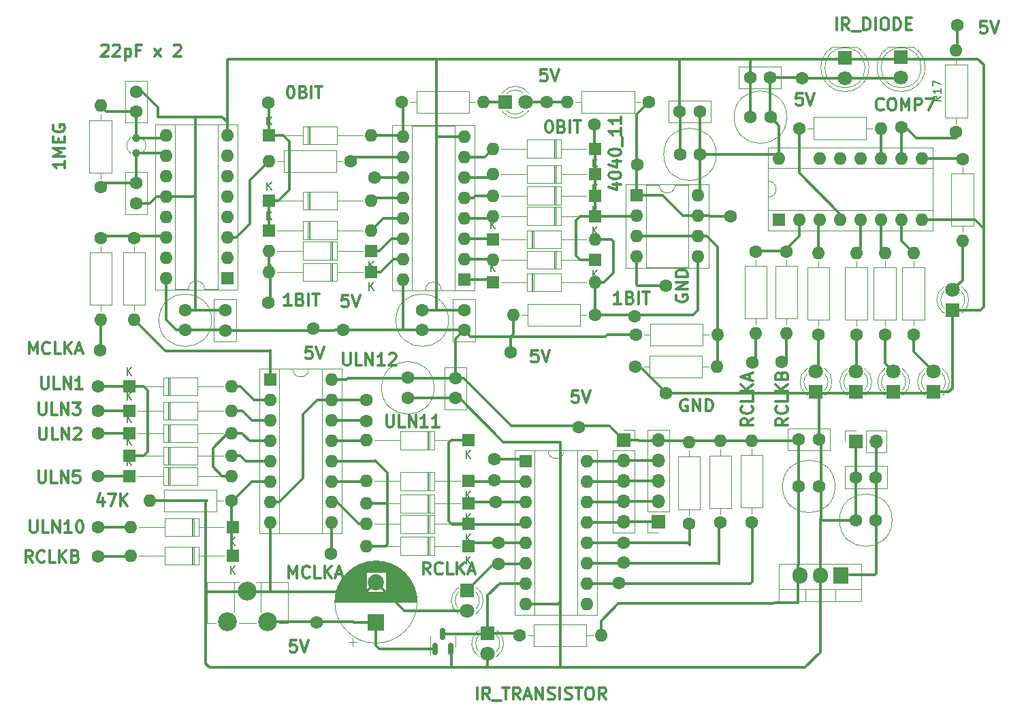
<source format=gbr>
%TF.GenerationSoftware,KiCad,Pcbnew,7.0.9*%
%TF.CreationDate,2025-06-01T16:30:52+05:30*%
%TF.ProjectId,Board,426f6172-642e-46b6-9963-61645f706362,rev?*%
%TF.SameCoordinates,Original*%
%TF.FileFunction,Copper,L1,Top*%
%TF.FilePolarity,Positive*%
%FSLAX46Y46*%
G04 Gerber Fmt 4.6, Leading zero omitted, Abs format (unit mm)*
G04 Created by KiCad (PCBNEW 7.0.9) date 2025-06-01 16:30:52*
%MOMM*%
%LPD*%
G01*
G04 APERTURE LIST*
G04 Aperture macros list*
%AMRoundRect*
0 Rectangle with rounded corners*
0 $1 Rounding radius*
0 $2 $3 $4 $5 $6 $7 $8 $9 X,Y pos of 4 corners*
0 Add a 4 corners polygon primitive as box body*
4,1,4,$2,$3,$4,$5,$6,$7,$8,$9,$2,$3,0*
0 Add four circle primitives for the rounded corners*
1,1,$1+$1,$2,$3*
1,1,$1+$1,$4,$5*
1,1,$1+$1,$6,$7*
1,1,$1+$1,$8,$9*
0 Add four rect primitives between the rounded corners*
20,1,$1+$1,$2,$3,$4,$5,0*
20,1,$1+$1,$4,$5,$6,$7,0*
20,1,$1+$1,$6,$7,$8,$9,0*
20,1,$1+$1,$8,$9,$2,$3,0*%
G04 Aperture macros list end*
%ADD10C,0.300000*%
%TA.AperFunction,NonConductor*%
%ADD11C,0.300000*%
%TD*%
%TA.AperFunction,ComponentPad*%
%ADD12C,1.600000*%
%TD*%
%TA.AperFunction,ComponentPad*%
%ADD13O,1.600000X1.600000*%
%TD*%
%TA.AperFunction,ComponentPad*%
%ADD14R,1.700000X1.700000*%
%TD*%
%TA.AperFunction,ComponentPad*%
%ADD15O,1.700000X1.700000*%
%TD*%
%TA.AperFunction,ComponentPad*%
%ADD16R,1.600000X1.600000*%
%TD*%
%TA.AperFunction,ComponentPad*%
%ADD17R,1.800000X1.800000*%
%TD*%
%TA.AperFunction,ComponentPad*%
%ADD18C,1.800000*%
%TD*%
%TA.AperFunction,ComponentPad*%
%ADD19R,2.000000X2.000000*%
%TD*%
%TA.AperFunction,ComponentPad*%
%ADD20C,2.000000*%
%TD*%
%TA.AperFunction,ComponentPad*%
%ADD21C,1.000000*%
%TD*%
%TA.AperFunction,ComponentPad*%
%ADD22C,2.340000*%
%TD*%
%TA.AperFunction,ComponentPad*%
%ADD23O,1.905000X2.000000*%
%TD*%
%TA.AperFunction,ComponentPad*%
%ADD24R,1.905000X2.000000*%
%TD*%
%TA.AperFunction,SMDPad,CuDef*%
%ADD25RoundRect,0.150000X0.150000X-0.587500X0.150000X0.587500X-0.150000X0.587500X-0.150000X-0.587500X0*%
%TD*%
%TA.AperFunction,Conductor*%
%ADD26C,0.300000*%
%TD*%
%ADD27C,0.150000*%
%ADD28C,0.120000*%
G04 APERTURE END LIST*
D10*
D11*
X132967796Y-30685828D02*
X132253510Y-30685828D01*
X132253510Y-30685828D02*
X132182082Y-31400114D01*
X132182082Y-31400114D02*
X132253510Y-31328685D01*
X132253510Y-31328685D02*
X132396368Y-31257257D01*
X132396368Y-31257257D02*
X132753510Y-31257257D01*
X132753510Y-31257257D02*
X132896368Y-31328685D01*
X132896368Y-31328685D02*
X132967796Y-31400114D01*
X132967796Y-31400114D02*
X133039225Y-31542971D01*
X133039225Y-31542971D02*
X133039225Y-31900114D01*
X133039225Y-31900114D02*
X132967796Y-32042971D01*
X132967796Y-32042971D02*
X132896368Y-32114400D01*
X132896368Y-32114400D02*
X132753510Y-32185828D01*
X132753510Y-32185828D02*
X132396368Y-32185828D01*
X132396368Y-32185828D02*
X132253510Y-32114400D01*
X132253510Y-32114400D02*
X132182082Y-32042971D01*
X133467796Y-30685828D02*
X133967796Y-32185828D01*
X133967796Y-32185828D02*
X134467796Y-30685828D01*
D10*
D11*
X77163996Y-71605228D02*
X76449710Y-71605228D01*
X76449710Y-71605228D02*
X76378282Y-72319514D01*
X76378282Y-72319514D02*
X76449710Y-72248085D01*
X76449710Y-72248085D02*
X76592568Y-72176657D01*
X76592568Y-72176657D02*
X76949710Y-72176657D01*
X76949710Y-72176657D02*
X77092568Y-72248085D01*
X77092568Y-72248085D02*
X77163996Y-72319514D01*
X77163996Y-72319514D02*
X77235425Y-72462371D01*
X77235425Y-72462371D02*
X77235425Y-72819514D01*
X77235425Y-72819514D02*
X77163996Y-72962371D01*
X77163996Y-72962371D02*
X77092568Y-73033800D01*
X77092568Y-73033800D02*
X76949710Y-73105228D01*
X76949710Y-73105228D02*
X76592568Y-73105228D01*
X76592568Y-73105228D02*
X76449710Y-73033800D01*
X76449710Y-73033800D02*
X76378282Y-72962371D01*
X77663996Y-71605228D02*
X78163996Y-73105228D01*
X78163996Y-73105228D02*
X78663996Y-71605228D01*
D10*
D11*
X22936682Y-33724285D02*
X23008110Y-33652857D01*
X23008110Y-33652857D02*
X23150968Y-33581428D01*
X23150968Y-33581428D02*
X23508110Y-33581428D01*
X23508110Y-33581428D02*
X23650968Y-33652857D01*
X23650968Y-33652857D02*
X23722396Y-33724285D01*
X23722396Y-33724285D02*
X23793825Y-33867142D01*
X23793825Y-33867142D02*
X23793825Y-34010000D01*
X23793825Y-34010000D02*
X23722396Y-34224285D01*
X23722396Y-34224285D02*
X22865253Y-35081428D01*
X22865253Y-35081428D02*
X23793825Y-35081428D01*
X24365253Y-33724285D02*
X24436681Y-33652857D01*
X24436681Y-33652857D02*
X24579539Y-33581428D01*
X24579539Y-33581428D02*
X24936681Y-33581428D01*
X24936681Y-33581428D02*
X25079539Y-33652857D01*
X25079539Y-33652857D02*
X25150967Y-33724285D01*
X25150967Y-33724285D02*
X25222396Y-33867142D01*
X25222396Y-33867142D02*
X25222396Y-34010000D01*
X25222396Y-34010000D02*
X25150967Y-34224285D01*
X25150967Y-34224285D02*
X24293824Y-35081428D01*
X24293824Y-35081428D02*
X25222396Y-35081428D01*
X25865252Y-34081428D02*
X25865252Y-35581428D01*
X25865252Y-34152857D02*
X26008110Y-34081428D01*
X26008110Y-34081428D02*
X26293824Y-34081428D01*
X26293824Y-34081428D02*
X26436681Y-34152857D01*
X26436681Y-34152857D02*
X26508110Y-34224285D01*
X26508110Y-34224285D02*
X26579538Y-34367142D01*
X26579538Y-34367142D02*
X26579538Y-34795714D01*
X26579538Y-34795714D02*
X26508110Y-34938571D01*
X26508110Y-34938571D02*
X26436681Y-35010000D01*
X26436681Y-35010000D02*
X26293824Y-35081428D01*
X26293824Y-35081428D02*
X26008110Y-35081428D01*
X26008110Y-35081428D02*
X25865252Y-35010000D01*
X27722395Y-34295714D02*
X27222395Y-34295714D01*
X27222395Y-35081428D02*
X27222395Y-33581428D01*
X27222395Y-33581428D02*
X27936681Y-33581428D01*
X29508109Y-35081428D02*
X30293824Y-34081428D01*
X29508109Y-34081428D02*
X30293824Y-35081428D01*
X31936681Y-33724285D02*
X32008109Y-33652857D01*
X32008109Y-33652857D02*
X32150967Y-33581428D01*
X32150967Y-33581428D02*
X32508109Y-33581428D01*
X32508109Y-33581428D02*
X32650967Y-33652857D01*
X32650967Y-33652857D02*
X32722395Y-33724285D01*
X32722395Y-33724285D02*
X32793824Y-33867142D01*
X32793824Y-33867142D02*
X32793824Y-34010000D01*
X32793824Y-34010000D02*
X32722395Y-34224285D01*
X32722395Y-34224285D02*
X31865252Y-35081428D01*
X31865252Y-35081428D02*
X32793824Y-35081428D01*
D10*
D11*
X23092168Y-89986828D02*
X23092168Y-90986828D01*
X22735025Y-89415400D02*
X22377882Y-90486828D01*
X22377882Y-90486828D02*
X23306453Y-90486828D01*
X23735024Y-89486828D02*
X24735024Y-89486828D01*
X24735024Y-89486828D02*
X24092167Y-90986828D01*
X25306452Y-90986828D02*
X25306452Y-89486828D01*
X26163595Y-90986828D02*
X25520738Y-90129685D01*
X26163595Y-89486828D02*
X25306452Y-90343971D01*
D10*
D11*
X69642510Y-115091428D02*
X69642510Y-113591428D01*
X71213939Y-115091428D02*
X70713939Y-114377142D01*
X70356796Y-115091428D02*
X70356796Y-113591428D01*
X70356796Y-113591428D02*
X70928225Y-113591428D01*
X70928225Y-113591428D02*
X71071082Y-113662857D01*
X71071082Y-113662857D02*
X71142511Y-113734285D01*
X71142511Y-113734285D02*
X71213939Y-113877142D01*
X71213939Y-113877142D02*
X71213939Y-114091428D01*
X71213939Y-114091428D02*
X71142511Y-114234285D01*
X71142511Y-114234285D02*
X71071082Y-114305714D01*
X71071082Y-114305714D02*
X70928225Y-114377142D01*
X70928225Y-114377142D02*
X70356796Y-114377142D01*
X71499654Y-115234285D02*
X72642511Y-115234285D01*
X72785368Y-113591428D02*
X73642511Y-113591428D01*
X73213939Y-115091428D02*
X73213939Y-113591428D01*
X74999653Y-115091428D02*
X74499653Y-114377142D01*
X74142510Y-115091428D02*
X74142510Y-113591428D01*
X74142510Y-113591428D02*
X74713939Y-113591428D01*
X74713939Y-113591428D02*
X74856796Y-113662857D01*
X74856796Y-113662857D02*
X74928225Y-113734285D01*
X74928225Y-113734285D02*
X74999653Y-113877142D01*
X74999653Y-113877142D02*
X74999653Y-114091428D01*
X74999653Y-114091428D02*
X74928225Y-114234285D01*
X74928225Y-114234285D02*
X74856796Y-114305714D01*
X74856796Y-114305714D02*
X74713939Y-114377142D01*
X74713939Y-114377142D02*
X74142510Y-114377142D01*
X75571082Y-114662857D02*
X76285368Y-114662857D01*
X75428225Y-115091428D02*
X75928225Y-113591428D01*
X75928225Y-113591428D02*
X76428225Y-115091428D01*
X76928224Y-115091428D02*
X76928224Y-113591428D01*
X76928224Y-113591428D02*
X77785367Y-115091428D01*
X77785367Y-115091428D02*
X77785367Y-113591428D01*
X78428225Y-115020000D02*
X78642511Y-115091428D01*
X78642511Y-115091428D02*
X78999653Y-115091428D01*
X78999653Y-115091428D02*
X79142511Y-115020000D01*
X79142511Y-115020000D02*
X79213939Y-114948571D01*
X79213939Y-114948571D02*
X79285368Y-114805714D01*
X79285368Y-114805714D02*
X79285368Y-114662857D01*
X79285368Y-114662857D02*
X79213939Y-114520000D01*
X79213939Y-114520000D02*
X79142511Y-114448571D01*
X79142511Y-114448571D02*
X78999653Y-114377142D01*
X78999653Y-114377142D02*
X78713939Y-114305714D01*
X78713939Y-114305714D02*
X78571082Y-114234285D01*
X78571082Y-114234285D02*
X78499653Y-114162857D01*
X78499653Y-114162857D02*
X78428225Y-114020000D01*
X78428225Y-114020000D02*
X78428225Y-113877142D01*
X78428225Y-113877142D02*
X78499653Y-113734285D01*
X78499653Y-113734285D02*
X78571082Y-113662857D01*
X78571082Y-113662857D02*
X78713939Y-113591428D01*
X78713939Y-113591428D02*
X79071082Y-113591428D01*
X79071082Y-113591428D02*
X79285368Y-113662857D01*
X79928224Y-115091428D02*
X79928224Y-113591428D01*
X80571082Y-115020000D02*
X80785368Y-115091428D01*
X80785368Y-115091428D02*
X81142510Y-115091428D01*
X81142510Y-115091428D02*
X81285368Y-115020000D01*
X81285368Y-115020000D02*
X81356796Y-114948571D01*
X81356796Y-114948571D02*
X81428225Y-114805714D01*
X81428225Y-114805714D02*
X81428225Y-114662857D01*
X81428225Y-114662857D02*
X81356796Y-114520000D01*
X81356796Y-114520000D02*
X81285368Y-114448571D01*
X81285368Y-114448571D02*
X81142510Y-114377142D01*
X81142510Y-114377142D02*
X80856796Y-114305714D01*
X80856796Y-114305714D02*
X80713939Y-114234285D01*
X80713939Y-114234285D02*
X80642510Y-114162857D01*
X80642510Y-114162857D02*
X80571082Y-114020000D01*
X80571082Y-114020000D02*
X80571082Y-113877142D01*
X80571082Y-113877142D02*
X80642510Y-113734285D01*
X80642510Y-113734285D02*
X80713939Y-113662857D01*
X80713939Y-113662857D02*
X80856796Y-113591428D01*
X80856796Y-113591428D02*
X81213939Y-113591428D01*
X81213939Y-113591428D02*
X81428225Y-113662857D01*
X81856796Y-113591428D02*
X82713939Y-113591428D01*
X82285367Y-115091428D02*
X82285367Y-113591428D01*
X83499653Y-113591428D02*
X83785367Y-113591428D01*
X83785367Y-113591428D02*
X83928224Y-113662857D01*
X83928224Y-113662857D02*
X84071081Y-113805714D01*
X84071081Y-113805714D02*
X84142510Y-114091428D01*
X84142510Y-114091428D02*
X84142510Y-114591428D01*
X84142510Y-114591428D02*
X84071081Y-114877142D01*
X84071081Y-114877142D02*
X83928224Y-115020000D01*
X83928224Y-115020000D02*
X83785367Y-115091428D01*
X83785367Y-115091428D02*
X83499653Y-115091428D01*
X83499653Y-115091428D02*
X83356796Y-115020000D01*
X83356796Y-115020000D02*
X83213938Y-114877142D01*
X83213938Y-114877142D02*
X83142510Y-114591428D01*
X83142510Y-114591428D02*
X83142510Y-114091428D01*
X83142510Y-114091428D02*
X83213938Y-113805714D01*
X83213938Y-113805714D02*
X83356796Y-113662857D01*
X83356796Y-113662857D02*
X83499653Y-113591428D01*
X85642510Y-115091428D02*
X85142510Y-114377142D01*
X84785367Y-115091428D02*
X84785367Y-113591428D01*
X84785367Y-113591428D02*
X85356796Y-113591428D01*
X85356796Y-113591428D02*
X85499653Y-113662857D01*
X85499653Y-113662857D02*
X85571082Y-113734285D01*
X85571082Y-113734285D02*
X85642510Y-113877142D01*
X85642510Y-113877142D02*
X85642510Y-114091428D01*
X85642510Y-114091428D02*
X85571082Y-114234285D01*
X85571082Y-114234285D02*
X85499653Y-114305714D01*
X85499653Y-114305714D02*
X85356796Y-114377142D01*
X85356796Y-114377142D02*
X84785367Y-114377142D01*
D10*
D11*
X114321110Y-31754028D02*
X114321110Y-30254028D01*
X115892539Y-31754028D02*
X115392539Y-31039742D01*
X115035396Y-31754028D02*
X115035396Y-30254028D01*
X115035396Y-30254028D02*
X115606825Y-30254028D01*
X115606825Y-30254028D02*
X115749682Y-30325457D01*
X115749682Y-30325457D02*
X115821111Y-30396885D01*
X115821111Y-30396885D02*
X115892539Y-30539742D01*
X115892539Y-30539742D02*
X115892539Y-30754028D01*
X115892539Y-30754028D02*
X115821111Y-30896885D01*
X115821111Y-30896885D02*
X115749682Y-30968314D01*
X115749682Y-30968314D02*
X115606825Y-31039742D01*
X115606825Y-31039742D02*
X115035396Y-31039742D01*
X116178254Y-31896885D02*
X117321111Y-31896885D01*
X117678253Y-31754028D02*
X117678253Y-30254028D01*
X117678253Y-30254028D02*
X118035396Y-30254028D01*
X118035396Y-30254028D02*
X118249682Y-30325457D01*
X118249682Y-30325457D02*
X118392539Y-30468314D01*
X118392539Y-30468314D02*
X118463968Y-30611171D01*
X118463968Y-30611171D02*
X118535396Y-30896885D01*
X118535396Y-30896885D02*
X118535396Y-31111171D01*
X118535396Y-31111171D02*
X118463968Y-31396885D01*
X118463968Y-31396885D02*
X118392539Y-31539742D01*
X118392539Y-31539742D02*
X118249682Y-31682600D01*
X118249682Y-31682600D02*
X118035396Y-31754028D01*
X118035396Y-31754028D02*
X117678253Y-31754028D01*
X119178253Y-31754028D02*
X119178253Y-30254028D01*
X120178254Y-30254028D02*
X120463968Y-30254028D01*
X120463968Y-30254028D02*
X120606825Y-30325457D01*
X120606825Y-30325457D02*
X120749682Y-30468314D01*
X120749682Y-30468314D02*
X120821111Y-30754028D01*
X120821111Y-30754028D02*
X120821111Y-31254028D01*
X120821111Y-31254028D02*
X120749682Y-31539742D01*
X120749682Y-31539742D02*
X120606825Y-31682600D01*
X120606825Y-31682600D02*
X120463968Y-31754028D01*
X120463968Y-31754028D02*
X120178254Y-31754028D01*
X120178254Y-31754028D02*
X120035397Y-31682600D01*
X120035397Y-31682600D02*
X119892539Y-31539742D01*
X119892539Y-31539742D02*
X119821111Y-31254028D01*
X119821111Y-31254028D02*
X119821111Y-30754028D01*
X119821111Y-30754028D02*
X119892539Y-30468314D01*
X119892539Y-30468314D02*
X120035397Y-30325457D01*
X120035397Y-30325457D02*
X120178254Y-30254028D01*
X121463968Y-31754028D02*
X121463968Y-30254028D01*
X121463968Y-30254028D02*
X121821111Y-30254028D01*
X121821111Y-30254028D02*
X122035397Y-30325457D01*
X122035397Y-30325457D02*
X122178254Y-30468314D01*
X122178254Y-30468314D02*
X122249683Y-30611171D01*
X122249683Y-30611171D02*
X122321111Y-30896885D01*
X122321111Y-30896885D02*
X122321111Y-31111171D01*
X122321111Y-31111171D02*
X122249683Y-31396885D01*
X122249683Y-31396885D02*
X122178254Y-31539742D01*
X122178254Y-31539742D02*
X122035397Y-31682600D01*
X122035397Y-31682600D02*
X121821111Y-31754028D01*
X121821111Y-31754028D02*
X121463968Y-31754028D01*
X122963968Y-30968314D02*
X123463968Y-30968314D01*
X123678254Y-31754028D02*
X122963968Y-31754028D01*
X122963968Y-31754028D02*
X122963968Y-30254028D01*
X122963968Y-30254028D02*
X123678254Y-30254028D01*
D10*
D11*
X18368228Y-48113574D02*
X18368228Y-48970717D01*
X18368228Y-48542146D02*
X16868228Y-48542146D01*
X16868228Y-48542146D02*
X17082514Y-48685003D01*
X17082514Y-48685003D02*
X17225371Y-48827860D01*
X17225371Y-48827860D02*
X17296800Y-48970717D01*
X18368228Y-47470718D02*
X16868228Y-47470718D01*
X16868228Y-47470718D02*
X17939657Y-46970718D01*
X17939657Y-46970718D02*
X16868228Y-46470718D01*
X16868228Y-46470718D02*
X18368228Y-46470718D01*
X17582514Y-45756432D02*
X17582514Y-45256432D01*
X18368228Y-45042146D02*
X18368228Y-45756432D01*
X18368228Y-45756432D02*
X16868228Y-45756432D01*
X16868228Y-45756432D02*
X16868228Y-45042146D01*
X16939657Y-43613574D02*
X16868228Y-43756432D01*
X16868228Y-43756432D02*
X16868228Y-43970717D01*
X16868228Y-43970717D02*
X16939657Y-44185003D01*
X16939657Y-44185003D02*
X17082514Y-44327860D01*
X17082514Y-44327860D02*
X17225371Y-44399289D01*
X17225371Y-44399289D02*
X17511085Y-44470717D01*
X17511085Y-44470717D02*
X17725371Y-44470717D01*
X17725371Y-44470717D02*
X18011085Y-44399289D01*
X18011085Y-44399289D02*
X18153942Y-44327860D01*
X18153942Y-44327860D02*
X18296800Y-44185003D01*
X18296800Y-44185003D02*
X18368228Y-43970717D01*
X18368228Y-43970717D02*
X18368228Y-43827860D01*
X18368228Y-43827860D02*
X18296800Y-43613574D01*
X18296800Y-43613574D02*
X18225371Y-43542146D01*
X18225371Y-43542146D02*
X17725371Y-43542146D01*
X17725371Y-43542146D02*
X17725371Y-43827860D01*
D10*
D11*
X120156653Y-41618771D02*
X120085225Y-41690200D01*
X120085225Y-41690200D02*
X119870939Y-41761628D01*
X119870939Y-41761628D02*
X119728082Y-41761628D01*
X119728082Y-41761628D02*
X119513796Y-41690200D01*
X119513796Y-41690200D02*
X119370939Y-41547342D01*
X119370939Y-41547342D02*
X119299510Y-41404485D01*
X119299510Y-41404485D02*
X119228082Y-41118771D01*
X119228082Y-41118771D02*
X119228082Y-40904485D01*
X119228082Y-40904485D02*
X119299510Y-40618771D01*
X119299510Y-40618771D02*
X119370939Y-40475914D01*
X119370939Y-40475914D02*
X119513796Y-40333057D01*
X119513796Y-40333057D02*
X119728082Y-40261628D01*
X119728082Y-40261628D02*
X119870939Y-40261628D01*
X119870939Y-40261628D02*
X120085225Y-40333057D01*
X120085225Y-40333057D02*
X120156653Y-40404485D01*
X121085225Y-40261628D02*
X121370939Y-40261628D01*
X121370939Y-40261628D02*
X121513796Y-40333057D01*
X121513796Y-40333057D02*
X121656653Y-40475914D01*
X121656653Y-40475914D02*
X121728082Y-40761628D01*
X121728082Y-40761628D02*
X121728082Y-41261628D01*
X121728082Y-41261628D02*
X121656653Y-41547342D01*
X121656653Y-41547342D02*
X121513796Y-41690200D01*
X121513796Y-41690200D02*
X121370939Y-41761628D01*
X121370939Y-41761628D02*
X121085225Y-41761628D01*
X121085225Y-41761628D02*
X120942368Y-41690200D01*
X120942368Y-41690200D02*
X120799510Y-41547342D01*
X120799510Y-41547342D02*
X120728082Y-41261628D01*
X120728082Y-41261628D02*
X120728082Y-40761628D01*
X120728082Y-40761628D02*
X120799510Y-40475914D01*
X120799510Y-40475914D02*
X120942368Y-40333057D01*
X120942368Y-40333057D02*
X121085225Y-40261628D01*
X122370939Y-41761628D02*
X122370939Y-40261628D01*
X122370939Y-40261628D02*
X122870939Y-41333057D01*
X122870939Y-41333057D02*
X123370939Y-40261628D01*
X123370939Y-40261628D02*
X123370939Y-41761628D01*
X124085225Y-41761628D02*
X124085225Y-40261628D01*
X124085225Y-40261628D02*
X124656654Y-40261628D01*
X124656654Y-40261628D02*
X124799511Y-40333057D01*
X124799511Y-40333057D02*
X124870940Y-40404485D01*
X124870940Y-40404485D02*
X124942368Y-40547342D01*
X124942368Y-40547342D02*
X124942368Y-40761628D01*
X124942368Y-40761628D02*
X124870940Y-40904485D01*
X124870940Y-40904485D02*
X124799511Y-40975914D01*
X124799511Y-40975914D02*
X124656654Y-41047342D01*
X124656654Y-41047342D02*
X124085225Y-41047342D01*
X125442368Y-40261628D02*
X126442368Y-40261628D01*
X126442368Y-40261628D02*
X125799511Y-41761628D01*
D10*
D11*
X110082396Y-39626628D02*
X109368110Y-39626628D01*
X109368110Y-39626628D02*
X109296682Y-40340914D01*
X109296682Y-40340914D02*
X109368110Y-40269485D01*
X109368110Y-40269485D02*
X109510968Y-40198057D01*
X109510968Y-40198057D02*
X109868110Y-40198057D01*
X109868110Y-40198057D02*
X110010968Y-40269485D01*
X110010968Y-40269485D02*
X110082396Y-40340914D01*
X110082396Y-40340914D02*
X110153825Y-40483771D01*
X110153825Y-40483771D02*
X110153825Y-40840914D01*
X110153825Y-40840914D02*
X110082396Y-40983771D01*
X110082396Y-40983771D02*
X110010968Y-41055200D01*
X110010968Y-41055200D02*
X109868110Y-41126628D01*
X109868110Y-41126628D02*
X109510968Y-41126628D01*
X109510968Y-41126628D02*
X109368110Y-41055200D01*
X109368110Y-41055200D02*
X109296682Y-40983771D01*
X110582396Y-39626628D02*
X111082396Y-41126628D01*
X111082396Y-41126628D02*
X111582396Y-39626628D01*
D10*
D11*
X53592796Y-64747228D02*
X52878510Y-64747228D01*
X52878510Y-64747228D02*
X52807082Y-65461514D01*
X52807082Y-65461514D02*
X52878510Y-65390085D01*
X52878510Y-65390085D02*
X53021368Y-65318657D01*
X53021368Y-65318657D02*
X53378510Y-65318657D01*
X53378510Y-65318657D02*
X53521368Y-65390085D01*
X53521368Y-65390085D02*
X53592796Y-65461514D01*
X53592796Y-65461514D02*
X53664225Y-65604371D01*
X53664225Y-65604371D02*
X53664225Y-65961514D01*
X53664225Y-65961514D02*
X53592796Y-66104371D01*
X53592796Y-66104371D02*
X53521368Y-66175800D01*
X53521368Y-66175800D02*
X53378510Y-66247228D01*
X53378510Y-66247228D02*
X53021368Y-66247228D01*
X53021368Y-66247228D02*
X52878510Y-66175800D01*
X52878510Y-66175800D02*
X52807082Y-66104371D01*
X54092796Y-64747228D02*
X54592796Y-66247228D01*
X54592796Y-66247228D02*
X55092796Y-64747228D01*
D10*
D11*
X95777425Y-77772657D02*
X95634568Y-77701228D01*
X95634568Y-77701228D02*
X95420282Y-77701228D01*
X95420282Y-77701228D02*
X95205996Y-77772657D01*
X95205996Y-77772657D02*
X95063139Y-77915514D01*
X95063139Y-77915514D02*
X94991710Y-78058371D01*
X94991710Y-78058371D02*
X94920282Y-78344085D01*
X94920282Y-78344085D02*
X94920282Y-78558371D01*
X94920282Y-78558371D02*
X94991710Y-78844085D01*
X94991710Y-78844085D02*
X95063139Y-78986942D01*
X95063139Y-78986942D02*
X95205996Y-79129800D01*
X95205996Y-79129800D02*
X95420282Y-79201228D01*
X95420282Y-79201228D02*
X95563139Y-79201228D01*
X95563139Y-79201228D02*
X95777425Y-79129800D01*
X95777425Y-79129800D02*
X95848853Y-79058371D01*
X95848853Y-79058371D02*
X95848853Y-78558371D01*
X95848853Y-78558371D02*
X95563139Y-78558371D01*
X96491710Y-79201228D02*
X96491710Y-77701228D01*
X96491710Y-77701228D02*
X97348853Y-79201228D01*
X97348853Y-79201228D02*
X97348853Y-77701228D01*
X98063139Y-79201228D02*
X98063139Y-77701228D01*
X98063139Y-77701228D02*
X98420282Y-77701228D01*
X98420282Y-77701228D02*
X98634568Y-77772657D01*
X98634568Y-77772657D02*
X98777425Y-77915514D01*
X98777425Y-77915514D02*
X98848854Y-78058371D01*
X98848854Y-78058371D02*
X98920282Y-78344085D01*
X98920282Y-78344085D02*
X98920282Y-78558371D01*
X98920282Y-78558371D02*
X98848854Y-78844085D01*
X98848854Y-78844085D02*
X98777425Y-78986942D01*
X98777425Y-78986942D02*
X98634568Y-79129800D01*
X98634568Y-79129800D02*
X98420282Y-79201228D01*
X98420282Y-79201228D02*
X98063139Y-79201228D01*
D10*
D11*
X94409657Y-64750574D02*
X94338228Y-64893432D01*
X94338228Y-64893432D02*
X94338228Y-65107717D01*
X94338228Y-65107717D02*
X94409657Y-65322003D01*
X94409657Y-65322003D02*
X94552514Y-65464860D01*
X94552514Y-65464860D02*
X94695371Y-65536289D01*
X94695371Y-65536289D02*
X94981085Y-65607717D01*
X94981085Y-65607717D02*
X95195371Y-65607717D01*
X95195371Y-65607717D02*
X95481085Y-65536289D01*
X95481085Y-65536289D02*
X95623942Y-65464860D01*
X95623942Y-65464860D02*
X95766800Y-65322003D01*
X95766800Y-65322003D02*
X95838228Y-65107717D01*
X95838228Y-65107717D02*
X95838228Y-64964860D01*
X95838228Y-64964860D02*
X95766800Y-64750574D01*
X95766800Y-64750574D02*
X95695371Y-64679146D01*
X95695371Y-64679146D02*
X95195371Y-64679146D01*
X95195371Y-64679146D02*
X95195371Y-64964860D01*
X95838228Y-64036289D02*
X94338228Y-64036289D01*
X94338228Y-64036289D02*
X95838228Y-63179146D01*
X95838228Y-63179146D02*
X94338228Y-63179146D01*
X95838228Y-62464860D02*
X94338228Y-62464860D01*
X94338228Y-62464860D02*
X94338228Y-62107717D01*
X94338228Y-62107717D02*
X94409657Y-61893431D01*
X94409657Y-61893431D02*
X94552514Y-61750574D01*
X94552514Y-61750574D02*
X94695371Y-61679145D01*
X94695371Y-61679145D02*
X94981085Y-61607717D01*
X94981085Y-61607717D02*
X95195371Y-61607717D01*
X95195371Y-61607717D02*
X95481085Y-61679145D01*
X95481085Y-61679145D02*
X95623942Y-61750574D01*
X95623942Y-61750574D02*
X95766800Y-61893431D01*
X95766800Y-61893431D02*
X95838228Y-62107717D01*
X95838228Y-62107717D02*
X95838228Y-62464860D01*
D10*
D11*
X46382425Y-38737628D02*
X46525282Y-38737628D01*
X46525282Y-38737628D02*
X46668139Y-38809057D01*
X46668139Y-38809057D02*
X46739568Y-38880485D01*
X46739568Y-38880485D02*
X46810996Y-39023342D01*
X46810996Y-39023342D02*
X46882425Y-39309057D01*
X46882425Y-39309057D02*
X46882425Y-39666200D01*
X46882425Y-39666200D02*
X46810996Y-39951914D01*
X46810996Y-39951914D02*
X46739568Y-40094771D01*
X46739568Y-40094771D02*
X46668139Y-40166200D01*
X46668139Y-40166200D02*
X46525282Y-40237628D01*
X46525282Y-40237628D02*
X46382425Y-40237628D01*
X46382425Y-40237628D02*
X46239568Y-40166200D01*
X46239568Y-40166200D02*
X46168139Y-40094771D01*
X46168139Y-40094771D02*
X46096710Y-39951914D01*
X46096710Y-39951914D02*
X46025282Y-39666200D01*
X46025282Y-39666200D02*
X46025282Y-39309057D01*
X46025282Y-39309057D02*
X46096710Y-39023342D01*
X46096710Y-39023342D02*
X46168139Y-38880485D01*
X46168139Y-38880485D02*
X46239568Y-38809057D01*
X46239568Y-38809057D02*
X46382425Y-38737628D01*
X48025281Y-39451914D02*
X48239567Y-39523342D01*
X48239567Y-39523342D02*
X48310996Y-39594771D01*
X48310996Y-39594771D02*
X48382424Y-39737628D01*
X48382424Y-39737628D02*
X48382424Y-39951914D01*
X48382424Y-39951914D02*
X48310996Y-40094771D01*
X48310996Y-40094771D02*
X48239567Y-40166200D01*
X48239567Y-40166200D02*
X48096710Y-40237628D01*
X48096710Y-40237628D02*
X47525281Y-40237628D01*
X47525281Y-40237628D02*
X47525281Y-38737628D01*
X47525281Y-38737628D02*
X48025281Y-38737628D01*
X48025281Y-38737628D02*
X48168139Y-38809057D01*
X48168139Y-38809057D02*
X48239567Y-38880485D01*
X48239567Y-38880485D02*
X48310996Y-39023342D01*
X48310996Y-39023342D02*
X48310996Y-39166200D01*
X48310996Y-39166200D02*
X48239567Y-39309057D01*
X48239567Y-39309057D02*
X48168139Y-39380485D01*
X48168139Y-39380485D02*
X48025281Y-39451914D01*
X48025281Y-39451914D02*
X47525281Y-39451914D01*
X49025281Y-40237628D02*
X49025281Y-38737628D01*
X49525282Y-38737628D02*
X50382425Y-38737628D01*
X49953853Y-40237628D02*
X49953853Y-38737628D01*
D10*
D11*
X78513425Y-43030228D02*
X78656282Y-43030228D01*
X78656282Y-43030228D02*
X78799139Y-43101657D01*
X78799139Y-43101657D02*
X78870568Y-43173085D01*
X78870568Y-43173085D02*
X78941996Y-43315942D01*
X78941996Y-43315942D02*
X79013425Y-43601657D01*
X79013425Y-43601657D02*
X79013425Y-43958800D01*
X79013425Y-43958800D02*
X78941996Y-44244514D01*
X78941996Y-44244514D02*
X78870568Y-44387371D01*
X78870568Y-44387371D02*
X78799139Y-44458800D01*
X78799139Y-44458800D02*
X78656282Y-44530228D01*
X78656282Y-44530228D02*
X78513425Y-44530228D01*
X78513425Y-44530228D02*
X78370568Y-44458800D01*
X78370568Y-44458800D02*
X78299139Y-44387371D01*
X78299139Y-44387371D02*
X78227710Y-44244514D01*
X78227710Y-44244514D02*
X78156282Y-43958800D01*
X78156282Y-43958800D02*
X78156282Y-43601657D01*
X78156282Y-43601657D02*
X78227710Y-43315942D01*
X78227710Y-43315942D02*
X78299139Y-43173085D01*
X78299139Y-43173085D02*
X78370568Y-43101657D01*
X78370568Y-43101657D02*
X78513425Y-43030228D01*
X80156281Y-43744514D02*
X80370567Y-43815942D01*
X80370567Y-43815942D02*
X80441996Y-43887371D01*
X80441996Y-43887371D02*
X80513424Y-44030228D01*
X80513424Y-44030228D02*
X80513424Y-44244514D01*
X80513424Y-44244514D02*
X80441996Y-44387371D01*
X80441996Y-44387371D02*
X80370567Y-44458800D01*
X80370567Y-44458800D02*
X80227710Y-44530228D01*
X80227710Y-44530228D02*
X79656281Y-44530228D01*
X79656281Y-44530228D02*
X79656281Y-43030228D01*
X79656281Y-43030228D02*
X80156281Y-43030228D01*
X80156281Y-43030228D02*
X80299139Y-43101657D01*
X80299139Y-43101657D02*
X80370567Y-43173085D01*
X80370567Y-43173085D02*
X80441996Y-43315942D01*
X80441996Y-43315942D02*
X80441996Y-43458800D01*
X80441996Y-43458800D02*
X80370567Y-43601657D01*
X80370567Y-43601657D02*
X80299139Y-43673085D01*
X80299139Y-43673085D02*
X80156281Y-43744514D01*
X80156281Y-43744514D02*
X79656281Y-43744514D01*
X81156281Y-44530228D02*
X81156281Y-43030228D01*
X81656282Y-43030228D02*
X82513425Y-43030228D01*
X82084853Y-44530228D02*
X82084853Y-43030228D01*
D10*
D11*
X46501425Y-66069428D02*
X45644282Y-66069428D01*
X46072853Y-66069428D02*
X46072853Y-64569428D01*
X46072853Y-64569428D02*
X45929996Y-64783714D01*
X45929996Y-64783714D02*
X45787139Y-64926571D01*
X45787139Y-64926571D02*
X45644282Y-64998000D01*
X47644281Y-65283714D02*
X47858567Y-65355142D01*
X47858567Y-65355142D02*
X47929996Y-65426571D01*
X47929996Y-65426571D02*
X48001424Y-65569428D01*
X48001424Y-65569428D02*
X48001424Y-65783714D01*
X48001424Y-65783714D02*
X47929996Y-65926571D01*
X47929996Y-65926571D02*
X47858567Y-65998000D01*
X47858567Y-65998000D02*
X47715710Y-66069428D01*
X47715710Y-66069428D02*
X47144281Y-66069428D01*
X47144281Y-66069428D02*
X47144281Y-64569428D01*
X47144281Y-64569428D02*
X47644281Y-64569428D01*
X47644281Y-64569428D02*
X47787139Y-64640857D01*
X47787139Y-64640857D02*
X47858567Y-64712285D01*
X47858567Y-64712285D02*
X47929996Y-64855142D01*
X47929996Y-64855142D02*
X47929996Y-64998000D01*
X47929996Y-64998000D02*
X47858567Y-65140857D01*
X47858567Y-65140857D02*
X47787139Y-65212285D01*
X47787139Y-65212285D02*
X47644281Y-65283714D01*
X47644281Y-65283714D02*
X47144281Y-65283714D01*
X48644281Y-66069428D02*
X48644281Y-64569428D01*
X49144282Y-64569428D02*
X50001425Y-64569428D01*
X49572853Y-66069428D02*
X49572853Y-64569428D01*
D10*
D11*
X87547825Y-65840828D02*
X86690682Y-65840828D01*
X87119253Y-65840828D02*
X87119253Y-64340828D01*
X87119253Y-64340828D02*
X86976396Y-64555114D01*
X86976396Y-64555114D02*
X86833539Y-64697971D01*
X86833539Y-64697971D02*
X86690682Y-64769400D01*
X88690681Y-65055114D02*
X88904967Y-65126542D01*
X88904967Y-65126542D02*
X88976396Y-65197971D01*
X88976396Y-65197971D02*
X89047824Y-65340828D01*
X89047824Y-65340828D02*
X89047824Y-65555114D01*
X89047824Y-65555114D02*
X88976396Y-65697971D01*
X88976396Y-65697971D02*
X88904967Y-65769400D01*
X88904967Y-65769400D02*
X88762110Y-65840828D01*
X88762110Y-65840828D02*
X88190681Y-65840828D01*
X88190681Y-65840828D02*
X88190681Y-64340828D01*
X88190681Y-64340828D02*
X88690681Y-64340828D01*
X88690681Y-64340828D02*
X88833539Y-64412257D01*
X88833539Y-64412257D02*
X88904967Y-64483685D01*
X88904967Y-64483685D02*
X88976396Y-64626542D01*
X88976396Y-64626542D02*
X88976396Y-64769400D01*
X88976396Y-64769400D02*
X88904967Y-64912257D01*
X88904967Y-64912257D02*
X88833539Y-64983685D01*
X88833539Y-64983685D02*
X88690681Y-65055114D01*
X88690681Y-65055114D02*
X88190681Y-65055114D01*
X89690681Y-65840828D02*
X89690681Y-64340828D01*
X90190682Y-64340828D02*
X91047825Y-64340828D01*
X90619253Y-65840828D02*
X90619253Y-64340828D01*
D10*
D11*
X78281596Y-36629428D02*
X77567310Y-36629428D01*
X77567310Y-36629428D02*
X77495882Y-37343714D01*
X77495882Y-37343714D02*
X77567310Y-37272285D01*
X77567310Y-37272285D02*
X77710168Y-37200857D01*
X77710168Y-37200857D02*
X78067310Y-37200857D01*
X78067310Y-37200857D02*
X78210168Y-37272285D01*
X78210168Y-37272285D02*
X78281596Y-37343714D01*
X78281596Y-37343714D02*
X78353025Y-37486571D01*
X78353025Y-37486571D02*
X78353025Y-37843714D01*
X78353025Y-37843714D02*
X78281596Y-37986571D01*
X78281596Y-37986571D02*
X78210168Y-38058000D01*
X78210168Y-38058000D02*
X78067310Y-38129428D01*
X78067310Y-38129428D02*
X77710168Y-38129428D01*
X77710168Y-38129428D02*
X77567310Y-38058000D01*
X77567310Y-38058000D02*
X77495882Y-37986571D01*
X78781596Y-36629428D02*
X79281596Y-38129428D01*
X79281596Y-38129428D02*
X79781596Y-36629428D01*
D10*
D11*
X49096996Y-71173428D02*
X48382710Y-71173428D01*
X48382710Y-71173428D02*
X48311282Y-71887714D01*
X48311282Y-71887714D02*
X48382710Y-71816285D01*
X48382710Y-71816285D02*
X48525568Y-71744857D01*
X48525568Y-71744857D02*
X48882710Y-71744857D01*
X48882710Y-71744857D02*
X49025568Y-71816285D01*
X49025568Y-71816285D02*
X49096996Y-71887714D01*
X49096996Y-71887714D02*
X49168425Y-72030571D01*
X49168425Y-72030571D02*
X49168425Y-72387714D01*
X49168425Y-72387714D02*
X49096996Y-72530571D01*
X49096996Y-72530571D02*
X49025568Y-72602000D01*
X49025568Y-72602000D02*
X48882710Y-72673428D01*
X48882710Y-72673428D02*
X48525568Y-72673428D01*
X48525568Y-72673428D02*
X48382710Y-72602000D01*
X48382710Y-72602000D02*
X48311282Y-72530571D01*
X49596996Y-71173428D02*
X50096996Y-72673428D01*
X50096996Y-72673428D02*
X50596996Y-71173428D01*
D10*
D11*
X86532428Y-50974232D02*
X87532428Y-50974232D01*
X85961000Y-51331374D02*
X87032428Y-51688517D01*
X87032428Y-51688517D02*
X87032428Y-50759946D01*
X86032428Y-49902803D02*
X86032428Y-49759946D01*
X86032428Y-49759946D02*
X86103857Y-49617089D01*
X86103857Y-49617089D02*
X86175285Y-49545661D01*
X86175285Y-49545661D02*
X86318142Y-49474232D01*
X86318142Y-49474232D02*
X86603857Y-49402803D01*
X86603857Y-49402803D02*
X86961000Y-49402803D01*
X86961000Y-49402803D02*
X87246714Y-49474232D01*
X87246714Y-49474232D02*
X87389571Y-49545661D01*
X87389571Y-49545661D02*
X87461000Y-49617089D01*
X87461000Y-49617089D02*
X87532428Y-49759946D01*
X87532428Y-49759946D02*
X87532428Y-49902803D01*
X87532428Y-49902803D02*
X87461000Y-50045661D01*
X87461000Y-50045661D02*
X87389571Y-50117089D01*
X87389571Y-50117089D02*
X87246714Y-50188518D01*
X87246714Y-50188518D02*
X86961000Y-50259946D01*
X86961000Y-50259946D02*
X86603857Y-50259946D01*
X86603857Y-50259946D02*
X86318142Y-50188518D01*
X86318142Y-50188518D02*
X86175285Y-50117089D01*
X86175285Y-50117089D02*
X86103857Y-50045661D01*
X86103857Y-50045661D02*
X86032428Y-49902803D01*
X86532428Y-48117090D02*
X87532428Y-48117090D01*
X85961000Y-48474232D02*
X87032428Y-48831375D01*
X87032428Y-48831375D02*
X87032428Y-47902804D01*
X86032428Y-47045661D02*
X86032428Y-46902804D01*
X86032428Y-46902804D02*
X86103857Y-46759947D01*
X86103857Y-46759947D02*
X86175285Y-46688519D01*
X86175285Y-46688519D02*
X86318142Y-46617090D01*
X86318142Y-46617090D02*
X86603857Y-46545661D01*
X86603857Y-46545661D02*
X86961000Y-46545661D01*
X86961000Y-46545661D02*
X87246714Y-46617090D01*
X87246714Y-46617090D02*
X87389571Y-46688519D01*
X87389571Y-46688519D02*
X87461000Y-46759947D01*
X87461000Y-46759947D02*
X87532428Y-46902804D01*
X87532428Y-46902804D02*
X87532428Y-47045661D01*
X87532428Y-47045661D02*
X87461000Y-47188519D01*
X87461000Y-47188519D02*
X87389571Y-47259947D01*
X87389571Y-47259947D02*
X87246714Y-47331376D01*
X87246714Y-47331376D02*
X86961000Y-47402804D01*
X86961000Y-47402804D02*
X86603857Y-47402804D01*
X86603857Y-47402804D02*
X86318142Y-47331376D01*
X86318142Y-47331376D02*
X86175285Y-47259947D01*
X86175285Y-47259947D02*
X86103857Y-47188519D01*
X86103857Y-47188519D02*
X86032428Y-47045661D01*
X87675285Y-46259948D02*
X87675285Y-45117090D01*
X87532428Y-43974233D02*
X87532428Y-44831376D01*
X87532428Y-44402805D02*
X86032428Y-44402805D01*
X86032428Y-44402805D02*
X86246714Y-44545662D01*
X86246714Y-44545662D02*
X86389571Y-44688519D01*
X86389571Y-44688519D02*
X86461000Y-44831376D01*
X87532428Y-42545662D02*
X87532428Y-43402805D01*
X87532428Y-42974234D02*
X86032428Y-42974234D01*
X86032428Y-42974234D02*
X86246714Y-43117091D01*
X86246714Y-43117091D02*
X86389571Y-43259948D01*
X86389571Y-43259948D02*
X86461000Y-43402805D01*
D10*
D11*
X15159510Y-78158428D02*
X15159510Y-79372714D01*
X15159510Y-79372714D02*
X15230939Y-79515571D01*
X15230939Y-79515571D02*
X15302368Y-79587000D01*
X15302368Y-79587000D02*
X15445225Y-79658428D01*
X15445225Y-79658428D02*
X15730939Y-79658428D01*
X15730939Y-79658428D02*
X15873796Y-79587000D01*
X15873796Y-79587000D02*
X15945225Y-79515571D01*
X15945225Y-79515571D02*
X16016653Y-79372714D01*
X16016653Y-79372714D02*
X16016653Y-78158428D01*
X17445225Y-79658428D02*
X16730939Y-79658428D01*
X16730939Y-79658428D02*
X16730939Y-78158428D01*
X17945225Y-79658428D02*
X17945225Y-78158428D01*
X17945225Y-78158428D02*
X18802368Y-79658428D01*
X18802368Y-79658428D02*
X18802368Y-78158428D01*
X19373797Y-78158428D02*
X20302369Y-78158428D01*
X20302369Y-78158428D02*
X19802369Y-78729857D01*
X19802369Y-78729857D02*
X20016654Y-78729857D01*
X20016654Y-78729857D02*
X20159512Y-78801285D01*
X20159512Y-78801285D02*
X20230940Y-78872714D01*
X20230940Y-78872714D02*
X20302369Y-79015571D01*
X20302369Y-79015571D02*
X20302369Y-79372714D01*
X20302369Y-79372714D02*
X20230940Y-79515571D01*
X20230940Y-79515571D02*
X20159512Y-79587000D01*
X20159512Y-79587000D02*
X20016654Y-79658428D01*
X20016654Y-79658428D02*
X19588083Y-79658428D01*
X19588083Y-79658428D02*
X19445226Y-79587000D01*
X19445226Y-79587000D02*
X19373797Y-79515571D01*
D10*
D11*
X58364910Y-79657028D02*
X58364910Y-80871314D01*
X58364910Y-80871314D02*
X58436339Y-81014171D01*
X58436339Y-81014171D02*
X58507768Y-81085600D01*
X58507768Y-81085600D02*
X58650625Y-81157028D01*
X58650625Y-81157028D02*
X58936339Y-81157028D01*
X58936339Y-81157028D02*
X59079196Y-81085600D01*
X59079196Y-81085600D02*
X59150625Y-81014171D01*
X59150625Y-81014171D02*
X59222053Y-80871314D01*
X59222053Y-80871314D02*
X59222053Y-79657028D01*
X60650625Y-81157028D02*
X59936339Y-81157028D01*
X59936339Y-81157028D02*
X59936339Y-79657028D01*
X61150625Y-81157028D02*
X61150625Y-79657028D01*
X61150625Y-79657028D02*
X62007768Y-81157028D01*
X62007768Y-81157028D02*
X62007768Y-79657028D01*
X63507769Y-81157028D02*
X62650626Y-81157028D01*
X63079197Y-81157028D02*
X63079197Y-79657028D01*
X63079197Y-79657028D02*
X62936340Y-79871314D01*
X62936340Y-79871314D02*
X62793483Y-80014171D01*
X62793483Y-80014171D02*
X62650626Y-80085600D01*
X64936340Y-81157028D02*
X64079197Y-81157028D01*
X64507768Y-81157028D02*
X64507768Y-79657028D01*
X64507768Y-79657028D02*
X64364911Y-79871314D01*
X64364911Y-79871314D02*
X64222054Y-80014171D01*
X64222054Y-80014171D02*
X64079197Y-80085600D01*
D10*
D11*
X53005510Y-71986228D02*
X53005510Y-73200514D01*
X53005510Y-73200514D02*
X53076939Y-73343371D01*
X53076939Y-73343371D02*
X53148368Y-73414800D01*
X53148368Y-73414800D02*
X53291225Y-73486228D01*
X53291225Y-73486228D02*
X53576939Y-73486228D01*
X53576939Y-73486228D02*
X53719796Y-73414800D01*
X53719796Y-73414800D02*
X53791225Y-73343371D01*
X53791225Y-73343371D02*
X53862653Y-73200514D01*
X53862653Y-73200514D02*
X53862653Y-71986228D01*
X55291225Y-73486228D02*
X54576939Y-73486228D01*
X54576939Y-73486228D02*
X54576939Y-71986228D01*
X55791225Y-73486228D02*
X55791225Y-71986228D01*
X55791225Y-71986228D02*
X56648368Y-73486228D01*
X56648368Y-73486228D02*
X56648368Y-71986228D01*
X58148369Y-73486228D02*
X57291226Y-73486228D01*
X57719797Y-73486228D02*
X57719797Y-71986228D01*
X57719797Y-71986228D02*
X57576940Y-72200514D01*
X57576940Y-72200514D02*
X57434083Y-72343371D01*
X57434083Y-72343371D02*
X57291226Y-72414800D01*
X58719797Y-72129085D02*
X58791225Y-72057657D01*
X58791225Y-72057657D02*
X58934083Y-71986228D01*
X58934083Y-71986228D02*
X59291225Y-71986228D01*
X59291225Y-71986228D02*
X59434083Y-72057657D01*
X59434083Y-72057657D02*
X59505511Y-72129085D01*
X59505511Y-72129085D02*
X59576940Y-72271942D01*
X59576940Y-72271942D02*
X59576940Y-72414800D01*
X59576940Y-72414800D02*
X59505511Y-72629085D01*
X59505511Y-72629085D02*
X58648368Y-73486228D01*
X58648368Y-73486228D02*
X59576940Y-73486228D01*
D10*
D11*
X15438910Y-74958028D02*
X15438910Y-76172314D01*
X15438910Y-76172314D02*
X15510339Y-76315171D01*
X15510339Y-76315171D02*
X15581768Y-76386600D01*
X15581768Y-76386600D02*
X15724625Y-76458028D01*
X15724625Y-76458028D02*
X16010339Y-76458028D01*
X16010339Y-76458028D02*
X16153196Y-76386600D01*
X16153196Y-76386600D02*
X16224625Y-76315171D01*
X16224625Y-76315171D02*
X16296053Y-76172314D01*
X16296053Y-76172314D02*
X16296053Y-74958028D01*
X17724625Y-76458028D02*
X17010339Y-76458028D01*
X17010339Y-76458028D02*
X17010339Y-74958028D01*
X18224625Y-76458028D02*
X18224625Y-74958028D01*
X18224625Y-74958028D02*
X19081768Y-76458028D01*
X19081768Y-76458028D02*
X19081768Y-74958028D01*
X20581769Y-76458028D02*
X19724626Y-76458028D01*
X20153197Y-76458028D02*
X20153197Y-74958028D01*
X20153197Y-74958028D02*
X20010340Y-75172314D01*
X20010340Y-75172314D02*
X19867483Y-75315171D01*
X19867483Y-75315171D02*
X19724626Y-75386600D01*
D10*
D11*
X82218596Y-76634428D02*
X81504310Y-76634428D01*
X81504310Y-76634428D02*
X81432882Y-77348714D01*
X81432882Y-77348714D02*
X81504310Y-77277285D01*
X81504310Y-77277285D02*
X81647168Y-77205857D01*
X81647168Y-77205857D02*
X82004310Y-77205857D01*
X82004310Y-77205857D02*
X82147168Y-77277285D01*
X82147168Y-77277285D02*
X82218596Y-77348714D01*
X82218596Y-77348714D02*
X82290025Y-77491571D01*
X82290025Y-77491571D02*
X82290025Y-77848714D01*
X82290025Y-77848714D02*
X82218596Y-77991571D01*
X82218596Y-77991571D02*
X82147168Y-78063000D01*
X82147168Y-78063000D02*
X82004310Y-78134428D01*
X82004310Y-78134428D02*
X81647168Y-78134428D01*
X81647168Y-78134428D02*
X81504310Y-78063000D01*
X81504310Y-78063000D02*
X81432882Y-77991571D01*
X82718596Y-76634428D02*
X83218596Y-78134428D01*
X83218596Y-78134428D02*
X83718596Y-76634428D01*
D10*
D11*
X47141196Y-107724028D02*
X46426910Y-107724028D01*
X46426910Y-107724028D02*
X46355482Y-108438314D01*
X46355482Y-108438314D02*
X46426910Y-108366885D01*
X46426910Y-108366885D02*
X46569768Y-108295457D01*
X46569768Y-108295457D02*
X46926910Y-108295457D01*
X46926910Y-108295457D02*
X47069768Y-108366885D01*
X47069768Y-108366885D02*
X47141196Y-108438314D01*
X47141196Y-108438314D02*
X47212625Y-108581171D01*
X47212625Y-108581171D02*
X47212625Y-108938314D01*
X47212625Y-108938314D02*
X47141196Y-109081171D01*
X47141196Y-109081171D02*
X47069768Y-109152600D01*
X47069768Y-109152600D02*
X46926910Y-109224028D01*
X46926910Y-109224028D02*
X46569768Y-109224028D01*
X46569768Y-109224028D02*
X46426910Y-109152600D01*
X46426910Y-109152600D02*
X46355482Y-109081171D01*
X47641196Y-107724028D02*
X48141196Y-109224028D01*
X48141196Y-109224028D02*
X48641196Y-107724028D01*
D10*
D11*
X108258828Y-80096946D02*
X107544542Y-80596946D01*
X108258828Y-80954089D02*
X106758828Y-80954089D01*
X106758828Y-80954089D02*
X106758828Y-80382660D01*
X106758828Y-80382660D02*
X106830257Y-80239803D01*
X106830257Y-80239803D02*
X106901685Y-80168374D01*
X106901685Y-80168374D02*
X107044542Y-80096946D01*
X107044542Y-80096946D02*
X107258828Y-80096946D01*
X107258828Y-80096946D02*
X107401685Y-80168374D01*
X107401685Y-80168374D02*
X107473114Y-80239803D01*
X107473114Y-80239803D02*
X107544542Y-80382660D01*
X107544542Y-80382660D02*
X107544542Y-80954089D01*
X108115971Y-78596946D02*
X108187400Y-78668374D01*
X108187400Y-78668374D02*
X108258828Y-78882660D01*
X108258828Y-78882660D02*
X108258828Y-79025517D01*
X108258828Y-79025517D02*
X108187400Y-79239803D01*
X108187400Y-79239803D02*
X108044542Y-79382660D01*
X108044542Y-79382660D02*
X107901685Y-79454089D01*
X107901685Y-79454089D02*
X107615971Y-79525517D01*
X107615971Y-79525517D02*
X107401685Y-79525517D01*
X107401685Y-79525517D02*
X107115971Y-79454089D01*
X107115971Y-79454089D02*
X106973114Y-79382660D01*
X106973114Y-79382660D02*
X106830257Y-79239803D01*
X106830257Y-79239803D02*
X106758828Y-79025517D01*
X106758828Y-79025517D02*
X106758828Y-78882660D01*
X106758828Y-78882660D02*
X106830257Y-78668374D01*
X106830257Y-78668374D02*
X106901685Y-78596946D01*
X108258828Y-77239803D02*
X108258828Y-77954089D01*
X108258828Y-77954089D02*
X106758828Y-77954089D01*
X108258828Y-76739803D02*
X106758828Y-76739803D01*
X108258828Y-75882660D02*
X107401685Y-76525517D01*
X106758828Y-75882660D02*
X107615971Y-76739803D01*
X107473114Y-74739803D02*
X107544542Y-74525517D01*
X107544542Y-74525517D02*
X107615971Y-74454088D01*
X107615971Y-74454088D02*
X107758828Y-74382660D01*
X107758828Y-74382660D02*
X107973114Y-74382660D01*
X107973114Y-74382660D02*
X108115971Y-74454088D01*
X108115971Y-74454088D02*
X108187400Y-74525517D01*
X108187400Y-74525517D02*
X108258828Y-74668374D01*
X108258828Y-74668374D02*
X108258828Y-75239803D01*
X108258828Y-75239803D02*
X106758828Y-75239803D01*
X106758828Y-75239803D02*
X106758828Y-74739803D01*
X106758828Y-74739803D02*
X106830257Y-74596946D01*
X106830257Y-74596946D02*
X106901685Y-74525517D01*
X106901685Y-74525517D02*
X107044542Y-74454088D01*
X107044542Y-74454088D02*
X107187400Y-74454088D01*
X107187400Y-74454088D02*
X107330257Y-74525517D01*
X107330257Y-74525517D02*
X107401685Y-74596946D01*
X107401685Y-74596946D02*
X107473114Y-74739803D01*
X107473114Y-74739803D02*
X107473114Y-75239803D01*
D10*
D11*
X103940828Y-80096946D02*
X103226542Y-80596946D01*
X103940828Y-80954089D02*
X102440828Y-80954089D01*
X102440828Y-80954089D02*
X102440828Y-80382660D01*
X102440828Y-80382660D02*
X102512257Y-80239803D01*
X102512257Y-80239803D02*
X102583685Y-80168374D01*
X102583685Y-80168374D02*
X102726542Y-80096946D01*
X102726542Y-80096946D02*
X102940828Y-80096946D01*
X102940828Y-80096946D02*
X103083685Y-80168374D01*
X103083685Y-80168374D02*
X103155114Y-80239803D01*
X103155114Y-80239803D02*
X103226542Y-80382660D01*
X103226542Y-80382660D02*
X103226542Y-80954089D01*
X103797971Y-78596946D02*
X103869400Y-78668374D01*
X103869400Y-78668374D02*
X103940828Y-78882660D01*
X103940828Y-78882660D02*
X103940828Y-79025517D01*
X103940828Y-79025517D02*
X103869400Y-79239803D01*
X103869400Y-79239803D02*
X103726542Y-79382660D01*
X103726542Y-79382660D02*
X103583685Y-79454089D01*
X103583685Y-79454089D02*
X103297971Y-79525517D01*
X103297971Y-79525517D02*
X103083685Y-79525517D01*
X103083685Y-79525517D02*
X102797971Y-79454089D01*
X102797971Y-79454089D02*
X102655114Y-79382660D01*
X102655114Y-79382660D02*
X102512257Y-79239803D01*
X102512257Y-79239803D02*
X102440828Y-79025517D01*
X102440828Y-79025517D02*
X102440828Y-78882660D01*
X102440828Y-78882660D02*
X102512257Y-78668374D01*
X102512257Y-78668374D02*
X102583685Y-78596946D01*
X103940828Y-77239803D02*
X103940828Y-77954089D01*
X103940828Y-77954089D02*
X102440828Y-77954089D01*
X103940828Y-76739803D02*
X102440828Y-76739803D01*
X103940828Y-75882660D02*
X103083685Y-76525517D01*
X102440828Y-75882660D02*
X103297971Y-76739803D01*
X103512257Y-75311231D02*
X103512257Y-74596946D01*
X103940828Y-75454088D02*
X102440828Y-74954088D01*
X102440828Y-74954088D02*
X103940828Y-74454088D01*
D10*
D11*
X63794053Y-99521228D02*
X63294053Y-98806942D01*
X62936910Y-99521228D02*
X62936910Y-98021228D01*
X62936910Y-98021228D02*
X63508339Y-98021228D01*
X63508339Y-98021228D02*
X63651196Y-98092657D01*
X63651196Y-98092657D02*
X63722625Y-98164085D01*
X63722625Y-98164085D02*
X63794053Y-98306942D01*
X63794053Y-98306942D02*
X63794053Y-98521228D01*
X63794053Y-98521228D02*
X63722625Y-98664085D01*
X63722625Y-98664085D02*
X63651196Y-98735514D01*
X63651196Y-98735514D02*
X63508339Y-98806942D01*
X63508339Y-98806942D02*
X62936910Y-98806942D01*
X65294053Y-99378371D02*
X65222625Y-99449800D01*
X65222625Y-99449800D02*
X65008339Y-99521228D01*
X65008339Y-99521228D02*
X64865482Y-99521228D01*
X64865482Y-99521228D02*
X64651196Y-99449800D01*
X64651196Y-99449800D02*
X64508339Y-99306942D01*
X64508339Y-99306942D02*
X64436910Y-99164085D01*
X64436910Y-99164085D02*
X64365482Y-98878371D01*
X64365482Y-98878371D02*
X64365482Y-98664085D01*
X64365482Y-98664085D02*
X64436910Y-98378371D01*
X64436910Y-98378371D02*
X64508339Y-98235514D01*
X64508339Y-98235514D02*
X64651196Y-98092657D01*
X64651196Y-98092657D02*
X64865482Y-98021228D01*
X64865482Y-98021228D02*
X65008339Y-98021228D01*
X65008339Y-98021228D02*
X65222625Y-98092657D01*
X65222625Y-98092657D02*
X65294053Y-98164085D01*
X66651196Y-99521228D02*
X65936910Y-99521228D01*
X65936910Y-99521228D02*
X65936910Y-98021228D01*
X67151196Y-99521228D02*
X67151196Y-98021228D01*
X68008339Y-99521228D02*
X67365482Y-98664085D01*
X68008339Y-98021228D02*
X67151196Y-98878371D01*
X68579768Y-99092657D02*
X69294054Y-99092657D01*
X68436911Y-99521228D02*
X68936911Y-98021228D01*
X68936911Y-98021228D02*
X69436911Y-99521228D01*
D10*
D11*
X15108710Y-86616628D02*
X15108710Y-87830914D01*
X15108710Y-87830914D02*
X15180139Y-87973771D01*
X15180139Y-87973771D02*
X15251568Y-88045200D01*
X15251568Y-88045200D02*
X15394425Y-88116628D01*
X15394425Y-88116628D02*
X15680139Y-88116628D01*
X15680139Y-88116628D02*
X15822996Y-88045200D01*
X15822996Y-88045200D02*
X15894425Y-87973771D01*
X15894425Y-87973771D02*
X15965853Y-87830914D01*
X15965853Y-87830914D02*
X15965853Y-86616628D01*
X17394425Y-88116628D02*
X16680139Y-88116628D01*
X16680139Y-88116628D02*
X16680139Y-86616628D01*
X17894425Y-88116628D02*
X17894425Y-86616628D01*
X17894425Y-86616628D02*
X18751568Y-88116628D01*
X18751568Y-88116628D02*
X18751568Y-86616628D01*
X20180140Y-86616628D02*
X19465854Y-86616628D01*
X19465854Y-86616628D02*
X19394426Y-87330914D01*
X19394426Y-87330914D02*
X19465854Y-87259485D01*
X19465854Y-87259485D02*
X19608712Y-87188057D01*
X19608712Y-87188057D02*
X19965854Y-87188057D01*
X19965854Y-87188057D02*
X20108712Y-87259485D01*
X20108712Y-87259485D02*
X20180140Y-87330914D01*
X20180140Y-87330914D02*
X20251569Y-87473771D01*
X20251569Y-87473771D02*
X20251569Y-87830914D01*
X20251569Y-87830914D02*
X20180140Y-87973771D01*
X20180140Y-87973771D02*
X20108712Y-88045200D01*
X20108712Y-88045200D02*
X19965854Y-88116628D01*
X19965854Y-88116628D02*
X19608712Y-88116628D01*
X19608712Y-88116628D02*
X19465854Y-88045200D01*
X19465854Y-88045200D02*
X19394426Y-87973771D01*
D10*
D11*
X15210310Y-81257228D02*
X15210310Y-82471514D01*
X15210310Y-82471514D02*
X15281739Y-82614371D01*
X15281739Y-82614371D02*
X15353168Y-82685800D01*
X15353168Y-82685800D02*
X15496025Y-82757228D01*
X15496025Y-82757228D02*
X15781739Y-82757228D01*
X15781739Y-82757228D02*
X15924596Y-82685800D01*
X15924596Y-82685800D02*
X15996025Y-82614371D01*
X15996025Y-82614371D02*
X16067453Y-82471514D01*
X16067453Y-82471514D02*
X16067453Y-81257228D01*
X17496025Y-82757228D02*
X16781739Y-82757228D01*
X16781739Y-82757228D02*
X16781739Y-81257228D01*
X17996025Y-82757228D02*
X17996025Y-81257228D01*
X17996025Y-81257228D02*
X18853168Y-82757228D01*
X18853168Y-82757228D02*
X18853168Y-81257228D01*
X19496026Y-81400085D02*
X19567454Y-81328657D01*
X19567454Y-81328657D02*
X19710312Y-81257228D01*
X19710312Y-81257228D02*
X20067454Y-81257228D01*
X20067454Y-81257228D02*
X20210312Y-81328657D01*
X20210312Y-81328657D02*
X20281740Y-81400085D01*
X20281740Y-81400085D02*
X20353169Y-81542942D01*
X20353169Y-81542942D02*
X20353169Y-81685800D01*
X20353169Y-81685800D02*
X20281740Y-81900085D01*
X20281740Y-81900085D02*
X19424597Y-82757228D01*
X19424597Y-82757228D02*
X20353169Y-82757228D01*
D10*
D11*
X13914910Y-72089228D02*
X13914910Y-70589228D01*
X13914910Y-70589228D02*
X14414910Y-71660657D01*
X14414910Y-71660657D02*
X14914910Y-70589228D01*
X14914910Y-70589228D02*
X14914910Y-72089228D01*
X16486339Y-71946371D02*
X16414911Y-72017800D01*
X16414911Y-72017800D02*
X16200625Y-72089228D01*
X16200625Y-72089228D02*
X16057768Y-72089228D01*
X16057768Y-72089228D02*
X15843482Y-72017800D01*
X15843482Y-72017800D02*
X15700625Y-71874942D01*
X15700625Y-71874942D02*
X15629196Y-71732085D01*
X15629196Y-71732085D02*
X15557768Y-71446371D01*
X15557768Y-71446371D02*
X15557768Y-71232085D01*
X15557768Y-71232085D02*
X15629196Y-70946371D01*
X15629196Y-70946371D02*
X15700625Y-70803514D01*
X15700625Y-70803514D02*
X15843482Y-70660657D01*
X15843482Y-70660657D02*
X16057768Y-70589228D01*
X16057768Y-70589228D02*
X16200625Y-70589228D01*
X16200625Y-70589228D02*
X16414911Y-70660657D01*
X16414911Y-70660657D02*
X16486339Y-70732085D01*
X17843482Y-72089228D02*
X17129196Y-72089228D01*
X17129196Y-72089228D02*
X17129196Y-70589228D01*
X18343482Y-72089228D02*
X18343482Y-70589228D01*
X19200625Y-72089228D02*
X18557768Y-71232085D01*
X19200625Y-70589228D02*
X18343482Y-71446371D01*
X19772054Y-71660657D02*
X20486340Y-71660657D01*
X19629197Y-72089228D02*
X20129197Y-70589228D01*
X20129197Y-70589228D02*
X20629197Y-72089228D01*
D10*
D11*
X46223710Y-99953028D02*
X46223710Y-98453028D01*
X46223710Y-98453028D02*
X46723710Y-99524457D01*
X46723710Y-99524457D02*
X47223710Y-98453028D01*
X47223710Y-98453028D02*
X47223710Y-99953028D01*
X48795139Y-99810171D02*
X48723711Y-99881600D01*
X48723711Y-99881600D02*
X48509425Y-99953028D01*
X48509425Y-99953028D02*
X48366568Y-99953028D01*
X48366568Y-99953028D02*
X48152282Y-99881600D01*
X48152282Y-99881600D02*
X48009425Y-99738742D01*
X48009425Y-99738742D02*
X47937996Y-99595885D01*
X47937996Y-99595885D02*
X47866568Y-99310171D01*
X47866568Y-99310171D02*
X47866568Y-99095885D01*
X47866568Y-99095885D02*
X47937996Y-98810171D01*
X47937996Y-98810171D02*
X48009425Y-98667314D01*
X48009425Y-98667314D02*
X48152282Y-98524457D01*
X48152282Y-98524457D02*
X48366568Y-98453028D01*
X48366568Y-98453028D02*
X48509425Y-98453028D01*
X48509425Y-98453028D02*
X48723711Y-98524457D01*
X48723711Y-98524457D02*
X48795139Y-98595885D01*
X50152282Y-99953028D02*
X49437996Y-99953028D01*
X49437996Y-99953028D02*
X49437996Y-98453028D01*
X50652282Y-99953028D02*
X50652282Y-98453028D01*
X51509425Y-99953028D02*
X50866568Y-99095885D01*
X51509425Y-98453028D02*
X50652282Y-99310171D01*
X52080854Y-99524457D02*
X52795140Y-99524457D01*
X51937997Y-99953028D02*
X52437997Y-98453028D01*
X52437997Y-98453028D02*
X52937997Y-99953028D01*
D10*
D11*
X14340253Y-98022628D02*
X13840253Y-97308342D01*
X13483110Y-98022628D02*
X13483110Y-96522628D01*
X13483110Y-96522628D02*
X14054539Y-96522628D01*
X14054539Y-96522628D02*
X14197396Y-96594057D01*
X14197396Y-96594057D02*
X14268825Y-96665485D01*
X14268825Y-96665485D02*
X14340253Y-96808342D01*
X14340253Y-96808342D02*
X14340253Y-97022628D01*
X14340253Y-97022628D02*
X14268825Y-97165485D01*
X14268825Y-97165485D02*
X14197396Y-97236914D01*
X14197396Y-97236914D02*
X14054539Y-97308342D01*
X14054539Y-97308342D02*
X13483110Y-97308342D01*
X15840253Y-97879771D02*
X15768825Y-97951200D01*
X15768825Y-97951200D02*
X15554539Y-98022628D01*
X15554539Y-98022628D02*
X15411682Y-98022628D01*
X15411682Y-98022628D02*
X15197396Y-97951200D01*
X15197396Y-97951200D02*
X15054539Y-97808342D01*
X15054539Y-97808342D02*
X14983110Y-97665485D01*
X14983110Y-97665485D02*
X14911682Y-97379771D01*
X14911682Y-97379771D02*
X14911682Y-97165485D01*
X14911682Y-97165485D02*
X14983110Y-96879771D01*
X14983110Y-96879771D02*
X15054539Y-96736914D01*
X15054539Y-96736914D02*
X15197396Y-96594057D01*
X15197396Y-96594057D02*
X15411682Y-96522628D01*
X15411682Y-96522628D02*
X15554539Y-96522628D01*
X15554539Y-96522628D02*
X15768825Y-96594057D01*
X15768825Y-96594057D02*
X15840253Y-96665485D01*
X17197396Y-98022628D02*
X16483110Y-98022628D01*
X16483110Y-98022628D02*
X16483110Y-96522628D01*
X17697396Y-98022628D02*
X17697396Y-96522628D01*
X18554539Y-98022628D02*
X17911682Y-97165485D01*
X18554539Y-96522628D02*
X17697396Y-97379771D01*
X19697396Y-97236914D02*
X19911682Y-97308342D01*
X19911682Y-97308342D02*
X19983111Y-97379771D01*
X19983111Y-97379771D02*
X20054539Y-97522628D01*
X20054539Y-97522628D02*
X20054539Y-97736914D01*
X20054539Y-97736914D02*
X19983111Y-97879771D01*
X19983111Y-97879771D02*
X19911682Y-97951200D01*
X19911682Y-97951200D02*
X19768825Y-98022628D01*
X19768825Y-98022628D02*
X19197396Y-98022628D01*
X19197396Y-98022628D02*
X19197396Y-96522628D01*
X19197396Y-96522628D02*
X19697396Y-96522628D01*
X19697396Y-96522628D02*
X19840254Y-96594057D01*
X19840254Y-96594057D02*
X19911682Y-96665485D01*
X19911682Y-96665485D02*
X19983111Y-96808342D01*
X19983111Y-96808342D02*
X19983111Y-96951200D01*
X19983111Y-96951200D02*
X19911682Y-97094057D01*
X19911682Y-97094057D02*
X19840254Y-97165485D01*
X19840254Y-97165485D02*
X19697396Y-97236914D01*
X19697396Y-97236914D02*
X19197396Y-97236914D01*
D10*
D11*
X14067310Y-92814228D02*
X14067310Y-94028514D01*
X14067310Y-94028514D02*
X14138739Y-94171371D01*
X14138739Y-94171371D02*
X14210168Y-94242800D01*
X14210168Y-94242800D02*
X14353025Y-94314228D01*
X14353025Y-94314228D02*
X14638739Y-94314228D01*
X14638739Y-94314228D02*
X14781596Y-94242800D01*
X14781596Y-94242800D02*
X14853025Y-94171371D01*
X14853025Y-94171371D02*
X14924453Y-94028514D01*
X14924453Y-94028514D02*
X14924453Y-92814228D01*
X16353025Y-94314228D02*
X15638739Y-94314228D01*
X15638739Y-94314228D02*
X15638739Y-92814228D01*
X16853025Y-94314228D02*
X16853025Y-92814228D01*
X16853025Y-92814228D02*
X17710168Y-94314228D01*
X17710168Y-94314228D02*
X17710168Y-92814228D01*
X19210169Y-94314228D02*
X18353026Y-94314228D01*
X18781597Y-94314228D02*
X18781597Y-92814228D01*
X18781597Y-92814228D02*
X18638740Y-93028514D01*
X18638740Y-93028514D02*
X18495883Y-93171371D01*
X18495883Y-93171371D02*
X18353026Y-93242800D01*
X20138740Y-92814228D02*
X20281597Y-92814228D01*
X20281597Y-92814228D02*
X20424454Y-92885657D01*
X20424454Y-92885657D02*
X20495883Y-92957085D01*
X20495883Y-92957085D02*
X20567311Y-93099942D01*
X20567311Y-93099942D02*
X20638740Y-93385657D01*
X20638740Y-93385657D02*
X20638740Y-93742800D01*
X20638740Y-93742800D02*
X20567311Y-94028514D01*
X20567311Y-94028514D02*
X20495883Y-94171371D01*
X20495883Y-94171371D02*
X20424454Y-94242800D01*
X20424454Y-94242800D02*
X20281597Y-94314228D01*
X20281597Y-94314228D02*
X20138740Y-94314228D01*
X20138740Y-94314228D02*
X19995883Y-94242800D01*
X19995883Y-94242800D02*
X19924454Y-94171371D01*
X19924454Y-94171371D02*
X19853025Y-94028514D01*
X19853025Y-94028514D02*
X19781597Y-93742800D01*
X19781597Y-93742800D02*
X19781597Y-93385657D01*
X19781597Y-93385657D02*
X19853025Y-93099942D01*
X19853025Y-93099942D02*
X19924454Y-92957085D01*
X19924454Y-92957085D02*
X19995883Y-92885657D01*
X19995883Y-92885657D02*
X20138740Y-92814228D01*
D12*
%TO.P,R17,1*%
%TO.N,Net-(JP5-B)*%
X129209800Y-44450000D03*
D13*
%TO.P,R17,2*%
%TO.N,Net-(JP6-B)*%
X129209800Y-34290000D03*
%TD*%
D12*
%TO.P,JP6,1,A*%
%TO.N,+5V*%
X73812400Y-71882000D03*
%TO.P,JP6,2,B*%
%TO.N,Net-(JP6-B)*%
X129362200Y-31165800D03*
%TD*%
D14*
%TO.P,J2,1,Pin_1*%
%TO.N,/MOTOR4*%
X92156600Y-92989400D03*
D15*
%TO.P,J2,2,Pin_2*%
%TO.N,/MOTOR3*%
X92156600Y-90449400D03*
%TO.P,J2,3,Pin_3*%
%TO.N,/MOTOR2*%
X92156600Y-87909400D03*
%TO.P,J2,4,Pin_4*%
%TO.N,/MOTOR1*%
X92156600Y-85369400D03*
%TO.P,J2,5,Pin_5*%
%TO.N,+5V*%
X92156600Y-82829400D03*
%TD*%
D12*
%TO.P,JP21,1,A*%
%TO.N,Net-(JP21-A)*%
X93141800Y-63550800D03*
%TO.P,JP21,2,B*%
%TO.N,GND*%
X93141800Y-76987400D03*
%TD*%
%TO.P,JP20,1,A*%
%TO.N,+5V*%
X52984400Y-69088000D03*
%TO.P,JP20,2,B*%
%TO.N,/CLK_VCC*%
X110058200Y-37719000D03*
%TD*%
%TO.P,JP19,2,B*%
%TO.N,+5V*%
X49276000Y-68884800D03*
%TO.P,JP19,1,A*%
%TO.N,Net-(D2-A)*%
X78282800Y-40741600D03*
%TD*%
%TO.P,C10,1*%
%TO.N,/CLK_VCC*%
X97352800Y-47244000D03*
%TO.P,C10,2*%
%TO.N,GND*%
X94852800Y-47244000D03*
%TD*%
%TO.P,JP17,2,B*%
%TO.N,Net-(D33-K)*%
X22509800Y-81915000D03*
%TO.P,JP17,1,A*%
%TO.N,/F2*%
X71805800Y-87833200D03*
%TD*%
%TO.P,JP16,1,A*%
%TO.N,/F3*%
X71907400Y-90474800D03*
%TO.P,JP16,2,B*%
%TO.N,Net-(D17-K)*%
X22509800Y-79171800D03*
%TD*%
%TO.P,JP15,2,B*%
%TO.N,/F1*%
X22509800Y-76123800D03*
%TO.P,JP15,1,A*%
%TO.N,Net-(JP15-A)*%
X71805800Y-85140800D03*
%TD*%
%TO.P,JP14,2,B*%
%TO.N,Net-(D12-A)*%
X22509800Y-93599000D03*
%TO.P,JP14,1,A*%
%TO.N,/F_RESET*%
X87249000Y-100584000D03*
%TD*%
%TO.P,JP13,2,B*%
%TO.N,Net-(D32-K)*%
X72263000Y-95554800D03*
%TO.P,JP13,1,A*%
%TO.N,Net-(D15-K)*%
X22509800Y-87249000D03*
%TD*%
%TO.P,JP10,1,A*%
%TO.N,/R_RESET*%
X55864600Y-80391000D03*
%TO.P,JP10,2,B*%
%TO.N,Net-(JP10-B)*%
X87888600Y-98069400D03*
%TD*%
%TO.P,JP9,2,B*%
%TO.N,/LOAD*%
X55813800Y-77800200D03*
%TO.P,JP9,1,A*%
%TO.N,Net-(JP9-A)*%
X87888600Y-95605600D03*
%TD*%
%TO.P,JP8,2,B*%
%TO.N,/"R" CLOCK B*%
X107467400Y-73075800D03*
%TO.P,JP8,1,A*%
%TO.N,Net-(D11-A)*%
X22509800Y-97256600D03*
%TD*%
%TO.P,JP7,1,A*%
%TO.N,/"R" CLOCK A*%
X103840600Y-73152000D03*
%TO.P,JP7,2,B*%
%TO.N,Net-(JP7-B)*%
X72263000Y-98196400D03*
%TD*%
D16*
%TO.P,U2,1,CP*%
%TO.N,/MOTOR_CLOCK_B*%
X43881600Y-75268400D03*
D13*
%TO.P,U2,2,Q4*%
%TO.N,Net-(D30-A)*%
X43881600Y-77808400D03*
%TO.P,U2,3,Q3*%
%TO.N,Net-(D17-A)*%
X43881600Y-80348400D03*
%TO.P,U2,4,Q2*%
%TO.N,Net-(D15-A)*%
X43881600Y-82888400D03*
%TO.P,U2,5,Q1*%
%TO.N,Net-(D14-A)*%
X43881600Y-85428400D03*
%TO.P,U2,6,MR*%
%TO.N,Net-(D11-K)*%
X43881600Y-87968400D03*
%TO.P,U2,7,D*%
%TO.N,/LOAD*%
X43881600Y-90508400D03*
%TO.P,U2,8,Vss*%
%TO.N,GND*%
X43881600Y-93048400D03*
%TO.P,U2,9,CP*%
%TO.N,Net-(JP11-A)*%
X51501600Y-93048400D03*
%TO.P,U2,10,Q4*%
%TO.N,Net-(D27-A)*%
X51501600Y-90508400D03*
%TO.P,U2,11,Q3*%
%TO.N,Net-(D29-A)*%
X51501600Y-87968400D03*
%TO.P,U2,12,Q2*%
%TO.N,Net-(D31-A)*%
X51501600Y-85428400D03*
%TO.P,U2,13,Q1*%
%TO.N,Net-(D28-A)*%
X51501600Y-82888400D03*
%TO.P,U2,14,MR*%
%TO.N,/R_RESET*%
X51501600Y-80348400D03*
%TO.P,U2,15,D*%
%TO.N,/LOAD*%
X51501600Y-77808400D03*
%TO.P,U2,16,Vdd*%
%TO.N,+5V*%
X51501600Y-75268400D03*
%TD*%
D12*
%TO.P,R23,1*%
%TO.N,Net-(Q1-C)*%
X74884600Y-107086400D03*
D13*
%TO.P,R23,2*%
%TO.N,+5V*%
X85044600Y-107086400D03*
%TD*%
D12*
%TO.P,R22,1*%
%TO.N,/F_RESET*%
X103764400Y-93014800D03*
D13*
%TO.P,R22,2*%
%TO.N,+5V*%
X103764400Y-82854800D03*
%TD*%
D12*
%TO.P,R20,1*%
%TO.N,Net-(D11-K)*%
X39070600Y-90352400D03*
D13*
%TO.P,R20,2*%
%TO.N,GND*%
X28910600Y-90352400D03*
%TD*%
D12*
%TO.P,R2,1*%
%TO.N,Net-(U5-Q5)*%
X108077000Y-59309000D03*
D13*
%TO.P,R2,2*%
%TO.N,/"R" CLOCK B*%
X108077000Y-69469000D03*
%TD*%
D17*
%TO.P,Q1,1,C*%
%TO.N,Net-(Q1-C)*%
X70947600Y-106827400D03*
D18*
%TO.P,Q1,2,E*%
%TO.N,GND*%
X70947600Y-109367400D03*
%TD*%
D16*
%TO.P,D12,1,K*%
%TO.N,Net-(D11-K)*%
X39223000Y-93655800D03*
D13*
%TO.P,D12,2,A*%
%TO.N,Net-(D12-A)*%
X26523000Y-93655800D03*
%TD*%
D16*
%TO.P,D11,1,K*%
%TO.N,Net-(D11-K)*%
X39223000Y-97205800D03*
D13*
%TO.P,D11,2,A*%
%TO.N,Net-(D11-A)*%
X26523000Y-97205800D03*
%TD*%
D12*
%TO.P,R8,1*%
%TO.N,Net-(D18-A)*%
X84269000Y-67242000D03*
D13*
%TO.P,R8,2*%
%TO.N,+5V*%
X74109000Y-67242000D03*
%TD*%
D12*
%TO.P,R5,1*%
%TO.N,/Q0*%
X60266000Y-40699000D03*
D13*
%TO.P,R5,2*%
%TO.N,Net-(D2-K)*%
X70426000Y-40699000D03*
%TD*%
D16*
%TO.P,D31,1,K*%
%TO.N,/F3*%
X68534600Y-90703400D03*
D13*
%TO.P,D31,2,A*%
%TO.N,Net-(D31-A)*%
X55834600Y-90703400D03*
%TD*%
D12*
%TO.P,C8,1*%
%TO.N,+5V*%
X62806000Y-69127000D03*
%TO.P,C8,2*%
%TO.N,GND*%
X62806000Y-66627000D03*
%TD*%
D17*
%TO.P,D26,1,K*%
%TO.N,GND*%
X111773000Y-76827000D03*
D18*
%TO.P,D26,2,A*%
%TO.N,Net-(D26-A)*%
X111773000Y-74287000D03*
%TD*%
D16*
%TO.P,D33,1,K*%
%TO.N,Net-(D33-K)*%
X26370600Y-81940400D03*
D13*
%TO.P,D33,2,A*%
%TO.N,Net-(D15-A)*%
X39070600Y-81940400D03*
%TD*%
D12*
%TO.P,C11,1*%
%TO.N,+5V*%
X66959800Y-75082400D03*
%TO.P,C11,2*%
%TO.N,GND*%
X66959800Y-77582400D03*
%TD*%
%TO.P,R9,1*%
%TO.N,Net-(JP2-A)*%
X90982800Y-40741600D03*
D13*
%TO.P,R9,2*%
%TO.N,Net-(D2-A)*%
X80822800Y-40741600D03*
%TD*%
D17*
%TO.P,D25,1,K*%
%TO.N,GND*%
X116726000Y-76827000D03*
D18*
%TO.P,D25,2,A*%
%TO.N,Net-(D25-A)*%
X116726000Y-74287000D03*
%TD*%
D16*
%TO.P,U11,1,Q12*%
%TO.N,unconnected-(U11-Q12-Pad1)*%
X38539000Y-62660000D03*
D13*
%TO.P,U11,2,Q13*%
%TO.N,unconnected-(U11-Q13-Pad2)*%
X38539000Y-60120000D03*
%TO.P,U11,3,Q14*%
%TO.N,Net-(U11-Q14)*%
X38539000Y-57580000D03*
%TO.P,U11,4,Q6*%
%TO.N,unconnected-(U11-Q6-Pad4)*%
X38539000Y-55040000D03*
%TO.P,U11,5,Q5*%
%TO.N,unconnected-(U11-Q5-Pad5)*%
X38539000Y-52500000D03*
%TO.P,U11,6,Q7*%
%TO.N,unconnected-(U11-Q7-Pad6)*%
X38539000Y-49960000D03*
%TO.P,U11,7,Q4*%
%TO.N,unconnected-(U11-Q4-Pad7)*%
X38539000Y-47420000D03*
%TO.P,U11,8,VSS*%
%TO.N,GND*%
X38539000Y-44880000D03*
%TO.P,U11,9,(PHI)O*%
%TO.N,Net-(C25-Pad1)*%
X30919000Y-44880000D03*
%TO.P,U11,10,(PHI)O*%
%TO.N,Net-(C24-Pad1)*%
X30919000Y-47420000D03*
%TO.P,U11,11,(PHI)I*%
%TO.N,unconnected-(U11-(PHI)I-Pad11)*%
X30919000Y-49960000D03*
%TO.P,U11,12,RESET*%
%TO.N,GND*%
X30919000Y-52500000D03*
%TO.P,U11,13,Q9*%
%TO.N,unconnected-(U11-Q9-Pad13)*%
X30919000Y-55040000D03*
%TO.P,U11,14,Q8*%
%TO.N,Net-(U11-Q8)*%
X30919000Y-57580000D03*
%TO.P,U11,15,Q10*%
%TO.N,unconnected-(U11-Q10-Pad15)*%
X30919000Y-60120000D03*
%TO.P,U11,16,VDD*%
%TO.N,+5V*%
X30919000Y-62660000D03*
%TD*%
D12*
%TO.P,JP3,1,A*%
%TO.N,Net-(D18-A)*%
X89222000Y-67369000D03*
%TO.P,JP3,2,B*%
%TO.N,Net-(D19-A)*%
X43629000Y-65718000D03*
%TD*%
%TO.P,R10,1*%
%TO.N,Net-(D23-A)*%
X123893000Y-69650000D03*
D13*
%TO.P,R10,2*%
%TO.N,Net-(U5-Q1)*%
X123893000Y-59490000D03*
%TD*%
D12*
%TO.P,JP5,1,A*%
%TO.N,Net-(JP2-A)*%
X101160000Y-54923000D03*
%TO.P,JP5,2,B*%
%TO.N,Net-(JP5-B)*%
X122369000Y-43874000D03*
%TD*%
D19*
%TO.P,C15,1*%
%TO.N,Net-(JP1-B)*%
X57053800Y-105457000D03*
D20*
%TO.P,C15,2*%
%TO.N,GND*%
X57053800Y-100457000D03*
%TD*%
D21*
%TO.P,Y1,1,1*%
%TO.N,Net-(C25-Pad1)*%
X27246000Y-45190000D03*
%TO.P,Y1,2,2*%
%TO.N,Net-(C24-Pad1)*%
X27246000Y-47090000D03*
%TD*%
D16*
%TO.P,D4,1,K*%
%TO.N,Net-(D4-K)*%
X84269000Y-46541000D03*
D13*
%TO.P,D4,2,A*%
%TO.N,Net-(D4-A)*%
X71569000Y-46541000D03*
%TD*%
D12*
%TO.P,JP11,1,A*%
%TO.N,Net-(JP11-A)*%
X51485800Y-96926400D03*
%TO.P,JP11,2,B*%
%TO.N,/MOTOR_CLOCK_A*%
X22758400Y-71653400D03*
%TD*%
D22*
%TO.P,RV1,1,1*%
%TO.N,unconnected-(RV1-Pad1)*%
X38566400Y-105435400D03*
%TO.P,RV1,2,2*%
%TO.N,GND*%
X41066400Y-101635400D03*
%TO.P,RV1,3,3*%
%TO.N,Net-(JP1-B)*%
X43566400Y-105435400D03*
%TD*%
D12*
%TO.P,C27,1*%
%TO.N,+5V*%
X33342000Y-69127000D03*
%TO.P,C27,2*%
%TO.N,GND*%
X33342000Y-66627000D03*
%TD*%
D16*
%TO.P,D30,1,K*%
%TO.N,/F1*%
X26370600Y-76098400D03*
D13*
%TO.P,D30,2,A*%
%TO.N,Net-(D30-A)*%
X39070600Y-76098400D03*
%TD*%
D12*
%TO.P,R3,1*%
%TO.N,Net-(U5-Q0)*%
X129989000Y-47811000D03*
D13*
%TO.P,R3,2*%
%TO.N,Net-(D22-A)*%
X129989000Y-57971000D03*
%TD*%
D16*
%TO.P,D5,1,K*%
%TO.N,Net-(D4-K)*%
X84269000Y-49716000D03*
D13*
%TO.P,D5,2,A*%
%TO.N,Net-(D5-A)*%
X71569000Y-49716000D03*
%TD*%
D12*
%TO.P,C6,1*%
%TO.N,+5V*%
X109631800Y-88569800D03*
%TO.P,C6,2*%
%TO.N,GND*%
X112131800Y-88569800D03*
%TD*%
D23*
%TO.P,U8,3,VO*%
%TO.N,+5V*%
X109758800Y-99618800D03*
%TO.P,U8,2,GND*%
%TO.N,GND*%
X112298800Y-99618800D03*
D24*
%TO.P,U8,1,VI*%
%TO.N,+8V*%
X114838800Y-99618800D03*
%TD*%
D16*
%TO.P,D9,1,K*%
%TO.N,Net-(D10-K)*%
X43756000Y-56701000D03*
D13*
%TO.P,D9,2,A*%
%TO.N,/Q7*%
X56456000Y-56701000D03*
%TD*%
D12*
%TO.P,C26,1*%
%TO.N,+5V*%
X38295000Y-69147000D03*
%TO.P,C26,2*%
%TO.N,GND*%
X38295000Y-66647000D03*
%TD*%
D16*
%TO.P,D28,1,K*%
%TO.N,/F4*%
X68534600Y-82829400D03*
D13*
%TO.P,D28,2,A*%
%TO.N,Net-(D28-A)*%
X55834600Y-82829400D03*
%TD*%
D25*
%TO.P,Q7,1,G*%
%TO.N,Net-(JP1-B)*%
X64409600Y-108785900D03*
%TO.P,Q7,2,S*%
%TO.N,GND*%
X66309600Y-108785900D03*
%TO.P,Q7,3,D*%
%TO.N,Net-(Q1-C)*%
X65359600Y-106910900D03*
%TD*%
D12*
%TO.P,R21,1*%
%TO.N,Net-(U5-Q6)*%
X109669000Y-43991000D03*
D13*
%TO.P,R21,2*%
%TO.N,Net-(U5-Reset)*%
X119829000Y-43991000D03*
%TD*%
D14*
%TO.P,J1,1,Pin_1*%
%TO.N,+5V*%
X87838600Y-82829400D03*
D15*
%TO.P,J1,2,Pin_2*%
%TO.N,/MOTOR1*%
X87838600Y-85369400D03*
%TO.P,J1,3,Pin_3*%
%TO.N,/MOTOR2*%
X87838600Y-87909400D03*
%TO.P,J1,4,Pin_4*%
%TO.N,/MOTOR3*%
X87838600Y-90449400D03*
%TO.P,J1,5,Pin_5*%
%TO.N,/MOTOR4*%
X87838600Y-92989400D03*
%TD*%
D12*
%TO.P,JP2,1,A*%
%TO.N,Net-(JP2-A)*%
X89509600Y-48514000D03*
%TO.P,JP2,2,B*%
%TO.N,Net-(JP2-B)*%
X56837000Y-50097000D03*
%TD*%
D16*
%TO.P,D3,1,K*%
%TO.N,Net-(D10-K)*%
X43756000Y-44890000D03*
D13*
%TO.P,D3,2,A*%
%TO.N,/Q0*%
X56456000Y-44890000D03*
%TD*%
D17*
%TO.P,D24,1,K*%
%TO.N,GND*%
X121425000Y-76827000D03*
D18*
%TO.P,D24,2,A*%
%TO.N,Net-(D24-A)*%
X121425000Y-74287000D03*
%TD*%
D17*
%TO.P,Q5,1,C*%
%TO.N,Net-(JP7-B)*%
X68407600Y-101493400D03*
D18*
%TO.P,Q5,2,E*%
%TO.N,GND*%
X68407600Y-104033400D03*
%TD*%
D17*
%TO.P,D22,1,K*%
%TO.N,GND*%
X128778000Y-66624200D03*
D18*
%TO.P,D22,2,A*%
%TO.N,Net-(D22-A)*%
X128778000Y-64084200D03*
%TD*%
D17*
%TO.P,D1,1,K*%
%TO.N,GND*%
X122351800Y-35174000D03*
D18*
%TO.P,D1,2,A*%
%TO.N,/CLK_VCC*%
X122351800Y-37714000D03*
%TD*%
D16*
%TO.P,U1,1,Q11*%
%TO.N,Net-(D18-K)*%
X68003000Y-62807000D03*
D13*
%TO.P,U1,2,Q5*%
%TO.N,Net-(D7-A)*%
X68003000Y-60267000D03*
%TO.P,U1,3,Q4*%
%TO.N,Net-(D21-K)*%
X68003000Y-57727000D03*
%TO.P,U1,4,Q6*%
%TO.N,Net-(D8-A)*%
X68003000Y-55187000D03*
%TO.P,U1,5,Q3*%
%TO.N,Net-(D6-A)*%
X68003000Y-52647000D03*
%TO.P,U1,6,Q2*%
%TO.N,Net-(D5-A)*%
X68003000Y-50107000D03*
%TO.P,U1,7,Q1*%
%TO.N,Net-(D4-A)*%
X68003000Y-47567000D03*
%TO.P,U1,8,VSS*%
%TO.N,GND*%
X68003000Y-45027000D03*
%TO.P,U1,9,Q0*%
%TO.N,/Q0*%
X60383000Y-45027000D03*
%TO.P,U1,10,CLK*%
%TO.N,Net-(U1-CLK)*%
X60383000Y-47567000D03*
%TO.P,U1,11,Reset*%
%TO.N,Net-(JP2-B)*%
X60383000Y-50107000D03*
%TO.P,U1,12,Q8*%
%TO.N,/Q8*%
X60383000Y-52647000D03*
%TO.P,U1,13,Q7*%
%TO.N,/Q7*%
X60383000Y-55187000D03*
%TO.P,U1,14,Q9*%
%TO.N,Net-(D20-K)*%
X60383000Y-57727000D03*
%TO.P,U1,15,Q10*%
%TO.N,Net-(D19-K)*%
X60383000Y-60267000D03*
%TO.P,U1,16,VDD*%
%TO.N,+5V*%
X60383000Y-62807000D03*
%TD*%
D12*
%TO.P,JP4,1,A*%
%TO.N,Net-(D10-K)*%
X43662600Y-40843200D03*
%TO.P,JP4,2,B*%
%TO.N,Net-(D4-K)*%
X84251800Y-43484800D03*
%TD*%
D16*
%TO.P,D20,1,K*%
%TO.N,Net-(D20-K)*%
X56456000Y-59241000D03*
D13*
%TO.P,D20,2,A*%
%TO.N,Net-(D19-A)*%
X43756000Y-59241000D03*
%TD*%
D12*
%TO.P,C7,1*%
%TO.N,+5V*%
X68013000Y-69127000D03*
%TO.P,C7,2*%
%TO.N,GND*%
X68013000Y-66627000D03*
%TD*%
D17*
%TO.P,D13,1,K*%
%TO.N,GND*%
X115366800Y-35179000D03*
D18*
%TO.P,D13,2,A*%
%TO.N,/CLK_VCC*%
X115366800Y-37719000D03*
%TD*%
D16*
%TO.P,D32,1,K*%
%TO.N,Net-(D32-K)*%
X68534600Y-95986600D03*
D13*
%TO.P,D32,2,A*%
%TO.N,Net-(D31-A)*%
X55834600Y-95986600D03*
%TD*%
D16*
%TO.P,D7,1,K*%
%TO.N,Net-(D4-K)*%
X84269000Y-60384000D03*
D13*
%TO.P,D7,2,A*%
%TO.N,Net-(D7-A)*%
X71569000Y-60384000D03*
%TD*%
D12*
%TO.P,R18,1*%
%TO.N,Net-(D26-A)*%
X112082000Y-69650000D03*
D13*
%TO.P,R18,2*%
%TO.N,Net-(U5-Q4)*%
X112082000Y-59490000D03*
%TD*%
D12*
%TO.P,R1,1*%
%TO.N,Net-(JP9-A)*%
X95966600Y-93218000D03*
D13*
%TO.P,R1,2*%
%TO.N,+5V*%
X95966600Y-83058000D03*
%TD*%
D12*
%TO.P,C1,1*%
%TO.N,/CLK_VCC*%
X106073000Y-37651000D03*
%TO.P,C1,2*%
%TO.N,GND*%
X103573000Y-37651000D03*
%TD*%
D16*
%TO.P,D29,1,K*%
%TO.N,/F2*%
X68534600Y-87909400D03*
D13*
%TO.P,D29,2,A*%
%TO.N,Net-(D29-A)*%
X55834600Y-87909400D03*
%TD*%
D12*
%TO.P,C3,2*%
%TO.N,GND*%
X116713000Y-92760800D03*
%TO.P,C3,1*%
%TO.N,+8V*%
X119213000Y-92760800D03*
%TD*%
%TO.P,R12,1*%
%TO.N,Net-(D25-A)*%
X116781000Y-69650000D03*
D13*
%TO.P,R12,2*%
%TO.N,Net-(U5-Q3)*%
X116781000Y-59490000D03*
%TD*%
D12*
%TO.P,R4,1*%
%TO.N,+5V*%
X89349000Y-69655000D03*
D13*
%TO.P,R4,2*%
%TO.N,/REF2.5*%
X99509000Y-69655000D03*
%TD*%
D12*
%TO.P,R16,1*%
%TO.N,Net-(U11-Q8)*%
X26974800Y-57632600D03*
D13*
%TO.P,R16,2*%
%TO.N,/MOTOR_CLOCK_B*%
X26974800Y-67792600D03*
%TD*%
D12*
%TO.P,R11,1*%
%TO.N,Net-(D24-A)*%
X120337000Y-69650000D03*
D13*
%TO.P,R11,2*%
%TO.N,Net-(U5-Q2)*%
X120337000Y-59490000D03*
%TD*%
D12*
%TO.P,R33,1*%
%TO.N,Net-(U1-CLK)*%
X53916000Y-48065000D03*
D13*
%TO.P,R33,2*%
%TO.N,Net-(U11-Q14)*%
X43756000Y-48065000D03*
%TD*%
D12*
%TO.P,C9,1*%
%TO.N,/CLK_VCC*%
X97332800Y-41910000D03*
%TO.P,C9,2*%
%TO.N,GND*%
X94832800Y-41910000D03*
%TD*%
D13*
%TO.P,R13,2*%
%TO.N,+5V*%
X99903600Y-82905600D03*
D12*
%TO.P,R13,1*%
%TO.N,Net-(JP10-B)*%
X99903600Y-93065600D03*
%TD*%
D16*
%TO.P,D19,1,K*%
%TO.N,Net-(D19-K)*%
X56456000Y-61908000D03*
D13*
%TO.P,D19,2,A*%
%TO.N,Net-(D19-A)*%
X43756000Y-61908000D03*
%TD*%
D12*
%TO.P,C4,1*%
%TO.N,+8V*%
X119213000Y-87426800D03*
%TO.P,C4,2*%
%TO.N,GND*%
X116713000Y-87426800D03*
%TD*%
D16*
%TO.P,D21,1,K*%
%TO.N,Net-(D21-K)*%
X71569000Y-57844000D03*
D13*
%TO.P,D21,2,A*%
%TO.N,Net-(D18-A)*%
X84269000Y-57844000D03*
%TD*%
D16*
%TO.P,U5,1,Q11*%
%TO.N,unconnected-(U5-Q11-Pad1)*%
X107155000Y-55371000D03*
D13*
%TO.P,U5,2,Q5*%
%TO.N,Net-(U5-Q5)*%
X109695000Y-55371000D03*
%TO.P,U5,3,Q4*%
%TO.N,Net-(U5-Q4)*%
X112235000Y-55371000D03*
%TO.P,U5,4,Q6*%
%TO.N,Net-(U5-Q6)*%
X114775000Y-55371000D03*
%TO.P,U5,5,Q3*%
%TO.N,Net-(U5-Q3)*%
X117315000Y-55371000D03*
%TO.P,U5,6,Q2*%
%TO.N,Net-(U5-Q2)*%
X119855000Y-55371000D03*
%TO.P,U5,7,Q1*%
%TO.N,Net-(U5-Q1)*%
X122395000Y-55371000D03*
%TO.P,U5,8,VSS*%
%TO.N,GND*%
X124935000Y-55371000D03*
%TO.P,U5,9,Q0*%
%TO.N,Net-(U5-Q0)*%
X124935000Y-47751000D03*
%TO.P,U5,10,CLK*%
%TO.N,Net-(JP5-B)*%
X122395000Y-47751000D03*
%TO.P,U5,11,Reset*%
%TO.N,Net-(U5-Reset)*%
X119855000Y-47751000D03*
%TO.P,U5,12,Q8*%
%TO.N,unconnected-(U5-Q8-Pad12)*%
X117315000Y-47751000D03*
%TO.P,U5,13,Q7*%
%TO.N,unconnected-(U5-Q7-Pad13)*%
X114775000Y-47751000D03*
%TO.P,U5,14,Q9*%
%TO.N,unconnected-(U5-Q9-Pad14)*%
X112235000Y-47751000D03*
%TO.P,U5,16,VDD*%
%TO.N,/CLK_VCC*%
X107155000Y-47751000D03*
%TD*%
D16*
%TO.P,U10,1,I1*%
%TO.N,Net-(JP15-A)*%
X75631600Y-85428400D03*
D13*
%TO.P,U10,2,I2*%
%TO.N,/F2*%
X75631600Y-87968400D03*
%TO.P,U10,3,I3*%
%TO.N,/F3*%
X75631600Y-90508400D03*
%TO.P,U10,4,I4*%
%TO.N,/F4*%
X75631600Y-93048400D03*
%TO.P,U10,5,I5*%
%TO.N,Net-(D32-K)*%
X75631600Y-95588400D03*
%TO.P,U10,6,I6*%
%TO.N,Net-(JP7-B)*%
X75631600Y-98128400D03*
%TO.P,U10,7,I7*%
%TO.N,Net-(Q1-C)*%
X75631600Y-100668400D03*
%TO.P,U10,8,GND*%
%TO.N,GND*%
X75631600Y-103208400D03*
%TO.P,U10,9,COM*%
%TO.N,unconnected-(U10-COM-Pad9)*%
X83251600Y-103208400D03*
%TO.P,U10,10,O7*%
%TO.N,/F_RESET*%
X83251600Y-100668400D03*
%TO.P,U10,11,O6*%
%TO.N,Net-(JP10-B)*%
X83251600Y-98128400D03*
%TO.P,U10,12,O5*%
%TO.N,Net-(JP9-A)*%
X83251600Y-95588400D03*
%TO.P,U10,13,O4*%
%TO.N,/MOTOR4*%
X83251600Y-93048400D03*
%TO.P,U10,14,O3*%
%TO.N,/MOTOR3*%
X83251600Y-90508400D03*
%TO.P,U10,15,O2*%
%TO.N,/MOTOR2*%
X83251600Y-87968400D03*
%TO.P,U10,16,O1*%
%TO.N,/MOTOR1*%
X83251600Y-85428400D03*
%TD*%
D16*
%TO.P,D8,1,K*%
%TO.N,Net-(D4-K)*%
X84269000Y-54923000D03*
D13*
%TO.P,D8,2,A*%
%TO.N,Net-(D8-A)*%
X71569000Y-54923000D03*
%TD*%
D12*
%TO.P,C5,2*%
%TO.N,GND*%
X112131800Y-82727800D03*
%TO.P,C5,1*%
%TO.N,+5V*%
X109631800Y-82727800D03*
%TD*%
%TO.P,R15,1*%
%TO.N,Net-(U11-Q8)*%
X22834600Y-57632600D03*
D13*
%TO.P,R15,2*%
%TO.N,/MOTOR_CLOCK_A*%
X22834600Y-67792600D03*
%TD*%
D16*
%TO.P,D10,1,K*%
%TO.N,Net-(D10-K)*%
X43756000Y-53018000D03*
D13*
%TO.P,D10,2,A*%
%TO.N,/Q8*%
X56456000Y-53018000D03*
%TD*%
D12*
%TO.P,C12,1*%
%TO.N,+5V*%
X61016200Y-75046200D03*
%TO.P,C12,2*%
%TO.N,GND*%
X61016200Y-77546200D03*
%TD*%
D15*
%TO.P,J3,2,Pin_2*%
%TO.N,+8V*%
X119233000Y-82981800D03*
D14*
%TO.P,J3,1,Pin_1*%
%TO.N,GND*%
X116693000Y-82981800D03*
%TD*%
D16*
%TO.P,U9,1*%
%TO.N,Net-(JP2-A)*%
X89465000Y-52361000D03*
D13*
%TO.P,U9,2,-*%
%TO.N,Net-(D4-K)*%
X89465000Y-54901000D03*
%TO.P,U9,3,+*%
%TO.N,/REF2.5*%
X89465000Y-57441000D03*
%TO.P,U9,4,V-*%
%TO.N,Net-(JP21-A)*%
X89465000Y-59981000D03*
%TO.P,U9,5,+*%
%TO.N,Net-(D18-A)*%
X97085000Y-59981000D03*
%TO.P,U9,6,-*%
%TO.N,/REF2.5*%
X97085000Y-57441000D03*
%TO.P,U9,7*%
%TO.N,Net-(JP2-A)*%
X97085000Y-54901000D03*
%TO.P,U9,8,V+*%
%TO.N,/CLK_VCC*%
X97085000Y-52361000D03*
%TD*%
D16*
%TO.P,D18,1,K*%
%TO.N,Net-(D18-K)*%
X71569000Y-63178000D03*
D13*
%TO.P,D18,2,A*%
%TO.N,Net-(D18-A)*%
X84269000Y-63178000D03*
%TD*%
D12*
%TO.P,C2,1*%
%TO.N,/CLK_VCC*%
X106113000Y-42604000D03*
%TO.P,C2,2*%
%TO.N,GND*%
X103613000Y-42604000D03*
%TD*%
D13*
%TO.P,R14,2*%
%TO.N,/"R" CLOCK A*%
X104267000Y-69469000D03*
D12*
%TO.P,R14,1*%
%TO.N,Net-(U5-Q5)*%
X104267000Y-59309000D03*
%TD*%
%TO.P,R6,1*%
%TO.N,Net-(C24-Pad1)*%
X22801000Y-51347000D03*
D13*
%TO.P,R6,2*%
%TO.N,Net-(C25-Pad1)*%
X22801000Y-41187000D03*
%TD*%
D12*
%TO.P,C24,1*%
%TO.N,Net-(C24-Pad1)*%
X27246000Y-50839000D03*
%TO.P,C24,2*%
%TO.N,GND*%
X27246000Y-53339000D03*
%TD*%
D16*
%TO.P,D6,1,K*%
%TO.N,Net-(D4-K)*%
X84269000Y-52383000D03*
D13*
%TO.P,D6,2,A*%
%TO.N,Net-(D6-A)*%
X71569000Y-52383000D03*
%TD*%
D17*
%TO.P,D2,1,K*%
%TO.N,Net-(D2-K)*%
X73101200Y-40741600D03*
D18*
%TO.P,D2,2,A*%
%TO.N,Net-(D2-A)*%
X75641200Y-40741600D03*
%TD*%
D12*
%TO.P,R7,1*%
%TO.N,GND*%
X89281000Y-73660000D03*
D13*
%TO.P,R7,2*%
%TO.N,/REF2.5*%
X99441000Y-73660000D03*
%TD*%
D12*
%TO.P,JP1,1,A*%
%TO.N,+5V*%
X82276000Y-81178400D03*
%TO.P,JP1,2,B*%
%TO.N,Net-(JP1-B)*%
X49637000Y-105511600D03*
%TD*%
D16*
%TO.P,D15,1,K*%
%TO.N,Net-(D15-K)*%
X26370600Y-87274400D03*
D13*
%TO.P,D15,2,A*%
%TO.N,Net-(D15-A)*%
X39070600Y-87274400D03*
%TD*%
D12*
%TO.P,C25,1*%
%TO.N,Net-(C25-Pad1)*%
X27246000Y-41929000D03*
%TO.P,C25,2*%
%TO.N,GND*%
X27246000Y-39429000D03*
%TD*%
D17*
%TO.P,D23,1,K*%
%TO.N,GND*%
X126378000Y-76827000D03*
D18*
%TO.P,D23,2,A*%
%TO.N,Net-(D23-A)*%
X126378000Y-74287000D03*
%TD*%
D16*
%TO.P,D17,1,K*%
%TO.N,Net-(D17-K)*%
X26370600Y-79146400D03*
D13*
%TO.P,D17,2,A*%
%TO.N,Net-(D17-A)*%
X39070600Y-79146400D03*
%TD*%
D16*
%TO.P,D14,1,K*%
%TO.N,/F1*%
X26370600Y-84734400D03*
D13*
%TO.P,D14,2,A*%
%TO.N,Net-(D14-A)*%
X39070600Y-84734400D03*
%TD*%
D16*
%TO.P,D27,1,K*%
%TO.N,/F4*%
X68534600Y-93243400D03*
D13*
%TO.P,D27,2,A*%
%TO.N,Net-(D27-A)*%
X55834600Y-93243400D03*
%TD*%
D26*
%TO.N,Net-(JP6-B)*%
X129362200Y-31165800D02*
X129362200Y-33548600D01*
%TO.N,+5V*%
X73812400Y-70206399D02*
X73812400Y-71882000D01*
X74091800Y-69926999D02*
X73812400Y-70206399D01*
X74091800Y-69926999D02*
X85548001Y-69926999D01*
X73787000Y-69926999D02*
X74091800Y-69926999D01*
%TO.N,Net-(JP5-B)*%
X124265625Y-45200519D02*
X129209800Y-45200519D01*
X122939106Y-43874000D02*
X124265625Y-45200519D01*
X122369000Y-43874000D02*
X122939106Y-43874000D01*
%TO.N,Net-(D31-A)*%
X56906970Y-85428400D02*
X51501600Y-85428400D01*
X56965970Y-85369400D02*
X56906970Y-85428400D01*
%TO.N,Net-(D4-K)*%
X84251800Y-46523800D02*
X84269000Y-46541000D01*
X84251800Y-43484800D02*
X84251800Y-46523800D01*
%TO.N,Net-(D10-K)*%
X43764200Y-44881800D02*
X43756000Y-44890000D01*
X43764200Y-40970200D02*
X43764200Y-44881800D01*
%TO.N,Net-(JP7-B)*%
X75563600Y-98196400D02*
X75631600Y-98128400D01*
X72263000Y-98196400D02*
X75563600Y-98196400D01*
X71704600Y-98196400D02*
X72263000Y-98196400D01*
X68407600Y-101493400D02*
X71704600Y-98196400D01*
%TO.N,Net-(JP15-A)*%
X75344000Y-85140800D02*
X75631600Y-85428400D01*
X72263000Y-85140800D02*
X75344000Y-85140800D01*
%TO.N,/MOTOR_CLOCK_A*%
X22834600Y-71176223D02*
X22672211Y-71338612D01*
X22834600Y-67792600D02*
X22834600Y-71176223D01*
%TO.N,/MOTOR_CLOCK_B*%
X30859337Y-71677137D02*
X43872863Y-71677137D01*
X43872863Y-71677137D02*
X43896600Y-71653400D01*
X26974800Y-67792600D02*
X30859337Y-71677137D01*
%TO.N,Net-(D22-A)*%
X129989000Y-62873200D02*
X129989000Y-57971000D01*
X128778000Y-64084200D02*
X129989000Y-62873200D01*
%TO.N,/CLK_VCC*%
X110058200Y-37719000D02*
X122346800Y-37719000D01*
%TO.N,GND*%
X66395600Y-108950010D02*
X66434655Y-108910955D01*
X66395600Y-111099600D02*
X66395600Y-108950010D01*
X66395600Y-111099600D02*
X36352800Y-111099600D01*
X70668200Y-111099600D02*
X66395600Y-111099600D01*
X110413800Y-111099600D02*
X80142400Y-111099600D01*
X112298800Y-99618800D02*
X112298800Y-109214600D01*
X112298800Y-109214600D02*
X110413800Y-111099600D01*
X38539000Y-43764200D02*
X38539000Y-35496200D01*
X64516000Y-35351000D02*
X38684200Y-35351000D01*
X38539000Y-35496200D02*
X38684200Y-35351000D01*
X38539000Y-43764200D02*
X38539000Y-44880000D01*
X38539000Y-43209000D02*
X38539000Y-43764200D01*
X64584000Y-35419000D02*
X64516000Y-35351000D01*
X64584000Y-44907200D02*
X64584000Y-35419000D01*
X94869000Y-35351000D02*
X64516000Y-35351000D01*
X94832800Y-35387200D02*
X94869000Y-35351000D01*
X94832800Y-41910000D02*
X94832800Y-35387200D01*
X103403400Y-35351000D02*
X94869000Y-35351000D01*
X103573000Y-37651000D02*
X103573000Y-35520600D01*
X103573000Y-35520600D02*
X103403400Y-35351000D01*
X131896400Y-35351000D02*
X103403400Y-35351000D01*
X132638800Y-36093400D02*
X131896400Y-35351000D01*
X132638800Y-57023000D02*
X132638800Y-36093400D01*
X132638800Y-66167000D02*
X132638800Y-57023000D01*
X132638800Y-57023000D02*
X132638800Y-56487600D01*
X132638800Y-56487600D02*
X131522200Y-55371000D01*
X132181600Y-66624200D02*
X132638800Y-66167000D01*
X128778000Y-66624200D02*
X132181600Y-66624200D01*
X128778000Y-76327000D02*
X128778000Y-66624200D01*
X128278000Y-76827000D02*
X128778000Y-76327000D01*
X126378000Y-76827000D02*
X128278000Y-76827000D01*
X112131800Y-82727800D02*
X112131800Y-77185800D01*
X64703800Y-45027000D02*
X68003000Y-45027000D01*
X64584000Y-44907200D02*
X64703800Y-45027000D01*
X64584000Y-44907200D02*
X64584000Y-66627000D01*
%TO.N,+5V*%
X66959800Y-70180200D02*
X68013000Y-69127000D01*
X66959800Y-75082400D02*
X66959800Y-70180200D01*
%TO.N,GND*%
X43881600Y-101483400D02*
X44074400Y-101676200D01*
X43881600Y-93048400D02*
X43881600Y-101483400D01*
X44074400Y-101676200D02*
X55834600Y-101676200D01*
X35896400Y-101676200D02*
X44074400Y-101676200D01*
X35896400Y-101676200D02*
X35896400Y-90478600D01*
X35896400Y-110643200D02*
X35896400Y-101676200D01*
X55834600Y-101676200D02*
X57053800Y-100457000D01*
X35896400Y-90478600D02*
X36022600Y-90352400D01*
X36022600Y-90352400D02*
X28910600Y-90352400D01*
X35896400Y-110643200D02*
X36352800Y-111099600D01*
X70947600Y-109367400D02*
X70947600Y-110820200D01*
X80142400Y-111099600D02*
X70668200Y-111099600D01*
X70947600Y-110820200D02*
X70668200Y-111099600D01*
X75631600Y-103208400D02*
X79702400Y-103208400D01*
X80015400Y-102895400D02*
X80015400Y-110972600D01*
X79702400Y-103208400D02*
X80015400Y-102895400D01*
X80015400Y-83032600D02*
X80015400Y-102895400D01*
X80015400Y-110972600D02*
X80142400Y-111099600D01*
X72878000Y-83032600D02*
X80015400Y-83032600D01*
X67427800Y-77582400D02*
X72878000Y-83032600D01*
X66959800Y-77582400D02*
X67427800Y-77582400D01*
X112298800Y-92593800D02*
X112298800Y-99618800D01*
X112385800Y-92506800D02*
X112298800Y-92593800D01*
X112385800Y-92506800D02*
X112385800Y-82981800D01*
X112385800Y-92837000D02*
X112385800Y-92506800D01*
%TO.N,+5V*%
X109530200Y-99314000D02*
X109530200Y-103022400D01*
X109530200Y-98369000D02*
X109530200Y-99314000D01*
X109530200Y-103022400D02*
X106609200Y-103022400D01*
X87203600Y-103124000D02*
X106507600Y-103124000D01*
X106609200Y-103022400D02*
X106507600Y-103124000D01*
X109631800Y-98267400D02*
X109530200Y-98369000D01*
X85044600Y-105283000D02*
X85044600Y-107086400D01*
X87203600Y-103124000D02*
X85044600Y-105283000D01*
X109631800Y-82727800D02*
X109631800Y-98267400D01*
%TO.N,GND*%
X112462000Y-92760800D02*
X116713000Y-92760800D01*
%TO.N,+8V*%
X119060400Y-99537400D02*
X119233000Y-99364800D01*
X115981800Y-99537400D02*
X119060400Y-99537400D01*
%TO.N,Net-(JP1-B)*%
X54259800Y-105457000D02*
X57053800Y-105457000D01*
X43566400Y-105435400D02*
X54238200Y-105435400D01*
X54238200Y-105435400D02*
X54259800Y-105457000D01*
%TO.N,+5V*%
X103764400Y-82854800D02*
X109504800Y-82854800D01*
X99903600Y-82905600D02*
X103713600Y-82905600D01*
%TO.N,/F_RESET*%
X103866000Y-100431600D02*
X103866000Y-93116400D01*
X83251600Y-100668400D02*
X103629200Y-100668400D01*
X103629200Y-100668400D02*
X103866000Y-100431600D01*
%TO.N,Net-(JP10-B)*%
X99700400Y-98221800D02*
X99700400Y-93268800D01*
X83251600Y-98128400D02*
X99607000Y-98128400D01*
%TO.N,Net-(JP9-A)*%
X96042800Y-95808800D02*
X96042800Y-93294200D01*
X95822400Y-95588400D02*
X96042800Y-95808800D01*
X83251600Y-95588400D02*
X95822400Y-95588400D01*
%TO.N,/MOTOR4*%
X87838600Y-92989400D02*
X92156600Y-92989400D01*
%TO.N,/MOTOR3*%
X87838600Y-90449400D02*
X92156600Y-90449400D01*
%TO.N,/MOTOR2*%
X87838600Y-87909400D02*
X92156600Y-87909400D01*
%TO.N,/MOTOR1*%
X87838600Y-85369400D02*
X92156600Y-85369400D01*
%TO.N,+5V*%
X89778800Y-82919600D02*
X99813400Y-82919600D01*
X89688600Y-82829400D02*
X89778800Y-82919600D01*
X67943800Y-75082400D02*
X66959800Y-75082400D01*
X73894000Y-81032600D02*
X67943800Y-75082400D01*
X86041800Y-81032600D02*
X73894000Y-81032600D01*
X87838600Y-82829400D02*
X86041800Y-81032600D01*
%TO.N,GND*%
X112385800Y-92837000D02*
X112462000Y-92760800D01*
X61016200Y-77546200D02*
X66923600Y-77546200D01*
%TO.N,+5V*%
X53568600Y-75082400D02*
X66959800Y-75082400D01*
X53382600Y-75268400D02*
X53568600Y-75082400D01*
%TO.N,Net-(JP21-A)*%
X89572800Y-63550800D02*
X93141800Y-63550800D01*
X89465000Y-63443000D02*
X89572800Y-63550800D01*
X89465000Y-59981000D02*
X89465000Y-63443000D01*
%TO.N,Net-(D23-A)*%
X123893000Y-69650000D02*
X123893000Y-71802000D01*
X123893000Y-71802000D02*
X126378000Y-74287000D01*
%TO.N,Net-(D24-A)*%
X120337000Y-73199000D02*
X121425000Y-74287000D01*
X120337000Y-69650000D02*
X120337000Y-73199000D01*
%TO.N,Net-(D25-A)*%
X116781000Y-69650000D02*
X116781000Y-74232000D01*
%TO.N,Net-(D26-A)*%
X112082000Y-73978000D02*
X111773000Y-74287000D01*
X112082000Y-69650000D02*
X112082000Y-73978000D01*
%TO.N,GND*%
X93167200Y-76962000D02*
X126243000Y-76962000D01*
X89865200Y-73660000D02*
X93167200Y-76962000D01*
X89281000Y-73660000D02*
X89865200Y-73660000D01*
%TO.N,/CLK_VCC*%
X106073000Y-37651000D02*
X109990200Y-37651000D01*
%TO.N,Net-(JP2-A)*%
X89465000Y-42259400D02*
X90982800Y-40741600D01*
X89465000Y-52361000D02*
X89465000Y-42259400D01*
%TO.N,Net-(D2-A)*%
X78282800Y-40741600D02*
X80822800Y-40741600D01*
X75641200Y-40741600D02*
X78282800Y-40741600D01*
%TO.N,Net-(D2-K)*%
X70426000Y-40699000D02*
X73058600Y-40699000D01*
%TO.N,GND*%
X131522200Y-55371000D02*
X124935000Y-55371000D01*
%TO.N,/CLK_VCC*%
X97352800Y-52093200D02*
X97085000Y-52361000D01*
X97352800Y-47244000D02*
X97352800Y-52093200D01*
X106648000Y-47244000D02*
X107155000Y-47751000D01*
X97352800Y-47244000D02*
X106648000Y-47244000D01*
X97332800Y-41910000D02*
X97332800Y-47224000D01*
%TO.N,GND*%
X94852800Y-47244000D02*
X94852800Y-41930000D01*
%TO.N,/CLK_VCC*%
X106073000Y-37651000D02*
X106073000Y-42564000D01*
%TO.N,+5V*%
X87838600Y-82829400D02*
X89688600Y-82829400D01*
%TO.N,Net-(Q1-C)*%
X70947600Y-106827400D02*
X70947600Y-102133400D01*
X70947600Y-102133400D02*
X72412600Y-100668400D01*
X72412600Y-100668400D02*
X75631600Y-100668400D01*
%TO.N,GND*%
X60630200Y-104033400D02*
X68407600Y-104033400D01*
X57053800Y-100457000D02*
X60630200Y-104033400D01*
%TO.N,Net-(JP1-B)*%
X57053800Y-108387277D02*
X57485600Y-108819077D01*
X57053800Y-105457000D02*
X57053800Y-108387277D01*
%TO.N,Net-(D11-K)*%
X39070600Y-90352400D02*
X39070600Y-97053400D01*
%TO.N,Net-(D12-A)*%
X23068600Y-93599000D02*
X26466200Y-93599000D01*
%TO.N,Net-(D11-A)*%
X23119400Y-97256600D02*
X26472200Y-97256600D01*
%TO.N,Net-(D11-K)*%
X39245292Y-90352400D02*
X41629292Y-87968400D01*
X43881600Y-87968400D02*
X41629292Y-87968400D01*
%TO.N,Net-(D15-K)*%
X22967000Y-87249000D02*
X26345200Y-87249000D01*
%TO.N,+5V*%
X51501600Y-75268400D02*
X53382600Y-75268400D01*
%TO.N,Net-(JP15-A)*%
X75318600Y-85115400D02*
X75631600Y-85428400D01*
%TO.N,Net-(D33-K)*%
X23221000Y-81915000D02*
X26345200Y-81915000D01*
%TO.N,Net-(D17-K)*%
X23170200Y-79171800D02*
X26345200Y-79171800D01*
%TO.N,/F1*%
X23170200Y-76123800D02*
X26345200Y-76123800D01*
X28670600Y-76598400D02*
X28670600Y-84240400D01*
X28176600Y-84734400D02*
X26370600Y-84734400D01*
X28170600Y-76098400D02*
X28670600Y-76598400D01*
X26370600Y-76098400D02*
X28170600Y-76098400D01*
X28670600Y-84240400D02*
X28176600Y-84734400D01*
%TO.N,Net-(D32-K)*%
X68932800Y-95588400D02*
X75631600Y-95588400D01*
X68534600Y-95986600D02*
X68932800Y-95588400D01*
%TO.N,Net-(D31-A)*%
X58450800Y-90703400D02*
X58501600Y-90754200D01*
X55834600Y-90703400D02*
X58450800Y-90703400D01*
X58501600Y-90754200D02*
X58501600Y-95758000D01*
X58501600Y-86905030D02*
X58501600Y-90754200D01*
X58273000Y-95986600D02*
X55834600Y-95986600D01*
X58501600Y-95758000D02*
X58273000Y-95986600D01*
X56965970Y-85369400D02*
X58501600Y-86905030D01*
%TO.N,/LOAD*%
X51501600Y-77808400D02*
X55775600Y-77808400D01*
%TO.N,/R_RESET*%
X51501600Y-80348400D02*
X55792000Y-80348400D01*
%TO.N,/"R" CLOCK B*%
X108077000Y-69469000D02*
X108077000Y-73152000D01*
%TO.N,/"R" CLOCK A*%
X104267000Y-69469000D02*
X104267000Y-73152000D01*
%TO.N,Net-(Q1-C)*%
X65359600Y-106910900D02*
X70864100Y-106910900D01*
%TO.N,Net-(JP1-B)*%
X57485600Y-108819077D02*
X64192667Y-108819077D01*
X64192667Y-108819077D02*
X64284545Y-108910955D01*
%TO.N,Net-(D14-A)*%
X40895970Y-85428400D02*
X43881600Y-85428400D01*
X40201970Y-84734400D02*
X40895970Y-85428400D01*
X39070600Y-84734400D02*
X40201970Y-84734400D01*
%TO.N,Net-(D15-A)*%
X38611908Y-81940400D02*
X39070600Y-81940400D01*
X36770600Y-86105770D02*
X36770600Y-83781708D01*
X37939230Y-87274400D02*
X36770600Y-86105770D01*
X39070600Y-87274400D02*
X37939230Y-87274400D01*
X36770600Y-83781708D02*
X38611908Y-81940400D01*
X41335114Y-82888400D02*
X43881600Y-82888400D01*
X40387114Y-81940400D02*
X41335114Y-82888400D01*
X39070600Y-81940400D02*
X40387114Y-81940400D01*
%TO.N,Net-(D17-A)*%
X41623542Y-80348400D02*
X43881600Y-80348400D01*
X40421542Y-79146400D02*
X41623542Y-80348400D01*
X39070600Y-79146400D02*
X40421542Y-79146400D01*
%TO.N,Net-(D30-A)*%
X41911970Y-77808400D02*
X43881600Y-77808400D01*
X40201970Y-76098400D02*
X41911970Y-77808400D01*
X39070600Y-76098400D02*
X40201970Y-76098400D01*
%TO.N,Net-(Q1-C)*%
X74625600Y-106827400D02*
X70947600Y-106827400D01*
X74884600Y-107086400D02*
X74625600Y-106827400D01*
%TO.N,+8V*%
X119233000Y-82981800D02*
X119233000Y-99364800D01*
%TO.N,GND*%
X38295000Y-66647000D02*
X34612000Y-66647000D01*
X29787630Y-52500000D02*
X28948630Y-53339000D01*
X34612000Y-66647000D02*
X33362000Y-66647000D01*
X103573000Y-37651000D02*
X103573000Y-42564000D01*
X29966308Y-41396616D02*
X27756692Y-39187000D01*
X34612000Y-42580000D02*
X29966308Y-42580000D01*
X34348000Y-52500000D02*
X34612000Y-52236000D01*
X37914000Y-42584000D02*
X38539000Y-43209000D01*
X62806000Y-66627000D02*
X64584000Y-66627000D01*
X64584000Y-66627000D02*
X68013000Y-66627000D01*
X36239000Y-42580000D02*
X36243000Y-42584000D01*
X30919000Y-52500000D02*
X29787630Y-52500000D01*
X27756692Y-39187000D02*
X27246000Y-39187000D01*
X34612000Y-52236000D02*
X34612000Y-66647000D01*
X27559000Y-39116000D02*
X27246000Y-39429000D01*
X29966308Y-42580000D02*
X29966308Y-41396616D01*
X34612000Y-42580000D02*
X34612000Y-52236000D01*
X36243000Y-42584000D02*
X37914000Y-42584000D01*
X30919000Y-52500000D02*
X34348000Y-52500000D01*
X36239000Y-42580000D02*
X34612000Y-42580000D01*
X28948630Y-53339000D02*
X27246000Y-53339000D01*
X116693000Y-82981800D02*
X116693000Y-92740800D01*
X112385800Y-82981800D02*
X112131800Y-82727800D01*
%TO.N,/CLK_VCC*%
X107155000Y-47751000D02*
X107155000Y-43646000D01*
X107155000Y-43646000D02*
X106113000Y-42604000D01*
%TO.N,Net-(D10-K)*%
X43756000Y-56701000D02*
X43756000Y-53018000D01*
X46296000Y-45630000D02*
X46296000Y-51621000D01*
X43756000Y-53018000D02*
X44899000Y-53018000D01*
X44899000Y-53018000D02*
X46296000Y-51621000D01*
X43756000Y-44890000D02*
X45556000Y-44890000D01*
X45556000Y-44890000D02*
X46296000Y-45630000D01*
%TO.N,Net-(D4-A)*%
X68003000Y-47567000D02*
X70543000Y-47567000D01*
X70543000Y-47567000D02*
X71569000Y-46541000D01*
%TO.N,Net-(D5-A)*%
X68003000Y-50107000D02*
X71178000Y-50107000D01*
X71178000Y-50107000D02*
X71569000Y-49716000D01*
%TO.N,Net-(D6-A)*%
X69398370Y-52383000D02*
X71569000Y-52383000D01*
X69134370Y-52647000D02*
X69398370Y-52383000D01*
X68003000Y-52647000D02*
X69134370Y-52647000D01*
%TO.N,Net-(D7-A)*%
X68003000Y-60267000D02*
X71452000Y-60267000D01*
%TO.N,Net-(D8-A)*%
X71305000Y-55187000D02*
X71569000Y-54923000D01*
X68003000Y-55187000D02*
X71305000Y-55187000D01*
%TO.N,Net-(C24-Pad1)*%
X23309000Y-50839000D02*
X27246000Y-50839000D01*
X22801000Y-51347000D02*
X23309000Y-50839000D01*
X30589000Y-47090000D02*
X30919000Y-47420000D01*
X27246000Y-47090000D02*
X27246000Y-50839000D01*
X27246000Y-47090000D02*
X30589000Y-47090000D01*
%TO.N,/MOTOR1*%
X83251600Y-85428400D02*
X87779600Y-85428400D01*
%TO.N,/MOTOR2*%
X83251600Y-87968400D02*
X87779600Y-87968400D01*
%TO.N,/MOTOR3*%
X83251600Y-90508400D02*
X87779600Y-90508400D01*
%TO.N,/MOTOR4*%
X83251600Y-93048400D02*
X87779600Y-93048400D01*
%TO.N,/LOAD*%
X45012970Y-90508400D02*
X47935600Y-87585770D01*
X49723600Y-77808400D02*
X51501600Y-77808400D01*
X43881600Y-90508400D02*
X45012970Y-90508400D01*
X47935600Y-87585770D02*
X47935600Y-79596400D01*
X47935600Y-79596400D02*
X49723600Y-77808400D01*
%TO.N,Net-(C25-Pad1)*%
X27246000Y-41929000D02*
X27246000Y-45090000D01*
X27246000Y-41929000D02*
X23543000Y-41929000D01*
X30609000Y-45190000D02*
X30919000Y-44880000D01*
X23543000Y-41929000D02*
X22801000Y-41187000D01*
X27246000Y-45190000D02*
X30609000Y-45190000D01*
%TO.N,/F3*%
X68265600Y-90508400D02*
X75631600Y-90508400D01*
%TO.N,Net-(D18-K)*%
X71198000Y-62807000D02*
X71569000Y-63178000D01*
X68003000Y-62807000D02*
X71198000Y-62807000D01*
%TO.N,Net-(D18-A)*%
X86569000Y-58084000D02*
X86329000Y-57844000D01*
X84269000Y-63178000D02*
X85400370Y-63178000D01*
X85400370Y-63178000D02*
X86569000Y-62009370D01*
X86329000Y-57844000D02*
X84269000Y-57844000D01*
X86569000Y-62009370D02*
X86569000Y-58084000D01*
X84269000Y-63178000D02*
X84269000Y-67242000D01*
X97085000Y-66607000D02*
X97085000Y-59981000D01*
X84269000Y-67242000D02*
X96450000Y-67242000D01*
X96450000Y-67242000D02*
X97085000Y-66607000D01*
%TO.N,Net-(D19-K)*%
X59251630Y-60267000D02*
X60383000Y-60267000D01*
X56456000Y-61908000D02*
X57610630Y-61908000D01*
X57610630Y-61908000D02*
X59251630Y-60267000D01*
%TO.N,Net-(D20-K)*%
X57449202Y-59241000D02*
X58963202Y-57727000D01*
X56456000Y-59241000D02*
X57449202Y-59241000D01*
X58963202Y-57727000D02*
X60383000Y-57727000D01*
%TO.N,Net-(D21-K)*%
X68003000Y-57727000D02*
X71452000Y-57727000D01*
%TO.N,/F4*%
X66121600Y-92890400D02*
X66474600Y-93243400D01*
X66474600Y-93243400D02*
X68534600Y-93243400D01*
X66474600Y-82829400D02*
X66121600Y-83182400D01*
X68534600Y-82829400D02*
X66474600Y-82829400D01*
X66121600Y-83182400D02*
X66121600Y-92890400D01*
X66477600Y-93312400D02*
X75607600Y-93312400D01*
%TO.N,Net-(D27-A)*%
X54949292Y-93243400D02*
X52214292Y-90508400D01*
X55834600Y-93243400D02*
X54949292Y-93243400D01*
X52214292Y-90508400D02*
X51501600Y-90508400D01*
%TO.N,Net-(D28-A)*%
X55301600Y-82898400D02*
X51511600Y-82898400D01*
%TO.N,/F2*%
X68011600Y-87968400D02*
X75631600Y-87968400D01*
%TO.N,Net-(D29-A)*%
X55301600Y-87978400D02*
X51511600Y-87978400D01*
%TO.N,Net-(U5-Q0)*%
X124935000Y-47751000D02*
X129929000Y-47751000D01*
%TO.N,Net-(U5-Q1)*%
X123893000Y-59490000D02*
X122395000Y-57992000D01*
X122395000Y-57992000D02*
X122395000Y-55371000D01*
%TO.N,Net-(U5-Q2)*%
X120337000Y-59490000D02*
X119855000Y-59008000D01*
X119855000Y-59008000D02*
X119855000Y-55371000D01*
%TO.N,Net-(U5-Q3)*%
X116781000Y-59490000D02*
X117315000Y-58956000D01*
X117315000Y-58956000D02*
X117315000Y-55371000D01*
%TO.N,Net-(U5-Q4)*%
X112082000Y-59490000D02*
X112082000Y-55524000D01*
%TO.N,Net-(U5-Q6)*%
X114775000Y-54658308D02*
X114775000Y-55371000D01*
X109669000Y-49552308D02*
X114775000Y-54658308D01*
X109669000Y-43991000D02*
X109669000Y-49552308D01*
%TO.N,Net-(U5-Reset)*%
X119855000Y-47751000D02*
X119855000Y-44022000D01*
%TO.N,Net-(U1-CLK)*%
X54414000Y-47567000D02*
X60383000Y-47567000D01*
X53916000Y-48065000D02*
X54414000Y-47567000D01*
%TO.N,Net-(U11-Q14)*%
X38539000Y-57580000D02*
X39670370Y-57580000D01*
X41343000Y-55907370D02*
X41343000Y-50478000D01*
X41343000Y-50478000D02*
X43756000Y-48065000D01*
X39670370Y-57580000D02*
X41343000Y-55907370D01*
%TO.N,Net-(U5-Q5)*%
X109695000Y-57413000D02*
X109695000Y-55371000D01*
X103827000Y-59231000D02*
X107877000Y-59231000D01*
X107877000Y-59231000D02*
X109695000Y-57413000D01*
%TO.N,/REF2.5*%
X99509000Y-69655000D02*
X99509000Y-73592000D01*
X99509000Y-58809628D02*
X99509000Y-69655000D01*
X89465000Y-57441000D02*
X97085000Y-57441000D01*
X98216370Y-57441000D02*
X97085000Y-57441000D01*
X99546999Y-58771629D02*
X98216370Y-57441000D01*
X99546999Y-58771629D02*
X99509000Y-58809628D01*
%TO.N,Net-(JP2-A)*%
X95213000Y-54901000D02*
X97085000Y-54901000D01*
X97085000Y-54901000D02*
X98504798Y-54901000D01*
X98504798Y-54901000D02*
X98526798Y-54923000D01*
X98526798Y-54923000D02*
X101160000Y-54923000D01*
X89465000Y-52361000D02*
X92673000Y-52361000D01*
X92673000Y-52361000D02*
X95213000Y-54901000D01*
%TO.N,Net-(JP2-B)*%
X56837000Y-50097000D02*
X60373000Y-50097000D01*
%TO.N,Net-(D19-A)*%
X43756000Y-59241000D02*
X43756000Y-60892000D01*
X43883000Y-65718000D02*
X43883000Y-61019000D01*
X43883000Y-61019000D02*
X43756000Y-60892000D01*
X43756000Y-60892000D02*
X43756000Y-61908000D01*
%TO.N,/Q0*%
X60383000Y-45027000D02*
X60383000Y-40816000D01*
X56456000Y-44890000D02*
X60246000Y-44890000D01*
%TO.N,Net-(D4-K)*%
X84269000Y-54923000D02*
X82469000Y-54923000D01*
X84269000Y-54923000D02*
X84269000Y-52383000D01*
X82469000Y-54923000D02*
X81969000Y-55423000D01*
X84269000Y-46541000D02*
X84269000Y-52383000D01*
X84269000Y-54923000D02*
X89443000Y-54923000D01*
X81969000Y-55423000D02*
X81969000Y-59884000D01*
X81969000Y-59884000D02*
X82469000Y-60384000D01*
X82469000Y-60384000D02*
X84269000Y-60384000D01*
%TO.N,/Q7*%
X57970000Y-55187000D02*
X60383000Y-55187000D01*
X56456000Y-56701000D02*
X57970000Y-55187000D01*
%TO.N,/Q8*%
X56827000Y-52647000D02*
X60383000Y-52647000D01*
X56456000Y-53018000D02*
X56827000Y-52647000D01*
%TO.N,Net-(JP5-B)*%
X122369000Y-47012308D02*
X122395000Y-47038308D01*
X122395000Y-47038308D02*
X122395000Y-47751000D01*
X122369000Y-43874000D02*
X122369000Y-47012308D01*
%TO.N,+5V*%
X30919000Y-67835370D02*
X30919000Y-62660000D01*
X60383000Y-62807000D02*
X60383000Y-68892000D01*
X51943000Y-69088000D02*
X60579000Y-69088000D01*
X74109000Y-67242000D02*
X74109000Y-69604999D01*
X33342000Y-69127000D02*
X32210630Y-69127000D01*
X85806000Y-69669000D02*
X89349000Y-69669000D01*
X33342000Y-69127000D02*
X38275000Y-69127000D01*
X60579000Y-69088000D02*
X67974000Y-69088000D01*
X85548001Y-69926999D02*
X85806000Y-69669000D01*
X32210630Y-69127000D02*
X30919000Y-67835370D01*
X51884000Y-69147000D02*
X51943000Y-69088000D01*
X74109000Y-69604999D02*
X73787000Y-69926999D01*
X68812999Y-69926999D02*
X73787000Y-69926999D01*
X60383000Y-68892000D02*
X60579000Y-69088000D01*
X38295000Y-69147000D02*
X51884000Y-69147000D01*
X68013000Y-69127000D02*
X68812999Y-69926999D01*
%TO.N,Net-(JP11-A)*%
X51501600Y-93048400D02*
X51501600Y-96784400D01*
%TO.N,/MOTOR_CLOCK_B*%
X43896600Y-71653400D02*
X43896600Y-75253400D01*
%TO.N,Net-(U11-Q8)*%
X22674000Y-57443000D02*
X30782000Y-57443000D01*
%TD*%
D12*
%TO.P,R17,1*%
%TO.N,Net-(JP5-B)*%
X129209800Y-44450000D03*
D13*
%TO.P,R17,2*%
%TO.N,Net-(JP6-B)*%
X129209800Y-34290000D03*
%TD*%
D12*
%TO.P,JP6,1,A*%
%TO.N,+5V*%
X73812400Y-71882000D03*
%TO.P,JP6,2,B*%
%TO.N,Net-(JP6-B)*%
X129362200Y-31165800D03*
%TD*%
D14*
%TO.P,J2,1,Pin_1*%
%TO.N,/MOTOR4*%
X92156600Y-92989400D03*
D15*
%TO.P,J2,2,Pin_2*%
%TO.N,/MOTOR3*%
X92156600Y-90449400D03*
%TO.P,J2,3,Pin_3*%
%TO.N,/MOTOR2*%
X92156600Y-87909400D03*
%TO.P,J2,4,Pin_4*%
%TO.N,/MOTOR1*%
X92156600Y-85369400D03*
%TO.P,J2,5,Pin_5*%
%TO.N,+5V*%
X92156600Y-82829400D03*
%TD*%
D12*
%TO.P,JP21,1,A*%
%TO.N,Net-(JP21-A)*%
X93141800Y-63550800D03*
%TO.P,JP21,2,B*%
%TO.N,GND*%
X93141800Y-76987400D03*
%TD*%
%TO.P,JP20,1,A*%
%TO.N,+5V*%
X52984400Y-69088000D03*
%TO.P,JP20,2,B*%
%TO.N,/CLK_VCC*%
X110058200Y-37719000D03*
%TD*%
%TO.P,JP19,2,B*%
%TO.N,+5V*%
X49276000Y-68884800D03*
%TO.P,JP19,1,A*%
%TO.N,Net-(D2-A)*%
X78282800Y-40741600D03*
%TD*%
%TO.P,C10,1*%
%TO.N,/CLK_VCC*%
X97352800Y-47244000D03*
%TO.P,C10,2*%
%TO.N,GND*%
X94852800Y-47244000D03*
%TD*%
%TO.P,JP17,2,B*%
%TO.N,Net-(D33-K)*%
X22509800Y-81915000D03*
%TO.P,JP17,1,A*%
%TO.N,/F2*%
X71805800Y-87833200D03*
%TD*%
%TO.P,JP16,1,A*%
%TO.N,/F3*%
X71907400Y-90474800D03*
%TO.P,JP16,2,B*%
%TO.N,Net-(D17-K)*%
X22509800Y-79171800D03*
%TD*%
%TO.P,JP15,2,B*%
%TO.N,/F1*%
X22509800Y-76123800D03*
%TO.P,JP15,1,A*%
%TO.N,Net-(JP15-A)*%
X71805800Y-85140800D03*
%TD*%
%TO.P,JP14,2,B*%
%TO.N,Net-(D12-A)*%
X22509800Y-93599000D03*
%TO.P,JP14,1,A*%
%TO.N,/F_RESET*%
X87249000Y-100584000D03*
%TD*%
%TO.P,JP13,2,B*%
%TO.N,Net-(D32-K)*%
X72263000Y-95554800D03*
%TO.P,JP13,1,A*%
%TO.N,Net-(D15-K)*%
X22509800Y-87249000D03*
%TD*%
%TO.P,JP10,1,A*%
%TO.N,/R_RESET*%
X55864600Y-80391000D03*
%TO.P,JP10,2,B*%
%TO.N,Net-(JP10-B)*%
X87888600Y-98069400D03*
%TD*%
%TO.P,JP9,2,B*%
%TO.N,/LOAD*%
X55813800Y-77800200D03*
%TO.P,JP9,1,A*%
%TO.N,Net-(JP9-A)*%
X87888600Y-95605600D03*
%TD*%
%TO.P,JP8,2,B*%
%TO.N,/"R" CLOCK B*%
X107467400Y-73075800D03*
%TO.P,JP8,1,A*%
%TO.N,Net-(D11-A)*%
X22509800Y-97256600D03*
%TD*%
%TO.P,JP7,1,A*%
%TO.N,/"R" CLOCK A*%
X103840600Y-73152000D03*
%TO.P,JP7,2,B*%
%TO.N,Net-(JP7-B)*%
X72263000Y-98196400D03*
%TD*%
D16*
%TO.P,U2,1,CP*%
%TO.N,/MOTOR_CLOCK_B*%
X43881600Y-75268400D03*
D13*
%TO.P,U2,2,Q4*%
%TO.N,Net-(D30-A)*%
X43881600Y-77808400D03*
%TO.P,U2,3,Q3*%
%TO.N,Net-(D17-A)*%
X43881600Y-80348400D03*
%TO.P,U2,4,Q2*%
%TO.N,Net-(D15-A)*%
X43881600Y-82888400D03*
%TO.P,U2,5,Q1*%
%TO.N,Net-(D14-A)*%
X43881600Y-85428400D03*
%TO.P,U2,6,MR*%
%TO.N,Net-(D11-K)*%
X43881600Y-87968400D03*
%TO.P,U2,7,D*%
%TO.N,/LOAD*%
X43881600Y-90508400D03*
%TO.P,U2,8,Vss*%
%TO.N,GND*%
X43881600Y-93048400D03*
%TO.P,U2,9,CP*%
%TO.N,Net-(JP11-A)*%
X51501600Y-93048400D03*
%TO.P,U2,10,Q4*%
%TO.N,Net-(D27-A)*%
X51501600Y-90508400D03*
%TO.P,U2,11,Q3*%
%TO.N,Net-(D29-A)*%
X51501600Y-87968400D03*
%TO.P,U2,12,Q2*%
%TO.N,Net-(D31-A)*%
X51501600Y-85428400D03*
%TO.P,U2,13,Q1*%
%TO.N,Net-(D28-A)*%
X51501600Y-82888400D03*
%TO.P,U2,14,MR*%
%TO.N,/R_RESET*%
X51501600Y-80348400D03*
%TO.P,U2,15,D*%
%TO.N,/LOAD*%
X51501600Y-77808400D03*
%TO.P,U2,16,Vdd*%
%TO.N,+5V*%
X51501600Y-75268400D03*
%TD*%
D12*
%TO.P,R23,1*%
%TO.N,Net-(Q1-C)*%
X74884600Y-107086400D03*
D13*
%TO.P,R23,2*%
%TO.N,+5V*%
X85044600Y-107086400D03*
%TD*%
D12*
%TO.P,R22,1*%
%TO.N,/F_RESET*%
X103764400Y-93014800D03*
D13*
%TO.P,R22,2*%
%TO.N,+5V*%
X103764400Y-82854800D03*
%TD*%
D12*
%TO.P,R20,1*%
%TO.N,Net-(D11-K)*%
X39070600Y-90352400D03*
D13*
%TO.P,R20,2*%
%TO.N,GND*%
X28910600Y-90352400D03*
%TD*%
D12*
%TO.P,R2,1*%
%TO.N,Net-(U5-Q5)*%
X108077000Y-59309000D03*
D13*
%TO.P,R2,2*%
%TO.N,/"R" CLOCK B*%
X108077000Y-69469000D03*
%TD*%
D17*
%TO.P,Q1,1,C*%
%TO.N,Net-(Q1-C)*%
X70947600Y-106827400D03*
D18*
%TO.P,Q1,2,E*%
%TO.N,GND*%
X70947600Y-109367400D03*
%TD*%
D16*
%TO.P,D12,1,K*%
%TO.N,Net-(D11-K)*%
X39223000Y-93655800D03*
D13*
%TO.P,D12,2,A*%
%TO.N,Net-(D12-A)*%
X26523000Y-93655800D03*
%TD*%
D16*
%TO.P,D11,1,K*%
%TO.N,Net-(D11-K)*%
X39223000Y-97205800D03*
D13*
%TO.P,D11,2,A*%
%TO.N,Net-(D11-A)*%
X26523000Y-97205800D03*
%TD*%
D12*
%TO.P,R8,1*%
%TO.N,Net-(D18-A)*%
X84269000Y-67242000D03*
D13*
%TO.P,R8,2*%
%TO.N,+5V*%
X74109000Y-67242000D03*
%TD*%
D12*
%TO.P,R5,1*%
%TO.N,/Q0*%
X60266000Y-40699000D03*
D13*
%TO.P,R5,2*%
%TO.N,Net-(D2-K)*%
X70426000Y-40699000D03*
%TD*%
D16*
%TO.P,D31,1,K*%
%TO.N,/F3*%
X68534600Y-90703400D03*
D13*
%TO.P,D31,2,A*%
%TO.N,Net-(D31-A)*%
X55834600Y-90703400D03*
%TD*%
D12*
%TO.P,C8,1*%
%TO.N,+5V*%
X62806000Y-69127000D03*
%TO.P,C8,2*%
%TO.N,GND*%
X62806000Y-66627000D03*
%TD*%
D17*
%TO.P,D26,1,K*%
%TO.N,GND*%
X111773000Y-76827000D03*
D18*
%TO.P,D26,2,A*%
%TO.N,Net-(D26-A)*%
X111773000Y-74287000D03*
%TD*%
D16*
%TO.P,D33,1,K*%
%TO.N,Net-(D33-K)*%
X26370600Y-81940400D03*
D13*
%TO.P,D33,2,A*%
%TO.N,Net-(D15-A)*%
X39070600Y-81940400D03*
%TD*%
D12*
%TO.P,C11,1*%
%TO.N,+5V*%
X66959800Y-75082400D03*
%TO.P,C11,2*%
%TO.N,GND*%
X66959800Y-77582400D03*
%TD*%
%TO.P,R9,1*%
%TO.N,Net-(JP2-A)*%
X90982800Y-40741600D03*
D13*
%TO.P,R9,2*%
%TO.N,Net-(D2-A)*%
X80822800Y-40741600D03*
%TD*%
D17*
%TO.P,D25,1,K*%
%TO.N,GND*%
X116726000Y-76827000D03*
D18*
%TO.P,D25,2,A*%
%TO.N,Net-(D25-A)*%
X116726000Y-74287000D03*
%TD*%
D16*
%TO.P,U11,1,Q12*%
%TO.N,unconnected-(U11-Q12-Pad1)*%
X38539000Y-62660000D03*
D13*
%TO.P,U11,2,Q13*%
%TO.N,unconnected-(U11-Q13-Pad2)*%
X38539000Y-60120000D03*
%TO.P,U11,3,Q14*%
%TO.N,Net-(U11-Q14)*%
X38539000Y-57580000D03*
%TO.P,U11,4,Q6*%
%TO.N,unconnected-(U11-Q6-Pad4)*%
X38539000Y-55040000D03*
%TO.P,U11,5,Q5*%
%TO.N,unconnected-(U11-Q5-Pad5)*%
X38539000Y-52500000D03*
%TO.P,U11,6,Q7*%
%TO.N,unconnected-(U11-Q7-Pad6)*%
X38539000Y-49960000D03*
%TO.P,U11,7,Q4*%
%TO.N,unconnected-(U11-Q4-Pad7)*%
X38539000Y-47420000D03*
%TO.P,U11,8,VSS*%
%TO.N,GND*%
X38539000Y-44880000D03*
%TO.P,U11,9,(PHI)O*%
%TO.N,Net-(C25-Pad1)*%
X30919000Y-44880000D03*
%TO.P,U11,10,(PHI)O*%
%TO.N,Net-(C24-Pad1)*%
X30919000Y-47420000D03*
%TO.P,U11,11,(PHI)I*%
%TO.N,unconnected-(U11-(PHI)I-Pad11)*%
X30919000Y-49960000D03*
%TO.P,U11,12,RESET*%
%TO.N,GND*%
X30919000Y-52500000D03*
%TO.P,U11,13,Q9*%
%TO.N,unconnected-(U11-Q9-Pad13)*%
X30919000Y-55040000D03*
%TO.P,U11,14,Q8*%
%TO.N,Net-(U11-Q8)*%
X30919000Y-57580000D03*
%TO.P,U11,15,Q10*%
%TO.N,unconnected-(U11-Q10-Pad15)*%
X30919000Y-60120000D03*
%TO.P,U11,16,VDD*%
%TO.N,+5V*%
X30919000Y-62660000D03*
%TD*%
D12*
%TO.P,JP3,1,A*%
%TO.N,Net-(D18-A)*%
X89222000Y-67369000D03*
%TO.P,JP3,2,B*%
%TO.N,Net-(D19-A)*%
X43629000Y-65718000D03*
%TD*%
%TO.P,R10,1*%
%TO.N,Net-(D23-A)*%
X123893000Y-69650000D03*
D13*
%TO.P,R10,2*%
%TO.N,Net-(U5-Q1)*%
X123893000Y-59490000D03*
%TD*%
D12*
%TO.P,JP5,1,A*%
%TO.N,Net-(JP2-A)*%
X101160000Y-54923000D03*
%TO.P,JP5,2,B*%
%TO.N,Net-(JP5-B)*%
X122369000Y-43874000D03*
%TD*%
D19*
%TO.P,C15,1*%
%TO.N,Net-(JP1-B)*%
X57053800Y-105457000D03*
D20*
%TO.P,C15,2*%
%TO.N,GND*%
X57053800Y-100457000D03*
%TD*%
D21*
%TO.P,Y1,1,1*%
%TO.N,Net-(C25-Pad1)*%
X27246000Y-45190000D03*
%TO.P,Y1,2,2*%
%TO.N,Net-(C24-Pad1)*%
X27246000Y-47090000D03*
%TD*%
D16*
%TO.P,D4,1,K*%
%TO.N,Net-(D4-K)*%
X84269000Y-46541000D03*
D13*
%TO.P,D4,2,A*%
%TO.N,Net-(D4-A)*%
X71569000Y-46541000D03*
%TD*%
D12*
%TO.P,JP11,1,A*%
%TO.N,Net-(JP11-A)*%
X51485800Y-96926400D03*
%TO.P,JP11,2,B*%
%TO.N,/MOTOR_CLOCK_A*%
X22758400Y-71653400D03*
%TD*%
D22*
%TO.P,RV1,1,1*%
%TO.N,unconnected-(RV1-Pad1)*%
X38566400Y-105435400D03*
%TO.P,RV1,2,2*%
%TO.N,GND*%
X41066400Y-101635400D03*
%TO.P,RV1,3,3*%
%TO.N,Net-(JP1-B)*%
X43566400Y-105435400D03*
%TD*%
D12*
%TO.P,C27,1*%
%TO.N,+5V*%
X33342000Y-69127000D03*
%TO.P,C27,2*%
%TO.N,GND*%
X33342000Y-66627000D03*
%TD*%
D16*
%TO.P,D30,1,K*%
%TO.N,/F1*%
X26370600Y-76098400D03*
D13*
%TO.P,D30,2,A*%
%TO.N,Net-(D30-A)*%
X39070600Y-76098400D03*
%TD*%
D12*
%TO.P,R3,1*%
%TO.N,Net-(U5-Q0)*%
X129989000Y-47811000D03*
D13*
%TO.P,R3,2*%
%TO.N,Net-(D22-A)*%
X129989000Y-57971000D03*
%TD*%
D16*
%TO.P,D5,1,K*%
%TO.N,Net-(D4-K)*%
X84269000Y-49716000D03*
D13*
%TO.P,D5,2,A*%
%TO.N,Net-(D5-A)*%
X71569000Y-49716000D03*
%TD*%
D12*
%TO.P,C6,1*%
%TO.N,+5V*%
X109631800Y-88569800D03*
%TO.P,C6,2*%
%TO.N,GND*%
X112131800Y-88569800D03*
%TD*%
D23*
%TO.P,U8,3,VO*%
%TO.N,+5V*%
X109758800Y-99618800D03*
%TO.P,U8,2,GND*%
%TO.N,GND*%
X112298800Y-99618800D03*
D24*
%TO.P,U8,1,VI*%
%TO.N,+8V*%
X114838800Y-99618800D03*
%TD*%
D16*
%TO.P,D9,1,K*%
%TO.N,Net-(D10-K)*%
X43756000Y-56701000D03*
D13*
%TO.P,D9,2,A*%
%TO.N,/Q7*%
X56456000Y-56701000D03*
%TD*%
D12*
%TO.P,C26,1*%
%TO.N,+5V*%
X38295000Y-69147000D03*
%TO.P,C26,2*%
%TO.N,GND*%
X38295000Y-66647000D03*
%TD*%
D16*
%TO.P,D28,1,K*%
%TO.N,/F4*%
X68534600Y-82829400D03*
D13*
%TO.P,D28,2,A*%
%TO.N,Net-(D28-A)*%
X55834600Y-82829400D03*
%TD*%
D12*
%TO.P,R21,1*%
%TO.N,Net-(U5-Q6)*%
X109669000Y-43991000D03*
D13*
%TO.P,R21,2*%
%TO.N,Net-(U5-Reset)*%
X119829000Y-43991000D03*
%TD*%
D14*
%TO.P,J1,1,Pin_1*%
%TO.N,+5V*%
X87838600Y-82829400D03*
D15*
%TO.P,J1,2,Pin_2*%
%TO.N,/MOTOR1*%
X87838600Y-85369400D03*
%TO.P,J1,3,Pin_3*%
%TO.N,/MOTOR2*%
X87838600Y-87909400D03*
%TO.P,J1,4,Pin_4*%
%TO.N,/MOTOR3*%
X87838600Y-90449400D03*
%TO.P,J1,5,Pin_5*%
%TO.N,/MOTOR4*%
X87838600Y-92989400D03*
%TD*%
D12*
%TO.P,JP2,1,A*%
%TO.N,Net-(JP2-A)*%
X89509600Y-48514000D03*
%TO.P,JP2,2,B*%
%TO.N,Net-(JP2-B)*%
X56837000Y-50097000D03*
%TD*%
D16*
%TO.P,D3,1,K*%
%TO.N,Net-(D10-K)*%
X43756000Y-44890000D03*
D13*
%TO.P,D3,2,A*%
%TO.N,/Q0*%
X56456000Y-44890000D03*
%TD*%
D17*
%TO.P,D24,1,K*%
%TO.N,GND*%
X121425000Y-76827000D03*
D18*
%TO.P,D24,2,A*%
%TO.N,Net-(D24-A)*%
X121425000Y-74287000D03*
%TD*%
D17*
%TO.P,Q5,1,C*%
%TO.N,Net-(JP7-B)*%
X68407600Y-101493400D03*
D18*
%TO.P,Q5,2,E*%
%TO.N,GND*%
X68407600Y-104033400D03*
%TD*%
D17*
%TO.P,D22,1,K*%
%TO.N,GND*%
X128778000Y-66624200D03*
D18*
%TO.P,D22,2,A*%
%TO.N,Net-(D22-A)*%
X128778000Y-64084200D03*
%TD*%
D17*
%TO.P,D1,1,K*%
%TO.N,GND*%
X122351800Y-35174000D03*
D18*
%TO.P,D1,2,A*%
%TO.N,/CLK_VCC*%
X122351800Y-37714000D03*
%TD*%
D16*
%TO.P,U1,1,Q11*%
%TO.N,Net-(D18-K)*%
X68003000Y-62807000D03*
D13*
%TO.P,U1,2,Q5*%
%TO.N,Net-(D7-A)*%
X68003000Y-60267000D03*
%TO.P,U1,3,Q4*%
%TO.N,Net-(D21-K)*%
X68003000Y-57727000D03*
%TO.P,U1,4,Q6*%
%TO.N,Net-(D8-A)*%
X68003000Y-55187000D03*
%TO.P,U1,5,Q3*%
%TO.N,Net-(D6-A)*%
X68003000Y-52647000D03*
%TO.P,U1,6,Q2*%
%TO.N,Net-(D5-A)*%
X68003000Y-50107000D03*
%TO.P,U1,7,Q1*%
%TO.N,Net-(D4-A)*%
X68003000Y-47567000D03*
%TO.P,U1,8,VSS*%
%TO.N,GND*%
X68003000Y-45027000D03*
%TO.P,U1,9,Q0*%
%TO.N,/Q0*%
X60383000Y-45027000D03*
%TO.P,U1,10,CLK*%
%TO.N,Net-(U1-CLK)*%
X60383000Y-47567000D03*
%TO.P,U1,11,Reset*%
%TO.N,Net-(JP2-B)*%
X60383000Y-50107000D03*
%TO.P,U1,12,Q8*%
%TO.N,/Q8*%
X60383000Y-52647000D03*
%TO.P,U1,13,Q7*%
%TO.N,/Q7*%
X60383000Y-55187000D03*
%TO.P,U1,14,Q9*%
%TO.N,Net-(D20-K)*%
X60383000Y-57727000D03*
%TO.P,U1,15,Q10*%
%TO.N,Net-(D19-K)*%
X60383000Y-60267000D03*
%TO.P,U1,16,VDD*%
%TO.N,+5V*%
X60383000Y-62807000D03*
%TD*%
D12*
%TO.P,JP4,1,A*%
%TO.N,Net-(D10-K)*%
X43662600Y-40843200D03*
%TO.P,JP4,2,B*%
%TO.N,Net-(D4-K)*%
X84251800Y-43484800D03*
%TD*%
D16*
%TO.P,D20,1,K*%
%TO.N,Net-(D20-K)*%
X56456000Y-59241000D03*
D13*
%TO.P,D20,2,A*%
%TO.N,Net-(D19-A)*%
X43756000Y-59241000D03*
%TD*%
D12*
%TO.P,C7,1*%
%TO.N,+5V*%
X68013000Y-69127000D03*
%TO.P,C7,2*%
%TO.N,GND*%
X68013000Y-66627000D03*
%TD*%
D17*
%TO.P,D13,1,K*%
%TO.N,GND*%
X115366800Y-35179000D03*
D18*
%TO.P,D13,2,A*%
%TO.N,/CLK_VCC*%
X115366800Y-37719000D03*
%TD*%
D16*
%TO.P,D32,1,K*%
%TO.N,Net-(D32-K)*%
X68534600Y-95986600D03*
D13*
%TO.P,D32,2,A*%
%TO.N,Net-(D31-A)*%
X55834600Y-95986600D03*
%TD*%
D16*
%TO.P,D7,1,K*%
%TO.N,Net-(D4-K)*%
X84269000Y-60384000D03*
D13*
%TO.P,D7,2,A*%
%TO.N,Net-(D7-A)*%
X71569000Y-60384000D03*
%TD*%
D12*
%TO.P,R18,1*%
%TO.N,Net-(D26-A)*%
X112082000Y-69650000D03*
D13*
%TO.P,R18,2*%
%TO.N,Net-(U5-Q4)*%
X112082000Y-59490000D03*
%TD*%
D12*
%TO.P,R1,1*%
%TO.N,Net-(JP9-A)*%
X95966600Y-93218000D03*
D13*
%TO.P,R1,2*%
%TO.N,+5V*%
X95966600Y-83058000D03*
%TD*%
D12*
%TO.P,C1,1*%
%TO.N,/CLK_VCC*%
X106073000Y-37651000D03*
%TO.P,C1,2*%
%TO.N,GND*%
X103573000Y-37651000D03*
%TD*%
D16*
%TO.P,D29,1,K*%
%TO.N,/F2*%
X68534600Y-87909400D03*
D13*
%TO.P,D29,2,A*%
%TO.N,Net-(D29-A)*%
X55834600Y-87909400D03*
%TD*%
D12*
%TO.P,C3,2*%
%TO.N,GND*%
X116713000Y-92760800D03*
%TO.P,C3,1*%
%TO.N,+8V*%
X119213000Y-92760800D03*
%TD*%
%TO.P,R12,1*%
%TO.N,Net-(D25-A)*%
X116781000Y-69650000D03*
D13*
%TO.P,R12,2*%
%TO.N,Net-(U5-Q3)*%
X116781000Y-59490000D03*
%TD*%
D12*
%TO.P,R4,1*%
%TO.N,+5V*%
X89349000Y-69655000D03*
D13*
%TO.P,R4,2*%
%TO.N,/REF2.5*%
X99509000Y-69655000D03*
%TD*%
D12*
%TO.P,R16,1*%
%TO.N,Net-(U11-Q8)*%
X26974800Y-57632600D03*
D13*
%TO.P,R16,2*%
%TO.N,/MOTOR_CLOCK_B*%
X26974800Y-67792600D03*
%TD*%
D12*
%TO.P,R11,1*%
%TO.N,Net-(D24-A)*%
X120337000Y-69650000D03*
D13*
%TO.P,R11,2*%
%TO.N,Net-(U5-Q2)*%
X120337000Y-59490000D03*
%TD*%
D12*
%TO.P,R33,1*%
%TO.N,Net-(U1-CLK)*%
X53916000Y-48065000D03*
D13*
%TO.P,R33,2*%
%TO.N,Net-(U11-Q14)*%
X43756000Y-48065000D03*
%TD*%
D12*
%TO.P,C9,1*%
%TO.N,/CLK_VCC*%
X97332800Y-41910000D03*
%TO.P,C9,2*%
%TO.N,GND*%
X94832800Y-41910000D03*
%TD*%
D13*
%TO.P,R13,2*%
%TO.N,+5V*%
X99903600Y-82905600D03*
D12*
%TO.P,R13,1*%
%TO.N,Net-(JP10-B)*%
X99903600Y-93065600D03*
%TD*%
D16*
%TO.P,D19,1,K*%
%TO.N,Net-(D19-K)*%
X56456000Y-61908000D03*
D13*
%TO.P,D19,2,A*%
%TO.N,Net-(D19-A)*%
X43756000Y-61908000D03*
%TD*%
D12*
%TO.P,C4,1*%
%TO.N,+8V*%
X119213000Y-87426800D03*
%TO.P,C4,2*%
%TO.N,GND*%
X116713000Y-87426800D03*
%TD*%
D16*
%TO.P,D21,1,K*%
%TO.N,Net-(D21-K)*%
X71569000Y-57844000D03*
D13*
%TO.P,D21,2,A*%
%TO.N,Net-(D18-A)*%
X84269000Y-57844000D03*
%TD*%
D16*
%TO.P,U5,1,Q11*%
%TO.N,unconnected-(U5-Q11-Pad1)*%
X107155000Y-55371000D03*
D13*
%TO.P,U5,2,Q5*%
%TO.N,Net-(U5-Q5)*%
X109695000Y-55371000D03*
%TO.P,U5,3,Q4*%
%TO.N,Net-(U5-Q4)*%
X112235000Y-55371000D03*
%TO.P,U5,4,Q6*%
%TO.N,Net-(U5-Q6)*%
X114775000Y-55371000D03*
%TO.P,U5,5,Q3*%
%TO.N,Net-(U5-Q3)*%
X117315000Y-55371000D03*
%TO.P,U5,6,Q2*%
%TO.N,Net-(U5-Q2)*%
X119855000Y-55371000D03*
%TO.P,U5,7,Q1*%
%TO.N,Net-(U5-Q1)*%
X122395000Y-55371000D03*
%TO.P,U5,8,VSS*%
%TO.N,GND*%
X124935000Y-55371000D03*
%TO.P,U5,9,Q0*%
%TO.N,Net-(U5-Q0)*%
X124935000Y-47751000D03*
%TO.P,U5,10,CLK*%
%TO.N,Net-(JP5-B)*%
X122395000Y-47751000D03*
%TO.P,U5,11,Reset*%
%TO.N,Net-(U5-Reset)*%
X119855000Y-47751000D03*
%TO.P,U5,12,Q8*%
%TO.N,unconnected-(U5-Q8-Pad12)*%
X117315000Y-47751000D03*
%TO.P,U5,13,Q7*%
%TO.N,unconnected-(U5-Q7-Pad13)*%
X114775000Y-47751000D03*
%TO.P,U5,14,Q9*%
%TO.N,unconnected-(U5-Q9-Pad14)*%
X112235000Y-47751000D03*
%TO.P,U5,16,VDD*%
%TO.N,/CLK_VCC*%
X107155000Y-47751000D03*
%TD*%
D16*
%TO.P,U10,1,I1*%
%TO.N,Net-(JP15-A)*%
X75631600Y-85428400D03*
D13*
%TO.P,U10,2,I2*%
%TO.N,/F2*%
X75631600Y-87968400D03*
%TO.P,U10,3,I3*%
%TO.N,/F3*%
X75631600Y-90508400D03*
%TO.P,U10,4,I4*%
%TO.N,/F4*%
X75631600Y-93048400D03*
%TO.P,U10,5,I5*%
%TO.N,Net-(D32-K)*%
X75631600Y-95588400D03*
%TO.P,U10,6,I6*%
%TO.N,Net-(JP7-B)*%
X75631600Y-98128400D03*
%TO.P,U10,7,I7*%
%TO.N,Net-(Q1-C)*%
X75631600Y-100668400D03*
%TO.P,U10,8,GND*%
%TO.N,GND*%
X75631600Y-103208400D03*
%TO.P,U10,9,COM*%
%TO.N,unconnected-(U10-COM-Pad9)*%
X83251600Y-103208400D03*
%TO.P,U10,10,O7*%
%TO.N,/F_RESET*%
X83251600Y-100668400D03*
%TO.P,U10,11,O6*%
%TO.N,Net-(JP10-B)*%
X83251600Y-98128400D03*
%TO.P,U10,12,O5*%
%TO.N,Net-(JP9-A)*%
X83251600Y-95588400D03*
%TO.P,U10,13,O4*%
%TO.N,/MOTOR4*%
X83251600Y-93048400D03*
%TO.P,U10,14,O3*%
%TO.N,/MOTOR3*%
X83251600Y-90508400D03*
%TO.P,U10,15,O2*%
%TO.N,/MOTOR2*%
X83251600Y-87968400D03*
%TO.P,U10,16,O1*%
%TO.N,/MOTOR1*%
X83251600Y-85428400D03*
%TD*%
D16*
%TO.P,D8,1,K*%
%TO.N,Net-(D4-K)*%
X84269000Y-54923000D03*
D13*
%TO.P,D8,2,A*%
%TO.N,Net-(D8-A)*%
X71569000Y-54923000D03*
%TD*%
D12*
%TO.P,C5,2*%
%TO.N,GND*%
X112131800Y-82727800D03*
%TO.P,C5,1*%
%TO.N,+5V*%
X109631800Y-82727800D03*
%TD*%
%TO.P,R15,1*%
%TO.N,Net-(U11-Q8)*%
X22834600Y-57632600D03*
D13*
%TO.P,R15,2*%
%TO.N,/MOTOR_CLOCK_A*%
X22834600Y-67792600D03*
%TD*%
D16*
%TO.P,D10,1,K*%
%TO.N,Net-(D10-K)*%
X43756000Y-53018000D03*
D13*
%TO.P,D10,2,A*%
%TO.N,/Q8*%
X56456000Y-53018000D03*
%TD*%
D12*
%TO.P,C12,1*%
%TO.N,+5V*%
X61016200Y-75046200D03*
%TO.P,C12,2*%
%TO.N,GND*%
X61016200Y-77546200D03*
%TD*%
D15*
%TO.P,J3,2,Pin_2*%
%TO.N,+8V*%
X119233000Y-82981800D03*
D14*
%TO.P,J3,1,Pin_1*%
%TO.N,GND*%
X116693000Y-82981800D03*
%TD*%
D16*
%TO.P,U9,1*%
%TO.N,Net-(JP2-A)*%
X89465000Y-52361000D03*
D13*
%TO.P,U9,2,-*%
%TO.N,Net-(D4-K)*%
X89465000Y-54901000D03*
%TO.P,U9,3,+*%
%TO.N,/REF2.5*%
X89465000Y-57441000D03*
%TO.P,U9,4,V-*%
%TO.N,Net-(JP21-A)*%
X89465000Y-59981000D03*
%TO.P,U9,5,+*%
%TO.N,Net-(D18-A)*%
X97085000Y-59981000D03*
%TO.P,U9,6,-*%
%TO.N,/REF2.5*%
X97085000Y-57441000D03*
%TO.P,U9,7*%
%TO.N,Net-(JP2-A)*%
X97085000Y-54901000D03*
%TO.P,U9,8,V+*%
%TO.N,/CLK_VCC*%
X97085000Y-52361000D03*
%TD*%
D16*
%TO.P,D18,1,K*%
%TO.N,Net-(D18-K)*%
X71569000Y-63178000D03*
D13*
%TO.P,D18,2,A*%
%TO.N,Net-(D18-A)*%
X84269000Y-63178000D03*
%TD*%
D12*
%TO.P,C2,1*%
%TO.N,/CLK_VCC*%
X106113000Y-42604000D03*
%TO.P,C2,2*%
%TO.N,GND*%
X103613000Y-42604000D03*
%TD*%
D13*
%TO.P,R14,2*%
%TO.N,/"R" CLOCK A*%
X104267000Y-69469000D03*
D12*
%TO.P,R14,1*%
%TO.N,Net-(U5-Q5)*%
X104267000Y-59309000D03*
%TD*%
%TO.P,R6,1*%
%TO.N,Net-(C24-Pad1)*%
X22801000Y-51347000D03*
D13*
%TO.P,R6,2*%
%TO.N,Net-(C25-Pad1)*%
X22801000Y-41187000D03*
%TD*%
D12*
%TO.P,C24,1*%
%TO.N,Net-(C24-Pad1)*%
X27246000Y-50839000D03*
%TO.P,C24,2*%
%TO.N,GND*%
X27246000Y-53339000D03*
%TD*%
D16*
%TO.P,D6,1,K*%
%TO.N,Net-(D4-K)*%
X84269000Y-52383000D03*
D13*
%TO.P,D6,2,A*%
%TO.N,Net-(D6-A)*%
X71569000Y-52383000D03*
%TD*%
D17*
%TO.P,D2,1,K*%
%TO.N,Net-(D2-K)*%
X73101200Y-40741600D03*
D18*
%TO.P,D2,2,A*%
%TO.N,Net-(D2-A)*%
X75641200Y-40741600D03*
%TD*%
D12*
%TO.P,R7,1*%
%TO.N,GND*%
X89281000Y-73660000D03*
D13*
%TO.P,R7,2*%
%TO.N,/REF2.5*%
X99441000Y-73660000D03*
%TD*%
D12*
%TO.P,JP1,1,A*%
%TO.N,+5V*%
X82276000Y-81178400D03*
%TO.P,JP1,2,B*%
%TO.N,Net-(JP1-B)*%
X49637000Y-105511600D03*
%TD*%
D16*
%TO.P,D15,1,K*%
%TO.N,Net-(D15-K)*%
X26370600Y-87274400D03*
D13*
%TO.P,D15,2,A*%
%TO.N,Net-(D15-A)*%
X39070600Y-87274400D03*
%TD*%
D12*
%TO.P,C25,1*%
%TO.N,Net-(C25-Pad1)*%
X27246000Y-41929000D03*
%TO.P,C25,2*%
%TO.N,GND*%
X27246000Y-39429000D03*
%TD*%
D17*
%TO.P,D23,1,K*%
%TO.N,GND*%
X126378000Y-76827000D03*
D18*
%TO.P,D23,2,A*%
%TO.N,Net-(D23-A)*%
X126378000Y-74287000D03*
%TD*%
D16*
%TO.P,D17,1,K*%
%TO.N,Net-(D17-K)*%
X26370600Y-79146400D03*
D13*
%TO.P,D17,2,A*%
%TO.N,Net-(D17-A)*%
X39070600Y-79146400D03*
%TD*%
D16*
%TO.P,D14,1,K*%
%TO.N,/F1*%
X26370600Y-84734400D03*
D13*
%TO.P,D14,2,A*%
%TO.N,Net-(D14-A)*%
X39070600Y-84734400D03*
%TD*%
D16*
%TO.P,D27,1,K*%
%TO.N,/F4*%
X68534600Y-93243400D03*
D13*
%TO.P,D27,2,A*%
%TO.N,Net-(D27-A)*%
X55834600Y-93243400D03*
%TD*%
D27*
X127294619Y-40012857D02*
X126818428Y-40346190D01*
X127294619Y-40584285D02*
X126294619Y-40584285D01*
X126294619Y-40584285D02*
X126294619Y-40203333D01*
X126294619Y-40203333D02*
X126342238Y-40108095D01*
X126342238Y-40108095D02*
X126389857Y-40060476D01*
X126389857Y-40060476D02*
X126485095Y-40012857D01*
X126485095Y-40012857D02*
X126627952Y-40012857D01*
X126627952Y-40012857D02*
X126723190Y-40060476D01*
X126723190Y-40060476D02*
X126770809Y-40108095D01*
X126770809Y-40108095D02*
X126818428Y-40203333D01*
X126818428Y-40203333D02*
X126818428Y-40584285D01*
X127294619Y-39060476D02*
X127294619Y-39631904D01*
X127294619Y-39346190D02*
X126294619Y-39346190D01*
X126294619Y-39346190D02*
X126437476Y-39441428D01*
X126437476Y-39441428D02*
X126532714Y-39536666D01*
X126532714Y-39536666D02*
X126580333Y-39631904D01*
X126294619Y-38727142D02*
X126294619Y-38060476D01*
X126294619Y-38060476D02*
X127294619Y-38489047D01*
X38961095Y-95910619D02*
X38961095Y-94910619D01*
X39532523Y-95910619D02*
X39103952Y-95339190D01*
X39532523Y-94910619D02*
X38961095Y-95482047D01*
X38961095Y-99460619D02*
X38961095Y-98460619D01*
X39532523Y-99460619D02*
X39103952Y-98889190D01*
X39532523Y-98460619D02*
X38961095Y-99032047D01*
X68272695Y-92958219D02*
X68272695Y-91958219D01*
X68844123Y-92958219D02*
X68415552Y-92386790D01*
X68844123Y-91958219D02*
X68272695Y-92529647D01*
X26108695Y-80595219D02*
X26108695Y-79595219D01*
X26680123Y-80595219D02*
X26251552Y-80023790D01*
X26680123Y-79595219D02*
X26108695Y-80166647D01*
X84007095Y-48795819D02*
X84007095Y-47795819D01*
X84578523Y-48795819D02*
X84149952Y-48224390D01*
X84578523Y-47795819D02*
X84007095Y-48367247D01*
X26108695Y-74753219D02*
X26108695Y-73753219D01*
X26680123Y-74753219D02*
X26251552Y-74181790D01*
X26680123Y-73753219D02*
X26108695Y-74324647D01*
X84007095Y-51970819D02*
X84007095Y-50970819D01*
X84578523Y-51970819D02*
X84149952Y-51399390D01*
X84578523Y-50970819D02*
X84007095Y-51542247D01*
X43494095Y-55355819D02*
X43494095Y-54355819D01*
X44065523Y-55355819D02*
X43636952Y-54784390D01*
X44065523Y-54355819D02*
X43494095Y-54927247D01*
X68272695Y-85084219D02*
X68272695Y-84084219D01*
X68844123Y-85084219D02*
X68415552Y-84512790D01*
X68844123Y-84084219D02*
X68272695Y-84655647D01*
X43494095Y-43544819D02*
X43494095Y-42544819D01*
X44065523Y-43544819D02*
X43636952Y-42973390D01*
X44065523Y-42544819D02*
X43494095Y-43116247D01*
X56194095Y-61495819D02*
X56194095Y-60495819D01*
X56765523Y-61495819D02*
X56336952Y-60924390D01*
X56765523Y-60495819D02*
X56194095Y-61067247D01*
X68272695Y-98241419D02*
X68272695Y-97241419D01*
X68844123Y-98241419D02*
X68415552Y-97669990D01*
X68844123Y-97241419D02*
X68272695Y-97812847D01*
X84007095Y-62638819D02*
X84007095Y-61638819D01*
X84578523Y-62638819D02*
X84149952Y-62067390D01*
X84578523Y-61638819D02*
X84007095Y-62210247D01*
X68272695Y-90164219D02*
X68272695Y-89164219D01*
X68844123Y-90164219D02*
X68415552Y-89592790D01*
X68844123Y-89164219D02*
X68272695Y-89735647D01*
X56194095Y-64162819D02*
X56194095Y-63162819D01*
X56765523Y-64162819D02*
X56336952Y-63591390D01*
X56765523Y-63162819D02*
X56194095Y-63734247D01*
X71307095Y-56498819D02*
X71307095Y-55498819D01*
X71878523Y-56498819D02*
X71449952Y-55927390D01*
X71878523Y-55498819D02*
X71307095Y-56070247D01*
X84007095Y-57177819D02*
X84007095Y-56177819D01*
X84578523Y-57177819D02*
X84149952Y-56606390D01*
X84578523Y-56177819D02*
X84007095Y-56749247D01*
X43494095Y-51672819D02*
X43494095Y-50672819D01*
X44065523Y-51672819D02*
X43636952Y-51101390D01*
X44065523Y-50672819D02*
X43494095Y-51244247D01*
X71307095Y-61832819D02*
X71307095Y-60832819D01*
X71878523Y-61832819D02*
X71449952Y-61261390D01*
X71878523Y-60832819D02*
X71307095Y-61404247D01*
X84007095Y-54637819D02*
X84007095Y-53637819D01*
X84578523Y-54637819D02*
X84149952Y-54066390D01*
X84578523Y-53637819D02*
X84007095Y-54209247D01*
X26108695Y-85929219D02*
X26108695Y-84929219D01*
X26680123Y-85929219D02*
X26251552Y-85357790D01*
X26680123Y-84929219D02*
X26108695Y-85500647D01*
X26108695Y-77801219D02*
X26108695Y-76801219D01*
X26680123Y-77801219D02*
X26251552Y-77229790D01*
X26680123Y-76801219D02*
X26108695Y-77372647D01*
X26108695Y-83389219D02*
X26108695Y-82389219D01*
X26680123Y-83389219D02*
X26251552Y-82817790D01*
X26680123Y-82389219D02*
X26108695Y-82960647D01*
X68272695Y-95498219D02*
X68272695Y-94498219D01*
X68844123Y-95498219D02*
X68415552Y-94926790D01*
X68844123Y-94498219D02*
X68272695Y-95069647D01*
D28*
%TO.C,R17*%
X129209800Y-35330000D02*
X129209800Y-36100000D01*
X129209800Y-43410000D02*
X129209800Y-42640000D01*
X127839800Y-42640000D02*
X130579800Y-42640000D01*
X130579800Y-36100000D02*
X127839800Y-36100000D01*
X130579800Y-42640000D02*
X130579800Y-36100000D01*
X127839800Y-36100000D02*
X127839800Y-42640000D01*
%TO.C,J2*%
X90826600Y-94319400D02*
X90826600Y-92989400D01*
X90826600Y-91719400D02*
X90826600Y-81499400D01*
X93486600Y-91719400D02*
X93486600Y-81499400D01*
X93486600Y-91719400D02*
X90826600Y-91719400D01*
X93486600Y-81499400D02*
X90826600Y-81499400D01*
X92156600Y-94319400D02*
X90826600Y-94319400D01*
%TO.C,C10*%
X99372800Y-47244000D02*
G75*
G03*
X99372800Y-47244000I-3270000J0D01*
G01*
%TO.C,U2*%
X42551600Y-73878400D02*
X42551600Y-94438400D01*
X42551600Y-94438400D02*
X52831600Y-94438400D01*
X45041600Y-73938400D02*
X45041600Y-94378400D01*
X45041600Y-94378400D02*
X50341600Y-94378400D01*
X46691600Y-73938400D02*
X45041600Y-73938400D01*
X50341600Y-73938400D02*
X48691600Y-73938400D01*
X50341600Y-94378400D02*
X50341600Y-73938400D01*
X52831600Y-73878400D02*
X42551600Y-73878400D01*
X52831600Y-94438400D02*
X52831600Y-73878400D01*
X46691600Y-73938400D02*
G75*
G03*
X48691600Y-73938400I1000000J0D01*
G01*
%TO.C,R23*%
X84004600Y-107086400D02*
X83234600Y-107086400D01*
X75924600Y-107086400D02*
X76694600Y-107086400D01*
X76694600Y-105716400D02*
X76694600Y-108456400D01*
X83234600Y-108456400D02*
X83234600Y-105716400D01*
X76694600Y-108456400D02*
X83234600Y-108456400D01*
X83234600Y-105716400D02*
X76694600Y-105716400D01*
%TO.C,R22*%
X103764400Y-83894800D02*
X103764400Y-84664800D01*
X103764400Y-91974800D02*
X103764400Y-91204800D01*
X102394400Y-91204800D02*
X105134400Y-91204800D01*
X105134400Y-84664800D02*
X102394400Y-84664800D01*
X105134400Y-91204800D02*
X105134400Y-84664800D01*
X102394400Y-84664800D02*
X102394400Y-91204800D01*
%TO.C,R20*%
X29950600Y-90352400D02*
X30720600Y-90352400D01*
X38030600Y-90352400D02*
X37260600Y-90352400D01*
X37260600Y-91722400D02*
X37260600Y-88982400D01*
X30720600Y-88982400D02*
X30720600Y-91722400D01*
X37260600Y-88982400D02*
X30720600Y-88982400D01*
X30720600Y-91722400D02*
X37260600Y-91722400D01*
%TO.C,R2*%
X108077000Y-68429000D02*
X108077000Y-67659000D01*
X108077000Y-60349000D02*
X108077000Y-61119000D01*
X109447000Y-61119000D02*
X106707000Y-61119000D01*
X106707000Y-67659000D02*
X109447000Y-67659000D01*
X106707000Y-61119000D02*
X106707000Y-67659000D01*
X109447000Y-67659000D02*
X109447000Y-61119000D01*
%TO.C,Q1*%
X69867600Y-106537400D02*
X69711600Y-106537400D01*
X72183600Y-106537400D02*
X72027600Y-106537400D01*
X69867601Y-107056440D02*
G75*
G03*
X69867764Y-109138529I1079999J-1040960D01*
G01*
X72026208Y-109769734D02*
G75*
G03*
X72183115Y-106537401I-1078608J1672334D01*
G01*
X69712085Y-106537401D02*
G75*
G03*
X69868992Y-109769734I1235515J-1559999D01*
G01*
X72027436Y-109138529D02*
G75*
G03*
X72027599Y-107056440I-1079836J1041129D01*
G01*
%TO.C,D12*%
X30753000Y-92535800D02*
X30753000Y-94775800D01*
X34153000Y-94775800D02*
X34153000Y-92535800D01*
X38183000Y-93655800D02*
X34993000Y-93655800D01*
X34273000Y-94775800D02*
X34273000Y-92535800D01*
X30753000Y-94775800D02*
X34993000Y-94775800D01*
X34993000Y-94775800D02*
X34993000Y-92535800D01*
X34993000Y-92535800D02*
X30753000Y-92535800D01*
X27563000Y-93655800D02*
X30753000Y-93655800D01*
X34393000Y-94775800D02*
X34393000Y-92535800D01*
%TO.C,D11*%
X30753000Y-96085800D02*
X30753000Y-98325800D01*
X34153000Y-98325800D02*
X34153000Y-96085800D01*
X38183000Y-97205800D02*
X34993000Y-97205800D01*
X34273000Y-98325800D02*
X34273000Y-96085800D01*
X30753000Y-98325800D02*
X34993000Y-98325800D01*
X34993000Y-98325800D02*
X34993000Y-96085800D01*
X34993000Y-96085800D02*
X30753000Y-96085800D01*
X27563000Y-97205800D02*
X30753000Y-97205800D01*
X34393000Y-98325800D02*
X34393000Y-96085800D01*
%TO.C,R8*%
X83229000Y-67242000D02*
X82459000Y-67242000D01*
X82459000Y-68612000D02*
X82459000Y-65872000D01*
X82459000Y-65872000D02*
X75919000Y-65872000D01*
X75919000Y-68612000D02*
X82459000Y-68612000D01*
X75919000Y-65872000D02*
X75919000Y-68612000D01*
X75149000Y-67242000D02*
X75919000Y-67242000D01*
%TO.C,R5*%
X61306000Y-40699000D02*
X62076000Y-40699000D01*
X62076000Y-39329000D02*
X62076000Y-42069000D01*
X62076000Y-42069000D02*
X68616000Y-42069000D01*
X68616000Y-39329000D02*
X62076000Y-39329000D01*
X68616000Y-42069000D02*
X68616000Y-39329000D01*
X69386000Y-40699000D02*
X68616000Y-40699000D01*
%TO.C,D31*%
X67494600Y-90703400D02*
X64304600Y-90703400D01*
X64304600Y-91823400D02*
X64304600Y-89583400D01*
X64304600Y-89583400D02*
X60064600Y-89583400D01*
X63704600Y-91823400D02*
X63704600Y-89583400D01*
X63584600Y-91823400D02*
X63584600Y-89583400D01*
X63464600Y-91823400D02*
X63464600Y-89583400D01*
X60064600Y-91823400D02*
X64304600Y-91823400D01*
X60064600Y-89583400D02*
X60064600Y-91823400D01*
X56874600Y-90703400D02*
X60064600Y-90703400D01*
%TO.C,C8*%
X66076000Y-67877000D02*
G75*
G03*
X66076000Y-67877000I-3270000J0D01*
G01*
%TO.C,D26*%
X110537000Y-77117000D02*
X110693000Y-77117000D01*
X112853000Y-77117000D02*
X113009000Y-77117000D01*
X110694392Y-73884666D02*
G75*
G03*
X110537485Y-77116999I1078608J-1672334D01*
G01*
X110693164Y-74515871D02*
G75*
G03*
X110693001Y-76597960I1079836J-1041129D01*
G01*
X112852999Y-76597960D02*
G75*
G03*
X112852836Y-74515871I-1079999J1040960D01*
G01*
X113008515Y-77116999D02*
G75*
G03*
X112851608Y-73884666I-1235515J1559999D01*
G01*
%TO.C,D33*%
X27410600Y-81940400D02*
X30600600Y-81940400D01*
X30600600Y-80820400D02*
X30600600Y-83060400D01*
X30600600Y-83060400D02*
X34840600Y-83060400D01*
X31200600Y-80820400D02*
X31200600Y-83060400D01*
X31320600Y-80820400D02*
X31320600Y-83060400D01*
X31440600Y-80820400D02*
X31440600Y-83060400D01*
X34840600Y-80820400D02*
X30600600Y-80820400D01*
X34840600Y-83060400D02*
X34840600Y-80820400D01*
X38030600Y-81940400D02*
X34840600Y-81940400D01*
%TO.C,C11*%
X68329800Y-73712400D02*
X65589800Y-73712400D01*
X68329800Y-73712400D02*
X68329800Y-78952400D01*
X65589800Y-73712400D02*
X65589800Y-78952400D01*
X68329800Y-78952400D02*
X65589800Y-78952400D01*
%TO.C,R9*%
X89942800Y-40741600D02*
X89172800Y-40741600D01*
X89172800Y-42111600D02*
X89172800Y-39371600D01*
X89172800Y-39371600D02*
X82632800Y-39371600D01*
X82632800Y-42111600D02*
X89172800Y-42111600D01*
X82632800Y-39371600D02*
X82632800Y-42111600D01*
X81862800Y-40741600D02*
X82632800Y-40741600D01*
%TO.C,D25*%
X115490000Y-77117000D02*
X115646000Y-77117000D01*
X117806000Y-77117000D02*
X117962000Y-77117000D01*
X115647392Y-73884666D02*
G75*
G03*
X115490485Y-77116999I1078608J-1672334D01*
G01*
X115646164Y-74515871D02*
G75*
G03*
X115646001Y-76597960I1079836J-1041129D01*
G01*
X117805999Y-76597960D02*
G75*
G03*
X117805836Y-74515871I-1079999J1040960D01*
G01*
X117961515Y-77116999D02*
G75*
G03*
X117804608Y-73884666I-1235515J1559999D01*
G01*
%TO.C,U11*%
X39869000Y-64050000D02*
X39869000Y-43490000D01*
X39869000Y-43490000D02*
X29589000Y-43490000D01*
X37379000Y-63990000D02*
X37379000Y-43550000D01*
X37379000Y-43550000D02*
X32079000Y-43550000D01*
X35729000Y-63990000D02*
X37379000Y-63990000D01*
X32079000Y-63990000D02*
X33729000Y-63990000D01*
X32079000Y-43550000D02*
X32079000Y-63990000D01*
X29589000Y-64050000D02*
X39869000Y-64050000D01*
X29589000Y-43490000D02*
X29589000Y-64050000D01*
X35729000Y-63990000D02*
G75*
G03*
X33729000Y-63990000I-1000000J0D01*
G01*
%TO.C,R10*%
X123893000Y-68610000D02*
X123893000Y-67840000D01*
X122523000Y-67840000D02*
X125263000Y-67840000D01*
X125263000Y-67840000D02*
X125263000Y-61300000D01*
X122523000Y-61300000D02*
X122523000Y-67840000D01*
X125263000Y-61300000D02*
X122523000Y-61300000D01*
X123893000Y-60530000D02*
X123893000Y-61300000D01*
%TO.C,C15*%
X54178800Y-108436646D02*
X54178800Y-107436646D01*
X53678800Y-107936646D02*
X54678800Y-107936646D01*
X51973800Y-102957000D02*
X62133800Y-102957000D01*
X51973800Y-102917000D02*
X62133800Y-102917000D01*
X51973800Y-102877000D02*
X62133800Y-102877000D01*
X51974800Y-102837000D02*
X62132800Y-102837000D01*
X51975800Y-102797000D02*
X62131800Y-102797000D01*
X51976800Y-102757000D02*
X62130800Y-102757000D01*
X51978800Y-102717000D02*
X62128800Y-102717000D01*
X51980800Y-102677000D02*
X62126800Y-102677000D01*
X51983800Y-102637000D02*
X62123800Y-102637000D01*
X51985800Y-102597000D02*
X62121800Y-102597000D01*
X51988800Y-102557000D02*
X62118800Y-102557000D01*
X51991800Y-102517000D02*
X62115800Y-102517000D01*
X51995800Y-102477000D02*
X62111800Y-102477000D01*
X51999800Y-102437000D02*
X62107800Y-102437000D01*
X52003800Y-102397000D02*
X62103800Y-102397000D01*
X52008800Y-102357000D02*
X62098800Y-102357000D01*
X52013800Y-102317000D02*
X62093800Y-102317000D01*
X52018800Y-102277000D02*
X62088800Y-102277000D01*
X52023800Y-102236000D02*
X62083800Y-102236000D01*
X52029800Y-102196000D02*
X62077800Y-102196000D01*
X52035800Y-102156000D02*
X62071800Y-102156000D01*
X52042800Y-102116000D02*
X62064800Y-102116000D01*
X52049800Y-102076000D02*
X62057800Y-102076000D01*
X52056800Y-102036000D02*
X62050800Y-102036000D01*
X52063800Y-101996000D02*
X62043800Y-101996000D01*
X52071800Y-101956000D02*
X62035800Y-101956000D01*
X52079800Y-101916000D02*
X62027800Y-101916000D01*
X52088800Y-101876000D02*
X62018800Y-101876000D01*
X52097800Y-101836000D02*
X62009800Y-101836000D01*
X52106800Y-101796000D02*
X62000800Y-101796000D01*
X52115800Y-101756000D02*
X61991800Y-101756000D01*
X52125800Y-101716000D02*
X61981800Y-101716000D01*
X52135800Y-101676000D02*
X55812800Y-101676000D01*
X58294800Y-101676000D02*
X61971800Y-101676000D01*
X52146800Y-101636000D02*
X55812800Y-101636000D01*
X58294800Y-101636000D02*
X61960800Y-101636000D01*
X52156800Y-101596000D02*
X55812800Y-101596000D01*
X58294800Y-101596000D02*
X61950800Y-101596000D01*
X52168800Y-101556000D02*
X55812800Y-101556000D01*
X58294800Y-101556000D02*
X61938800Y-101556000D01*
X52179800Y-101516000D02*
X55812800Y-101516000D01*
X58294800Y-101516000D02*
X61927800Y-101516000D01*
X52191800Y-101476000D02*
X55812800Y-101476000D01*
X58294800Y-101476000D02*
X61915800Y-101476000D01*
X52203800Y-101436000D02*
X55812800Y-101436000D01*
X58294800Y-101436000D02*
X61903800Y-101436000D01*
X52216800Y-101396000D02*
X55812800Y-101396000D01*
X58294800Y-101396000D02*
X61890800Y-101396000D01*
X52229800Y-101356000D02*
X55812800Y-101356000D01*
X58294800Y-101356000D02*
X61877800Y-101356000D01*
X52242800Y-101316000D02*
X55812800Y-101316000D01*
X58294800Y-101316000D02*
X61864800Y-101316000D01*
X52256800Y-101276000D02*
X55812800Y-101276000D01*
X58294800Y-101276000D02*
X61850800Y-101276000D01*
X52270800Y-101236000D02*
X55812800Y-101236000D01*
X58294800Y-101236000D02*
X61836800Y-101236000D01*
X52285800Y-101196000D02*
X55812800Y-101196000D01*
X58294800Y-101196000D02*
X61821800Y-101196000D01*
X52299800Y-101156000D02*
X55812800Y-101156000D01*
X58294800Y-101156000D02*
X61807800Y-101156000D01*
X52315800Y-101116000D02*
X55812800Y-101116000D01*
X58294800Y-101116000D02*
X61791800Y-101116000D01*
X52330800Y-101076000D02*
X55812800Y-101076000D01*
X58294800Y-101076000D02*
X61776800Y-101076000D01*
X52346800Y-101036000D02*
X55812800Y-101036000D01*
X58294800Y-101036000D02*
X61760800Y-101036000D01*
X52363800Y-100996000D02*
X55812800Y-100996000D01*
X58294800Y-100996000D02*
X61743800Y-100996000D01*
X52379800Y-100956000D02*
X55812800Y-100956000D01*
X58294800Y-100956000D02*
X61727800Y-100956000D01*
X52396800Y-100916000D02*
X55812800Y-100916000D01*
X58294800Y-100916000D02*
X61710800Y-100916000D01*
X52414800Y-100876000D02*
X55812800Y-100876000D01*
X58294800Y-100876000D02*
X61692800Y-100876000D01*
X52432800Y-100836000D02*
X55812800Y-100836000D01*
X58294800Y-100836000D02*
X61674800Y-100836000D01*
X52450800Y-100796000D02*
X55812800Y-100796000D01*
X58294800Y-100796000D02*
X61656800Y-100796000D01*
X52469800Y-100756000D02*
X55812800Y-100756000D01*
X58294800Y-100756000D02*
X61637800Y-100756000D01*
X52489800Y-100716000D02*
X55812800Y-100716000D01*
X58294800Y-100716000D02*
X61617800Y-100716000D01*
X52508800Y-100676000D02*
X55812800Y-100676000D01*
X58294800Y-100676000D02*
X61598800Y-100676000D01*
X52528800Y-100636000D02*
X55812800Y-100636000D01*
X58294800Y-100636000D02*
X61578800Y-100636000D01*
X52549800Y-100596000D02*
X55812800Y-100596000D01*
X58294800Y-100596000D02*
X61557800Y-100596000D01*
X52570800Y-100556000D02*
X55812800Y-100556000D01*
X58294800Y-100556000D02*
X61536800Y-100556000D01*
X52591800Y-100516000D02*
X55812800Y-100516000D01*
X58294800Y-100516000D02*
X61515800Y-100516000D01*
X52613800Y-100476000D02*
X55812800Y-100476000D01*
X58294800Y-100476000D02*
X61493800Y-100476000D01*
X52636800Y-100436000D02*
X55812800Y-100436000D01*
X58294800Y-100436000D02*
X61470800Y-100436000D01*
X52658800Y-100396000D02*
X55812800Y-100396000D01*
X58294800Y-100396000D02*
X61448800Y-100396000D01*
X52682800Y-100356000D02*
X55812800Y-100356000D01*
X58294800Y-100356000D02*
X61424800Y-100356000D01*
X52706800Y-100316000D02*
X55812800Y-100316000D01*
X58294800Y-100316000D02*
X61400800Y-100316000D01*
X52730800Y-100276000D02*
X55812800Y-100276000D01*
X58294800Y-100276000D02*
X61376800Y-100276000D01*
X52755800Y-100236000D02*
X55812800Y-100236000D01*
X58294800Y-100236000D02*
X61351800Y-100236000D01*
X52780800Y-100196000D02*
X55812800Y-100196000D01*
X58294800Y-100196000D02*
X61326800Y-100196000D01*
X52806800Y-100156000D02*
X55812800Y-100156000D01*
X58294800Y-100156000D02*
X61300800Y-100156000D01*
X52832800Y-100116000D02*
X55812800Y-100116000D01*
X58294800Y-100116000D02*
X61274800Y-100116000D01*
X52859800Y-100076000D02*
X55812800Y-100076000D01*
X58294800Y-100076000D02*
X61247800Y-100076000D01*
X52887800Y-100036000D02*
X55812800Y-100036000D01*
X58294800Y-100036000D02*
X61219800Y-100036000D01*
X52915800Y-99996000D02*
X55812800Y-99996000D01*
X58294800Y-99996000D02*
X61191800Y-99996000D01*
X52943800Y-99956000D02*
X55812800Y-99956000D01*
X58294800Y-99956000D02*
X61163800Y-99956000D01*
X52973800Y-99916000D02*
X55812800Y-99916000D01*
X58294800Y-99916000D02*
X61133800Y-99916000D01*
X53003800Y-99876000D02*
X55812800Y-99876000D01*
X58294800Y-99876000D02*
X61103800Y-99876000D01*
X53033800Y-99836000D02*
X55812800Y-99836000D01*
X58294800Y-99836000D02*
X61073800Y-99836000D01*
X53064800Y-99796000D02*
X55812800Y-99796000D01*
X58294800Y-99796000D02*
X61042800Y-99796000D01*
X53096800Y-99756000D02*
X55812800Y-99756000D01*
X58294800Y-99756000D02*
X61010800Y-99756000D01*
X53128800Y-99716000D02*
X55812800Y-99716000D01*
X58294800Y-99716000D02*
X60978800Y-99716000D01*
X53161800Y-99676000D02*
X55812800Y-99676000D01*
X58294800Y-99676000D02*
X60945800Y-99676000D01*
X53195800Y-99636000D02*
X55812800Y-99636000D01*
X58294800Y-99636000D02*
X60911800Y-99636000D01*
X53229800Y-99596000D02*
X55812800Y-99596000D01*
X58294800Y-99596000D02*
X60877800Y-99596000D01*
X53264800Y-99556000D02*
X55812800Y-99556000D01*
X58294800Y-99556000D02*
X60842800Y-99556000D01*
X53300800Y-99516000D02*
X55812800Y-99516000D01*
X58294800Y-99516000D02*
X60806800Y-99516000D01*
X53337800Y-99476000D02*
X55812800Y-99476000D01*
X58294800Y-99476000D02*
X60769800Y-99476000D01*
X53374800Y-99436000D02*
X55812800Y-99436000D01*
X58294800Y-99436000D02*
X60732800Y-99436000D01*
X53413800Y-99396000D02*
X55812800Y-99396000D01*
X58294800Y-99396000D02*
X60693800Y-99396000D01*
X53452800Y-99356000D02*
X55812800Y-99356000D01*
X58294800Y-99356000D02*
X60654800Y-99356000D01*
X53492800Y-99316000D02*
X55812800Y-99316000D01*
X58294800Y-99316000D02*
X60614800Y-99316000D01*
X53533800Y-99276000D02*
X55812800Y-99276000D01*
X58294800Y-99276000D02*
X60573800Y-99276000D01*
X53575800Y-99236000D02*
X55812800Y-99236000D01*
X58294800Y-99236000D02*
X60531800Y-99236000D01*
X53617800Y-99196000D02*
X60489800Y-99196000D01*
X53661800Y-99156000D02*
X60445800Y-99156000D01*
X53706800Y-99116000D02*
X60400800Y-99116000D01*
X53752800Y-99076000D02*
X60354800Y-99076000D01*
X53799800Y-99036000D02*
X60307800Y-99036000D01*
X53847800Y-98996000D02*
X60259800Y-98996000D01*
X53897800Y-98956000D02*
X60209800Y-98956000D01*
X53947800Y-98916000D02*
X60159800Y-98916000D01*
X53999800Y-98876000D02*
X60107800Y-98876000D01*
X54053800Y-98836000D02*
X60053800Y-98836000D01*
X54108800Y-98796000D02*
X59998800Y-98796000D01*
X54164800Y-98756000D02*
X59942800Y-98756000D01*
X54223800Y-98716000D02*
X59883800Y-98716000D01*
X54283800Y-98676000D02*
X59823800Y-98676000D01*
X54344800Y-98636000D02*
X59762800Y-98636000D01*
X54408800Y-98596000D02*
X59698800Y-98596000D01*
X54474800Y-98556000D02*
X59632800Y-98556000D01*
X54543800Y-98516000D02*
X59563800Y-98516000D01*
X54614800Y-98476000D02*
X59492800Y-98476000D01*
X54688800Y-98436000D02*
X59418800Y-98436000D01*
X54764800Y-98396000D02*
X59342800Y-98396000D01*
X54844800Y-98356000D02*
X59262800Y-98356000D01*
X54928800Y-98316000D02*
X59178800Y-98316000D01*
X55016800Y-98276000D02*
X59090800Y-98276000D01*
X55109800Y-98236000D02*
X58997800Y-98236000D01*
X55207800Y-98196000D02*
X58899800Y-98196000D01*
X55311800Y-98156000D02*
X58795800Y-98156000D01*
X55423800Y-98116000D02*
X58683800Y-98116000D01*
X55543800Y-98076000D02*
X58563800Y-98076000D01*
X55675800Y-98036000D02*
X58431800Y-98036000D01*
X55823800Y-97996000D02*
X58283800Y-97996000D01*
X55991800Y-97956000D02*
X58115800Y-97956000D01*
X56191800Y-97916000D02*
X57915800Y-97916000D01*
X56454800Y-97876000D02*
X57652800Y-97876000D01*
X62173800Y-102957000D02*
G75*
G03*
X62173800Y-102957000I-5120000J0D01*
G01*
%TO.C,Y1*%
X27978863Y-47090217D02*
G75*
G03*
X27979144Y-45190000I-732863J950217D01*
G01*
X26512856Y-45190000D02*
G75*
G03*
X26513137Y-47090217I733144J-950000D01*
G01*
%TO.C,D4*%
X83229000Y-46541000D02*
X80039000Y-46541000D01*
X80039000Y-47661000D02*
X80039000Y-45421000D01*
X80039000Y-45421000D02*
X75799000Y-45421000D01*
X79439000Y-47661000D02*
X79439000Y-45421000D01*
X79319000Y-47661000D02*
X79319000Y-45421000D01*
X79199000Y-47661000D02*
X79199000Y-45421000D01*
X75799000Y-47661000D02*
X80039000Y-47661000D01*
X75799000Y-45421000D02*
X75799000Y-47661000D01*
X72609000Y-46541000D02*
X75799000Y-46541000D01*
%TO.C,RV1*%
X36045400Y-105556400D02*
X37140400Y-105556400D01*
X36045400Y-105556400D02*
X36045400Y-100515400D01*
X39992400Y-105556400D02*
X42141400Y-105556400D01*
X39992400Y-105556400D02*
X42141400Y-105556400D01*
X44991400Y-105556400D02*
X46086400Y-105556400D01*
X46086400Y-105556400D02*
X46086400Y-100515400D01*
X39446400Y-104198400D02*
X39446400Y-100515400D01*
X42686400Y-104198400D02*
X42686400Y-100515400D01*
X36045400Y-100515400D02*
X39994400Y-100515400D01*
X39446400Y-100515400D02*
X39994400Y-100515400D01*
X42139400Y-100515400D02*
X42686400Y-100515400D01*
X42139400Y-100515400D02*
X46086400Y-100515400D01*
%TO.C,C27*%
X36612000Y-67877000D02*
G75*
G03*
X36612000Y-67877000I-3270000J0D01*
G01*
%TO.C,D30*%
X27410600Y-76098400D02*
X30600600Y-76098400D01*
X30600600Y-74978400D02*
X30600600Y-77218400D01*
X30600600Y-77218400D02*
X34840600Y-77218400D01*
X31200600Y-74978400D02*
X31200600Y-77218400D01*
X31320600Y-74978400D02*
X31320600Y-77218400D01*
X31440600Y-74978400D02*
X31440600Y-77218400D01*
X34840600Y-74978400D02*
X30600600Y-74978400D01*
X34840600Y-77218400D02*
X34840600Y-74978400D01*
X38030600Y-76098400D02*
X34840600Y-76098400D01*
%TO.C,R3*%
X129989000Y-48851000D02*
X129989000Y-49621000D01*
X131359000Y-49621000D02*
X128619000Y-49621000D01*
X128619000Y-49621000D02*
X128619000Y-56161000D01*
X131359000Y-56161000D02*
X131359000Y-49621000D01*
X128619000Y-56161000D02*
X131359000Y-56161000D01*
X129989000Y-56931000D02*
X129989000Y-56161000D01*
%TO.C,D5*%
X83229000Y-49716000D02*
X80039000Y-49716000D01*
X80039000Y-50836000D02*
X80039000Y-48596000D01*
X80039000Y-48596000D02*
X75799000Y-48596000D01*
X79439000Y-50836000D02*
X79439000Y-48596000D01*
X79319000Y-50836000D02*
X79319000Y-48596000D01*
X79199000Y-50836000D02*
X79199000Y-48596000D01*
X75799000Y-50836000D02*
X80039000Y-50836000D01*
X75799000Y-48596000D02*
X75799000Y-50836000D01*
X72609000Y-49716000D02*
X75799000Y-49716000D01*
%TO.C,C6*%
X114151800Y-88569800D02*
G75*
G03*
X114151800Y-88569800I-3270000J0D01*
G01*
%TO.C,U8*%
X107178800Y-102888800D02*
X107178800Y-98247800D01*
X110447800Y-102888800D02*
X110447800Y-101378800D01*
X114148800Y-102888800D02*
X114148800Y-101378800D01*
X117418800Y-98247800D02*
X107178800Y-98247800D01*
X117418800Y-101378800D02*
X107178800Y-101378800D01*
X117418800Y-102888800D02*
X107178800Y-102888800D01*
X117418800Y-102888800D02*
X117418800Y-98247800D01*
%TO.C,D9*%
X44796000Y-56701000D02*
X47986000Y-56701000D01*
X47986000Y-55581000D02*
X47986000Y-57821000D01*
X47986000Y-57821000D02*
X52226000Y-57821000D01*
X48586000Y-55581000D02*
X48586000Y-57821000D01*
X48706000Y-55581000D02*
X48706000Y-57821000D01*
X48826000Y-55581000D02*
X48826000Y-57821000D01*
X52226000Y-55581000D02*
X47986000Y-55581000D01*
X52226000Y-57821000D02*
X52226000Y-55581000D01*
X55416000Y-56701000D02*
X52226000Y-56701000D01*
%TO.C,C26*%
X36925000Y-70517000D02*
X39665000Y-70517000D01*
X36925000Y-70517000D02*
X36925000Y-65277000D01*
X39665000Y-70517000D02*
X39665000Y-65277000D01*
X36925000Y-65277000D02*
X39665000Y-65277000D01*
%TO.C,D28*%
X67494600Y-82829400D02*
X64304600Y-82829400D01*
X64304600Y-83949400D02*
X64304600Y-81709400D01*
X64304600Y-81709400D02*
X60064600Y-81709400D01*
X63704600Y-83949400D02*
X63704600Y-81709400D01*
X63584600Y-83949400D02*
X63584600Y-81709400D01*
X63464600Y-83949400D02*
X63464600Y-81709400D01*
X60064600Y-83949400D02*
X64304600Y-83949400D01*
X60064600Y-81709400D02*
X60064600Y-83949400D01*
X56874600Y-82829400D02*
X60064600Y-82829400D01*
%TO.C,Q7*%
X63799600Y-107848400D02*
X63799600Y-109523400D01*
X63799600Y-107848400D02*
X63799600Y-107198400D01*
X66919600Y-107848400D02*
X66919600Y-108498400D01*
X66919600Y-107848400D02*
X66919600Y-107198400D01*
%TO.C,R21*%
X110709000Y-43991000D02*
X111479000Y-43991000D01*
X111479000Y-42621000D02*
X111479000Y-45361000D01*
X111479000Y-45361000D02*
X118019000Y-45361000D01*
X118019000Y-42621000D02*
X111479000Y-42621000D01*
X118019000Y-45361000D02*
X118019000Y-42621000D01*
X118789000Y-43991000D02*
X118019000Y-43991000D01*
%TO.C,J1*%
X86508600Y-84099400D02*
X86508600Y-94319400D01*
X86508600Y-84099400D02*
X89168600Y-84099400D01*
X86508600Y-94319400D02*
X89168600Y-94319400D01*
X87838600Y-81499400D02*
X89168600Y-81499400D01*
X89168600Y-81499400D02*
X89168600Y-82829400D01*
X89168600Y-84099400D02*
X89168600Y-94319400D01*
%TO.C,D3*%
X44796000Y-44890000D02*
X47986000Y-44890000D01*
X47986000Y-43770000D02*
X47986000Y-46010000D01*
X47986000Y-46010000D02*
X52226000Y-46010000D01*
X48586000Y-43770000D02*
X48586000Y-46010000D01*
X48706000Y-43770000D02*
X48706000Y-46010000D01*
X48826000Y-43770000D02*
X48826000Y-46010000D01*
X52226000Y-43770000D02*
X47986000Y-43770000D01*
X52226000Y-46010000D02*
X52226000Y-43770000D01*
X55416000Y-44890000D02*
X52226000Y-44890000D01*
%TO.C,D24*%
X120189000Y-77117000D02*
X120345000Y-77117000D01*
X122505000Y-77117000D02*
X122661000Y-77117000D01*
X120346392Y-73884666D02*
G75*
G03*
X120189485Y-77116999I1078608J-1672334D01*
G01*
X120345164Y-74515871D02*
G75*
G03*
X120345001Y-76597960I1079836J-1041129D01*
G01*
X122504999Y-76597960D02*
G75*
G03*
X122504836Y-74515871I-1079999J1040960D01*
G01*
X122660515Y-77116999D02*
G75*
G03*
X122503608Y-73884666I-1235515J1559999D01*
G01*
%TO.C,Q5*%
X69643600Y-101203400D02*
X69487600Y-101203400D01*
X67327600Y-101203400D02*
X67171600Y-101203400D01*
X69486208Y-104435734D02*
G75*
G03*
X69643115Y-101203401I-1078608J1672334D01*
G01*
X69487436Y-103804529D02*
G75*
G03*
X69487599Y-101722440I-1079836J1041129D01*
G01*
X67327601Y-101722440D02*
G75*
G03*
X67327764Y-103804529I1079999J-1040960D01*
G01*
X67172085Y-101203401D02*
G75*
G03*
X67328992Y-104435734I1235515J-1559999D01*
G01*
%TO.C,D22*%
X127542000Y-66914200D02*
X127698000Y-66914200D01*
X129858000Y-66914200D02*
X130014000Y-66914200D01*
X127699392Y-63681866D02*
G75*
G03*
X127542485Y-66914199I1078608J-1672334D01*
G01*
X127698164Y-64313071D02*
G75*
G03*
X127698001Y-66395160I1079836J-1041129D01*
G01*
X129857999Y-66395160D02*
G75*
G03*
X129857836Y-64313071I-1079999J1040960D01*
G01*
X130013515Y-66914199D02*
G75*
G03*
X129856608Y-63681866I-1235515J1559999D01*
G01*
%TO.C,D1*%
X123896800Y-33884000D02*
X120806800Y-33884000D01*
X122351338Y-39433999D02*
G75*
G03*
X123896630Y-33884001I462J2989999D01*
G01*
X120806970Y-33884000D02*
G75*
G03*
X122352262Y-39434000I1544830J-2560000D01*
G01*
X124851800Y-36444000D02*
G75*
G03*
X124851800Y-36444000I-2500000J0D01*
G01*
%TO.C,U1*%
X69333000Y-64197000D02*
X69333000Y-43637000D01*
X69333000Y-43637000D02*
X59053000Y-43637000D01*
X66843000Y-64137000D02*
X66843000Y-43697000D01*
X66843000Y-43697000D02*
X61543000Y-43697000D01*
X65193000Y-64137000D02*
X66843000Y-64137000D01*
X61543000Y-64137000D02*
X63193000Y-64137000D01*
X61543000Y-43697000D02*
X61543000Y-64137000D01*
X59053000Y-64197000D02*
X69333000Y-64197000D01*
X59053000Y-43637000D02*
X59053000Y-64197000D01*
X65193000Y-64137000D02*
G75*
G03*
X63193000Y-64137000I-1000000J0D01*
G01*
%TO.C,D20*%
X55416000Y-59241000D02*
X52226000Y-59241000D01*
X52226000Y-60361000D02*
X52226000Y-58121000D01*
X52226000Y-58121000D02*
X47986000Y-58121000D01*
X51626000Y-60361000D02*
X51626000Y-58121000D01*
X51506000Y-60361000D02*
X51506000Y-58121000D01*
X51386000Y-60361000D02*
X51386000Y-58121000D01*
X47986000Y-60361000D02*
X52226000Y-60361000D01*
X47986000Y-58121000D02*
X47986000Y-60361000D01*
X44796000Y-59241000D02*
X47986000Y-59241000D01*
%TO.C,C7*%
X66643000Y-70497000D02*
X69383000Y-70497000D01*
X66643000Y-70497000D02*
X66643000Y-65257000D01*
X69383000Y-70497000D02*
X69383000Y-65257000D01*
X66643000Y-65257000D02*
X69383000Y-65257000D01*
%TO.C,D13*%
X116911800Y-33889000D02*
X113821800Y-33889000D01*
X115366338Y-39438999D02*
G75*
G03*
X116911630Y-33889001I462J2989999D01*
G01*
X113821970Y-33889000D02*
G75*
G03*
X115367262Y-39439000I1544830J-2560000D01*
G01*
X117866800Y-36449000D02*
G75*
G03*
X117866800Y-36449000I-2500000J0D01*
G01*
%TO.C,D32*%
X67494600Y-95986600D02*
X64304600Y-95986600D01*
X64304600Y-97106600D02*
X64304600Y-94866600D01*
X64304600Y-94866600D02*
X60064600Y-94866600D01*
X63704600Y-97106600D02*
X63704600Y-94866600D01*
X63584600Y-97106600D02*
X63584600Y-94866600D01*
X63464600Y-97106600D02*
X63464600Y-94866600D01*
X60064600Y-97106600D02*
X64304600Y-97106600D01*
X60064600Y-94866600D02*
X60064600Y-97106600D01*
X56874600Y-95986600D02*
X60064600Y-95986600D01*
%TO.C,D7*%
X83229000Y-60384000D02*
X80039000Y-60384000D01*
X80039000Y-61504000D02*
X80039000Y-59264000D01*
X80039000Y-59264000D02*
X75799000Y-59264000D01*
X79439000Y-61504000D02*
X79439000Y-59264000D01*
X79319000Y-61504000D02*
X79319000Y-59264000D01*
X79199000Y-61504000D02*
X79199000Y-59264000D01*
X75799000Y-61504000D02*
X80039000Y-61504000D01*
X75799000Y-59264000D02*
X75799000Y-61504000D01*
X72609000Y-60384000D02*
X75799000Y-60384000D01*
%TO.C,R18*%
X112082000Y-68610000D02*
X112082000Y-67840000D01*
X110712000Y-67840000D02*
X113452000Y-67840000D01*
X113452000Y-67840000D02*
X113452000Y-61300000D01*
X110712000Y-61300000D02*
X110712000Y-67840000D01*
X113452000Y-61300000D02*
X110712000Y-61300000D01*
X112082000Y-60530000D02*
X112082000Y-61300000D01*
%TO.C,R1*%
X95966600Y-92178000D02*
X95966600Y-91408000D01*
X94596600Y-91408000D02*
X97336600Y-91408000D01*
X97336600Y-91408000D02*
X97336600Y-84868000D01*
X94596600Y-84868000D02*
X94596600Y-91408000D01*
X97336600Y-84868000D02*
X94596600Y-84868000D01*
X95966600Y-84098000D02*
X95966600Y-84868000D01*
%TO.C,C1*%
X107443000Y-39021000D02*
X107443000Y-36281000D01*
X107443000Y-39021000D02*
X102203000Y-39021000D01*
X107443000Y-36281000D02*
X102203000Y-36281000D01*
X102203000Y-39021000D02*
X102203000Y-36281000D01*
%TO.C,D29*%
X67494600Y-87909400D02*
X64304600Y-87909400D01*
X64304600Y-89029400D02*
X64304600Y-86789400D01*
X64304600Y-86789400D02*
X60064600Y-86789400D01*
X63704600Y-89029400D02*
X63704600Y-86789400D01*
X63584600Y-89029400D02*
X63584600Y-86789400D01*
X63464600Y-89029400D02*
X63464600Y-86789400D01*
X60064600Y-89029400D02*
X64304600Y-89029400D01*
X60064600Y-86789400D02*
X60064600Y-89029400D01*
X56874600Y-87909400D02*
X60064600Y-87909400D01*
%TO.C,C3*%
X121233000Y-92760800D02*
G75*
G03*
X121233000Y-92760800I-3270000J0D01*
G01*
%TO.C,R12*%
X116781000Y-68610000D02*
X116781000Y-67840000D01*
X115411000Y-67840000D02*
X118151000Y-67840000D01*
X118151000Y-67840000D02*
X118151000Y-61300000D01*
X115411000Y-61300000D02*
X115411000Y-67840000D01*
X118151000Y-61300000D02*
X115411000Y-61300000D01*
X116781000Y-60530000D02*
X116781000Y-61300000D01*
%TO.C,R4*%
X90389000Y-69655000D02*
X91159000Y-69655000D01*
X91159000Y-68285000D02*
X91159000Y-71025000D01*
X91159000Y-71025000D02*
X97699000Y-71025000D01*
X97699000Y-68285000D02*
X91159000Y-68285000D01*
X97699000Y-71025000D02*
X97699000Y-68285000D01*
X98469000Y-69655000D02*
X97699000Y-69655000D01*
%TO.C,R16*%
X26974800Y-58672600D02*
X26974800Y-59442600D01*
X28344800Y-59442600D02*
X25604800Y-59442600D01*
X25604800Y-59442600D02*
X25604800Y-65982600D01*
X28344800Y-65982600D02*
X28344800Y-59442600D01*
X25604800Y-65982600D02*
X28344800Y-65982600D01*
X26974800Y-66752600D02*
X26974800Y-65982600D01*
%TO.C,R11*%
X120337000Y-68610000D02*
X120337000Y-67840000D01*
X118967000Y-67840000D02*
X121707000Y-67840000D01*
X121707000Y-67840000D02*
X121707000Y-61300000D01*
X118967000Y-61300000D02*
X118967000Y-67840000D01*
X121707000Y-61300000D02*
X118967000Y-61300000D01*
X120337000Y-60530000D02*
X120337000Y-61300000D01*
%TO.C,R33*%
X52876000Y-48065000D02*
X52106000Y-48065000D01*
X52106000Y-49435000D02*
X52106000Y-46695000D01*
X52106000Y-46695000D02*
X45566000Y-46695000D01*
X45566000Y-49435000D02*
X52106000Y-49435000D01*
X45566000Y-46695000D02*
X45566000Y-49435000D01*
X44796000Y-48065000D02*
X45566000Y-48065000D01*
%TO.C,C9*%
X98702800Y-43280000D02*
X98702800Y-40540000D01*
X98702800Y-43280000D02*
X93462800Y-43280000D01*
X98702800Y-40540000D02*
X93462800Y-40540000D01*
X93462800Y-43280000D02*
X93462800Y-40540000D01*
%TO.C,R13*%
X99903600Y-83945600D02*
X99903600Y-84715600D01*
X101273600Y-84715600D02*
X98533600Y-84715600D01*
X98533600Y-84715600D02*
X98533600Y-91255600D01*
X101273600Y-91255600D02*
X101273600Y-84715600D01*
X98533600Y-91255600D02*
X101273600Y-91255600D01*
X99903600Y-92025600D02*
X99903600Y-91255600D01*
%TO.C,D19*%
X55416000Y-61908000D02*
X52226000Y-61908000D01*
X52226000Y-63028000D02*
X52226000Y-60788000D01*
X52226000Y-60788000D02*
X47986000Y-60788000D01*
X51626000Y-63028000D02*
X51626000Y-60788000D01*
X51506000Y-63028000D02*
X51506000Y-60788000D01*
X51386000Y-63028000D02*
X51386000Y-60788000D01*
X47986000Y-63028000D02*
X52226000Y-63028000D01*
X47986000Y-60788000D02*
X47986000Y-63028000D01*
X44796000Y-61908000D02*
X47986000Y-61908000D01*
%TO.C,C4*%
X120583000Y-88796800D02*
X120583000Y-86056800D01*
X120583000Y-88796800D02*
X115343000Y-88796800D01*
X120583000Y-86056800D02*
X115343000Y-86056800D01*
X115343000Y-88796800D02*
X115343000Y-86056800D01*
%TO.C,D21*%
X72609000Y-57844000D02*
X75799000Y-57844000D01*
X75799000Y-56724000D02*
X75799000Y-58964000D01*
X75799000Y-58964000D02*
X80039000Y-58964000D01*
X76399000Y-56724000D02*
X76399000Y-58964000D01*
X76519000Y-56724000D02*
X76519000Y-58964000D01*
X76639000Y-56724000D02*
X76639000Y-58964000D01*
X80039000Y-56724000D02*
X75799000Y-56724000D01*
X80039000Y-58964000D02*
X80039000Y-56724000D01*
X83229000Y-57844000D02*
X80039000Y-57844000D01*
%TO.C,U5*%
X105765000Y-56701000D02*
X126325000Y-56701000D01*
X126325000Y-56701000D02*
X126325000Y-46421000D01*
X105825000Y-54211000D02*
X126265000Y-54211000D01*
X126265000Y-54211000D02*
X126265000Y-48911000D01*
X105825000Y-52561000D02*
X105825000Y-54211000D01*
X105825000Y-48911000D02*
X105825000Y-50561000D01*
X126265000Y-48911000D02*
X105825000Y-48911000D01*
X105765000Y-46421000D02*
X105765000Y-56701000D01*
X126325000Y-46421000D02*
X105765000Y-46421000D01*
X105825000Y-52561000D02*
G75*
G03*
X105825000Y-50561000I0J1000000D01*
G01*
%TO.C,U10*%
X74301600Y-84038400D02*
X74301600Y-104598400D01*
X74301600Y-104598400D02*
X84581600Y-104598400D01*
X76791600Y-84098400D02*
X76791600Y-104538400D01*
X76791600Y-104538400D02*
X82091600Y-104538400D01*
X78441600Y-84098400D02*
X76791600Y-84098400D01*
X82091600Y-84098400D02*
X80441600Y-84098400D01*
X82091600Y-104538400D02*
X82091600Y-84098400D01*
X84581600Y-84038400D02*
X74301600Y-84038400D01*
X84581600Y-104598400D02*
X84581600Y-84038400D01*
X78441600Y-84098400D02*
G75*
G03*
X80441600Y-84098400I1000000J0D01*
G01*
%TO.C,D8*%
X83229000Y-54923000D02*
X80039000Y-54923000D01*
X80039000Y-56043000D02*
X80039000Y-53803000D01*
X80039000Y-53803000D02*
X75799000Y-53803000D01*
X79439000Y-56043000D02*
X79439000Y-53803000D01*
X79319000Y-56043000D02*
X79319000Y-53803000D01*
X79199000Y-56043000D02*
X79199000Y-53803000D01*
X75799000Y-56043000D02*
X80039000Y-56043000D01*
X75799000Y-53803000D02*
X75799000Y-56043000D01*
X72609000Y-54923000D02*
X75799000Y-54923000D01*
%TO.C,C5*%
X113501800Y-81357800D02*
X113501800Y-84097800D01*
X108261800Y-84097800D02*
X113501800Y-84097800D01*
X108261800Y-81357800D02*
X113501800Y-81357800D01*
X108261800Y-81357800D02*
X108261800Y-84097800D01*
%TO.C,R15*%
X22834600Y-58672600D02*
X22834600Y-59442600D01*
X24204600Y-59442600D02*
X21464600Y-59442600D01*
X21464600Y-59442600D02*
X21464600Y-65982600D01*
X24204600Y-65982600D02*
X24204600Y-59442600D01*
X21464600Y-65982600D02*
X24204600Y-65982600D01*
X22834600Y-66752600D02*
X22834600Y-65982600D01*
%TO.C,D10*%
X44796000Y-53018000D02*
X47986000Y-53018000D01*
X47986000Y-51898000D02*
X47986000Y-54138000D01*
X47986000Y-54138000D02*
X52226000Y-54138000D01*
X48586000Y-51898000D02*
X48586000Y-54138000D01*
X48706000Y-51898000D02*
X48706000Y-54138000D01*
X48826000Y-51898000D02*
X48826000Y-54138000D01*
X52226000Y-51898000D02*
X47986000Y-51898000D01*
X52226000Y-54138000D02*
X52226000Y-51898000D01*
X55416000Y-53018000D02*
X52226000Y-53018000D01*
%TO.C,C12*%
X64286200Y-76296200D02*
G75*
G03*
X64286200Y-76296200I-3270000J0D01*
G01*
%TO.C,J3*%
X117963000Y-81651800D02*
X120563000Y-81651800D01*
X115363000Y-81651800D02*
X116693000Y-81651800D01*
X115363000Y-82981800D02*
X115363000Y-81651800D01*
X120563000Y-84311800D02*
X120563000Y-81651800D01*
X117963000Y-84311800D02*
X117963000Y-81651800D01*
X117963000Y-84311800D02*
X120563000Y-84311800D01*
%TO.C,U9*%
X88135000Y-50971000D02*
X88135000Y-61371000D01*
X88135000Y-61371000D02*
X98415000Y-61371000D01*
X90625000Y-51031000D02*
X90625000Y-61311000D01*
X90625000Y-61311000D02*
X95925000Y-61311000D01*
X92275000Y-51031000D02*
X90625000Y-51031000D01*
X95925000Y-51031000D02*
X94275000Y-51031000D01*
X95925000Y-61311000D02*
X95925000Y-51031000D01*
X98415000Y-50971000D02*
X88135000Y-50971000D01*
X98415000Y-61371000D02*
X98415000Y-50971000D01*
X92275000Y-51031000D02*
G75*
G03*
X94275000Y-51031000I1000000J0D01*
G01*
%TO.C,D18*%
X72609000Y-63178000D02*
X75799000Y-63178000D01*
X75799000Y-62058000D02*
X75799000Y-64298000D01*
X75799000Y-64298000D02*
X80039000Y-64298000D01*
X76399000Y-62058000D02*
X76399000Y-64298000D01*
X76519000Y-62058000D02*
X76519000Y-64298000D01*
X76639000Y-62058000D02*
X76639000Y-64298000D01*
X80039000Y-62058000D02*
X75799000Y-62058000D01*
X80039000Y-64298000D02*
X80039000Y-62058000D01*
X83229000Y-63178000D02*
X80039000Y-63178000D01*
%TO.C,C2*%
X108133000Y-42604000D02*
G75*
G03*
X108133000Y-42604000I-3270000J0D01*
G01*
%TO.C,R14*%
X104267000Y-68429000D02*
X104267000Y-67659000D01*
X102897000Y-67659000D02*
X105637000Y-67659000D01*
X105637000Y-67659000D02*
X105637000Y-61119000D01*
X102897000Y-61119000D02*
X102897000Y-67659000D01*
X105637000Y-61119000D02*
X102897000Y-61119000D01*
X104267000Y-60349000D02*
X104267000Y-61119000D01*
%TO.C,R6*%
X22801000Y-50307000D02*
X22801000Y-49537000D01*
X21431000Y-49537000D02*
X24171000Y-49537000D01*
X24171000Y-49537000D02*
X24171000Y-42997000D01*
X21431000Y-42997000D02*
X21431000Y-49537000D01*
X24171000Y-42997000D02*
X21431000Y-42997000D01*
X22801000Y-42227000D02*
X22801000Y-42997000D01*
%TO.C,C24*%
X28616000Y-49469000D02*
X25876000Y-49469000D01*
X28616000Y-49469000D02*
X28616000Y-54709000D01*
X25876000Y-49469000D02*
X25876000Y-54709000D01*
X28616000Y-54709000D02*
X25876000Y-54709000D01*
%TO.C,D6*%
X83229000Y-52383000D02*
X80039000Y-52383000D01*
X80039000Y-53503000D02*
X80039000Y-51263000D01*
X80039000Y-51263000D02*
X75799000Y-51263000D01*
X79439000Y-53503000D02*
X79439000Y-51263000D01*
X79319000Y-53503000D02*
X79319000Y-51263000D01*
X79199000Y-53503000D02*
X79199000Y-51263000D01*
X75799000Y-53503000D02*
X80039000Y-53503000D01*
X75799000Y-51263000D02*
X75799000Y-53503000D01*
X72609000Y-52383000D02*
X75799000Y-52383000D01*
%TO.C,D2*%
X72811200Y-39505600D02*
X72811200Y-39661600D01*
X72811200Y-41821600D02*
X72811200Y-41977600D01*
X76043534Y-39662992D02*
G75*
G03*
X72811201Y-39506085I-1672334J-1078608D01*
G01*
X75412329Y-39661764D02*
G75*
G03*
X73330240Y-39661601I-1041129J-1079836D01*
G01*
X73330240Y-41821599D02*
G75*
G03*
X75412329Y-41821436I1040960J1079999D01*
G01*
X72811201Y-41977115D02*
G75*
G03*
X76043534Y-41820208I1559999J1235515D01*
G01*
%TO.C,R7*%
X90321000Y-73660000D02*
X91091000Y-73660000D01*
X91091000Y-72290000D02*
X91091000Y-75030000D01*
X91091000Y-75030000D02*
X97631000Y-75030000D01*
X97631000Y-72290000D02*
X91091000Y-72290000D01*
X97631000Y-75030000D02*
X97631000Y-72290000D01*
X98401000Y-73660000D02*
X97631000Y-73660000D01*
%TO.C,D15*%
X27410600Y-87274400D02*
X30600600Y-87274400D01*
X30600600Y-86154400D02*
X30600600Y-88394400D01*
X30600600Y-88394400D02*
X34840600Y-88394400D01*
X31200600Y-86154400D02*
X31200600Y-88394400D01*
X31320600Y-86154400D02*
X31320600Y-88394400D01*
X31440600Y-86154400D02*
X31440600Y-88394400D01*
X34840600Y-86154400D02*
X30600600Y-86154400D01*
X34840600Y-88394400D02*
X34840600Y-86154400D01*
X38030600Y-87274400D02*
X34840600Y-87274400D01*
%TO.C,C25*%
X25876000Y-43299000D02*
X28616000Y-43299000D01*
X25876000Y-43299000D02*
X25876000Y-38059000D01*
X28616000Y-43299000D02*
X28616000Y-38059000D01*
X25876000Y-38059000D02*
X28616000Y-38059000D01*
%TO.C,D23*%
X125142000Y-77117000D02*
X125298000Y-77117000D01*
X127458000Y-77117000D02*
X127614000Y-77117000D01*
X125299392Y-73884666D02*
G75*
G03*
X125142485Y-77116999I1078608J-1672334D01*
G01*
X125298164Y-74515871D02*
G75*
G03*
X125298001Y-76597960I1079836J-1041129D01*
G01*
X127457999Y-76597960D02*
G75*
G03*
X127457836Y-74515871I-1079999J1040960D01*
G01*
X127613515Y-77116999D02*
G75*
G03*
X127456608Y-73884666I-1235515J1559999D01*
G01*
%TO.C,D17*%
X27410600Y-79146400D02*
X30600600Y-79146400D01*
X30600600Y-78026400D02*
X30600600Y-80266400D01*
X30600600Y-80266400D02*
X34840600Y-80266400D01*
X31200600Y-78026400D02*
X31200600Y-80266400D01*
X31320600Y-78026400D02*
X31320600Y-80266400D01*
X31440600Y-78026400D02*
X31440600Y-80266400D01*
X34840600Y-78026400D02*
X30600600Y-78026400D01*
X34840600Y-80266400D02*
X34840600Y-78026400D01*
X38030600Y-79146400D02*
X34840600Y-79146400D01*
%TO.C,D14*%
X27410600Y-84734400D02*
X30600600Y-84734400D01*
X30600600Y-83614400D02*
X30600600Y-85854400D01*
X30600600Y-85854400D02*
X34840600Y-85854400D01*
X31200600Y-83614400D02*
X31200600Y-85854400D01*
X31320600Y-83614400D02*
X31320600Y-85854400D01*
X31440600Y-83614400D02*
X31440600Y-85854400D01*
X34840600Y-83614400D02*
X30600600Y-83614400D01*
X34840600Y-85854400D02*
X34840600Y-83614400D01*
X38030600Y-84734400D02*
X34840600Y-84734400D01*
%TO.C,D27*%
X67494600Y-93243400D02*
X64304600Y-93243400D01*
X64304600Y-94363400D02*
X64304600Y-92123400D01*
X64304600Y-92123400D02*
X60064600Y-92123400D01*
X63704600Y-94363400D02*
X63704600Y-92123400D01*
X63584600Y-94363400D02*
X63584600Y-92123400D01*
X63464600Y-94363400D02*
X63464600Y-92123400D01*
X60064600Y-94363400D02*
X64304600Y-94363400D01*
X60064600Y-92123400D02*
X60064600Y-94363400D01*
X56874600Y-93243400D02*
X60064600Y-93243400D01*
%TD*%
M02*

</source>
